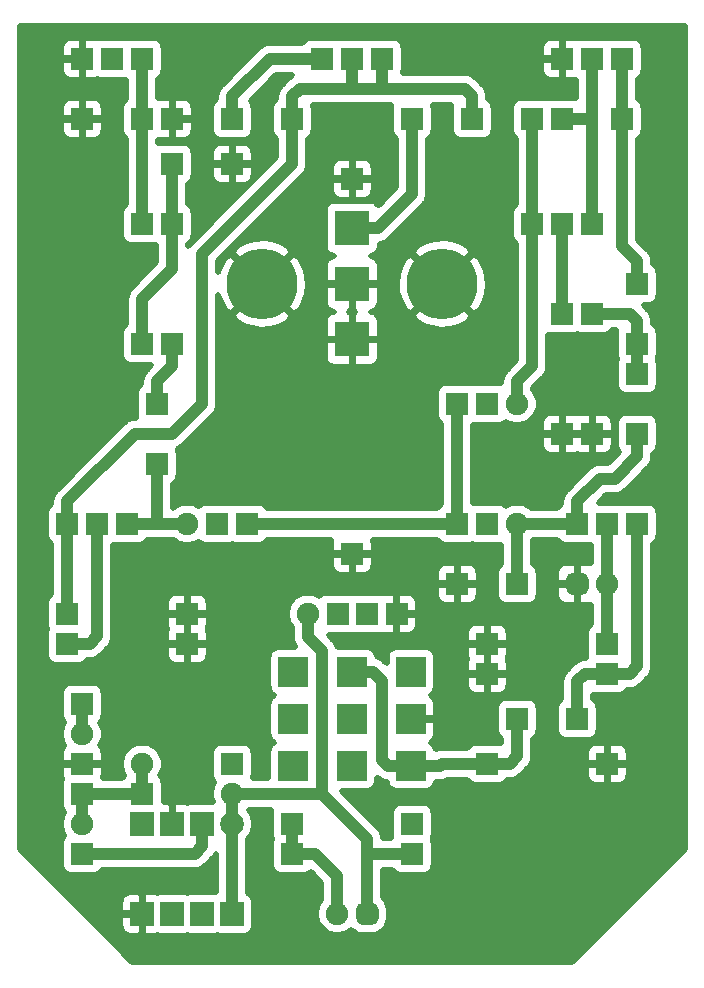
<source format=gbr>
G04 #@! TF.GenerationSoftware,KiCad,Pcbnew,5.1.6-c6e7f7d~87~ubuntu19.10.1*
G04 #@! TF.CreationDate,2022-01-09T06:01:27+06:00*
G04 #@! TF.ProjectId,edamamer_r1a,6564616d-616d-4657-925f-7231612e6b69,1A*
G04 #@! TF.SameCoordinates,Original*
G04 #@! TF.FileFunction,Copper,L2,Bot*
G04 #@! TF.FilePolarity,Positive*
%FSLAX46Y46*%
G04 Gerber Fmt 4.6, Leading zero omitted, Abs format (unit mm)*
G04 Created by KiCad (PCBNEW 5.1.6-c6e7f7d~87~ubuntu19.10.1) date 2022-01-09 06:01:27*
%MOMM*%
%LPD*%
G01*
G04 APERTURE LIST*
G04 #@! TA.AperFunction,ComponentPad*
%ADD10R,2.500000X2.500000*%
G04 #@! TD*
G04 #@! TA.AperFunction,ComponentPad*
%ADD11C,6.000000*%
G04 #@! TD*
G04 #@! TA.AperFunction,ComponentPad*
%ADD12R,1.900000X1.900000*%
G04 #@! TD*
G04 #@! TA.AperFunction,ComponentPad*
%ADD13C,1.900000*%
G04 #@! TD*
G04 #@! TA.AperFunction,ComponentPad*
%ADD14C,2.000000*%
G04 #@! TD*
G04 #@! TA.AperFunction,ComponentPad*
%ADD15R,2.000000X2.000000*%
G04 #@! TD*
G04 #@! TA.AperFunction,ComponentPad*
%ADD16R,3.000000X3.000000*%
G04 #@! TD*
G04 #@! TA.AperFunction,Conductor*
%ADD17C,1.000000*%
G04 #@! TD*
G04 #@! TA.AperFunction,Conductor*
%ADD18C,0.500000*%
G04 #@! TD*
G04 APERTURE END LIST*
D10*
X110410000Y-184150000D03*
X110410000Y-188150000D03*
X110410000Y-180150000D03*
X105410000Y-184150000D03*
X105410000Y-188150000D03*
X105410000Y-180150000D03*
X100410000Y-180150000D03*
X100410000Y-184150000D03*
X100410000Y-188150000D03*
D11*
X97790000Y-147320000D03*
X113030000Y-147320000D03*
D12*
X86360000Y-167640000D03*
X83820000Y-167640000D03*
X81280000Y-167640000D03*
X125730000Y-142240000D03*
X123190000Y-142240000D03*
X120650000Y-142240000D03*
X129540000Y-167640000D03*
X127000000Y-167640000D03*
X124460000Y-167640000D03*
X87630000Y-128270000D03*
X85090000Y-128270000D03*
X82550000Y-128270000D03*
X102870000Y-128270000D03*
X105410000Y-128270000D03*
X107950000Y-128270000D03*
X128270000Y-128270000D03*
X125730000Y-128270000D03*
X123190000Y-128270000D03*
D13*
X91440000Y-167640000D03*
D12*
X93980000Y-167640000D03*
X96520000Y-167640000D03*
D13*
X119380000Y-157480000D03*
D12*
X116840000Y-157480000D03*
X114300000Y-157480000D03*
D13*
X119380000Y-167640000D03*
D12*
X116840000Y-167640000D03*
X114300000Y-167640000D03*
X95250000Y-187960000D03*
D13*
X87630000Y-187960000D03*
D12*
X87630000Y-190500000D03*
D13*
X95250000Y-190500000D03*
D14*
X95250000Y-193040000D03*
D15*
X92710000Y-193040000D03*
X90170000Y-193040000D03*
X87630000Y-193040000D03*
X87630000Y-200660000D03*
X90170000Y-200660000D03*
X92710000Y-200660000D03*
X95250000Y-200660000D03*
D12*
X82550000Y-182880000D03*
D13*
X82550000Y-185420000D03*
D12*
X82550000Y-187960000D03*
X82550000Y-190500000D03*
D13*
X82550000Y-193040000D03*
D12*
X82550000Y-195580000D03*
X87630000Y-133350000D03*
X82550000Y-133350000D03*
X90170000Y-137160000D03*
X95250000Y-137160000D03*
X123190000Y-133350000D03*
X128270000Y-133350000D03*
X129540000Y-160020000D03*
X129540000Y-154940000D03*
X119380000Y-172720000D03*
X114300000Y-172720000D03*
G04 #@! TA.AperFunction,ComponentPad*
G36*
G01*
X125410000Y-172340000D02*
X125410000Y-173100000D01*
G75*
G02*
X124840000Y-173670000I-570000J0D01*
G01*
X124080000Y-173670000D01*
G75*
G02*
X123510000Y-173100000I0J570000D01*
G01*
X123510000Y-172340000D01*
G75*
G02*
X124080000Y-171770000I570000J0D01*
G01*
X124840000Y-171770000D01*
G75*
G02*
X125410000Y-172340000I0J-570000D01*
G01*
G37*
G04 #@! TD.AperFunction*
D13*
X127000000Y-172720000D03*
D12*
X116840000Y-187960000D03*
X127000000Y-187960000D03*
X109160000Y-175260000D03*
X106660000Y-175260000D03*
X104160000Y-175260000D03*
D13*
X101660000Y-175260000D03*
D12*
X105410000Y-138430000D03*
D16*
X105410000Y-142620000D03*
X105410000Y-147320000D03*
X105410000Y-152020000D03*
D12*
X81280000Y-175260000D03*
X91440000Y-175260000D03*
X123190000Y-149860000D03*
X123190000Y-160020000D03*
X125730000Y-149860000D03*
X125730000Y-160020000D03*
X90170000Y-152400000D03*
X90170000Y-142240000D03*
X81280000Y-177800000D03*
X91440000Y-177800000D03*
D13*
X104140000Y-200660000D03*
G04 #@! TA.AperFunction,ComponentPad*
G36*
G01*
X105730000Y-201040000D02*
X105730000Y-200280000D01*
G75*
G02*
X106300000Y-199710000I570000J0D01*
G01*
X107060000Y-199710000D01*
G75*
G02*
X107630000Y-200280000I0J-570000D01*
G01*
X107630000Y-201040000D01*
G75*
G02*
X107060000Y-201610000I-570000J0D01*
G01*
X106300000Y-201610000D01*
G75*
G02*
X105730000Y-201040000I0J570000D01*
G01*
G37*
G04 #@! TD.AperFunction*
D12*
X110490000Y-133350000D03*
X100330000Y-133350000D03*
X87630000Y-152400000D03*
X87630000Y-142240000D03*
X127000000Y-180340000D03*
X116840000Y-180340000D03*
X127000000Y-177800000D03*
X116840000Y-177800000D03*
X124460000Y-184150000D03*
X119380000Y-184150000D03*
X95250000Y-133350000D03*
X90170000Y-133350000D03*
X88900000Y-157480000D03*
X88900000Y-162560000D03*
X129540000Y-147320000D03*
X129540000Y-152400000D03*
X120650000Y-133350000D03*
X115570000Y-133350000D03*
X110490000Y-195580000D03*
X100330000Y-195580000D03*
X100330000Y-193040000D03*
X110490000Y-193040000D03*
X105410000Y-170180000D03*
D17*
X100330000Y-195580000D02*
X102235000Y-195580000D01*
X102235000Y-195580000D02*
X104140000Y-197485000D01*
X104140000Y-197485000D02*
X104140000Y-200660000D01*
X100330000Y-193040000D02*
X100330000Y-195580000D01*
X101660000Y-175260000D02*
X101660000Y-177225000D01*
X101660000Y-177225000D02*
X102870000Y-178435000D01*
X102870000Y-178435000D02*
X102870000Y-190500000D01*
X102870000Y-190500000D02*
X106680000Y-194310000D01*
X106680000Y-195580000D02*
X110490000Y-195580000D01*
X106680000Y-194310000D02*
X106680000Y-195580000D01*
X106680000Y-195580000D02*
X106680000Y-200660000D01*
X95250000Y-193040000D02*
X95250000Y-190500000D01*
X95250000Y-193040000D02*
X95250000Y-200660000D01*
X95250000Y-190500000D02*
X102870000Y-190500000D01*
X107125000Y-180150000D02*
X105410000Y-180150000D01*
X107950000Y-180975000D02*
X107125000Y-180150000D01*
X107950000Y-187642500D02*
X107950000Y-180975000D01*
X108457500Y-188150000D02*
X107950000Y-187642500D01*
X110410000Y-188150000D02*
X108457500Y-188150000D01*
X112840000Y-188150000D02*
X110410000Y-188150000D01*
X113030000Y-187960000D02*
X112840000Y-188150000D01*
X116840000Y-187960000D02*
X113030000Y-187960000D01*
X118745000Y-187960000D02*
X119380000Y-187325000D01*
X119380000Y-184150000D02*
X119380000Y-187325000D01*
X116840000Y-187960000D02*
X118745000Y-187960000D01*
X98425000Y-128270000D02*
X102870000Y-128270000D01*
X95250000Y-131445000D02*
X98425000Y-128270000D01*
X95250000Y-133350000D02*
X95250000Y-131445000D01*
X88900000Y-162560000D02*
X88900000Y-167640000D01*
X88900000Y-167640000D02*
X91440000Y-167640000D01*
X86360000Y-167640000D02*
X88900000Y-167640000D01*
X124460000Y-180975000D02*
X125095000Y-180340000D01*
X125095000Y-180340000D02*
X127000000Y-180340000D01*
X124460000Y-184150000D02*
X124460000Y-180975000D01*
X128905000Y-180340000D02*
X129540000Y-179705000D01*
X129540000Y-167640000D02*
X129540000Y-179705000D01*
X127000000Y-180340000D02*
X128905000Y-180340000D01*
X120650000Y-133350000D02*
X120650000Y-142240000D01*
X120650000Y-154305000D02*
X119380000Y-155575000D01*
X119380000Y-155575000D02*
X119380000Y-157480000D01*
X120650000Y-142240000D02*
X120650000Y-154305000D01*
X128270000Y-128270000D02*
X128270000Y-133350000D01*
X129540000Y-145415000D02*
X129540000Y-147320000D01*
X128270000Y-144145000D02*
X129540000Y-145415000D01*
X128270000Y-133350000D02*
X128270000Y-144145000D01*
X105410000Y-130810000D02*
X105410000Y-128270000D01*
X81280000Y-167640000D02*
X81280000Y-175260000D01*
X92710000Y-144780000D02*
X100330000Y-137160000D01*
X90170000Y-160020000D02*
X92710000Y-157480000D01*
X86995000Y-160020000D02*
X90170000Y-160020000D01*
X100330000Y-137160000D02*
X100330000Y-133350000D01*
X92710000Y-157480000D02*
X92710000Y-144780000D01*
X81280000Y-165735000D02*
X86995000Y-160020000D01*
X81280000Y-167640000D02*
X81280000Y-165735000D01*
X100330000Y-131445000D02*
X100965000Y-130810000D01*
X100965000Y-130810000D02*
X105410000Y-130810000D01*
X100330000Y-131445000D02*
X100330000Y-133350000D01*
X114935000Y-130810000D02*
X115570000Y-131445000D01*
X115570000Y-131445000D02*
X115570000Y-133350000D01*
X107950000Y-128270000D02*
X107950000Y-130810000D01*
X107950000Y-130810000D02*
X114935000Y-130810000D01*
X105410000Y-130810000D02*
X107950000Y-130810000D01*
X127000000Y-167640000D02*
X127000000Y-172720000D01*
X127000000Y-172720000D02*
X127000000Y-177800000D01*
X119380000Y-167640000D02*
X124460000Y-167640000D01*
X119380000Y-167640000D02*
X119380000Y-172720000D01*
X129540000Y-161925000D02*
X129540000Y-160020000D01*
X127635000Y-163830000D02*
X129540000Y-161925000D01*
X126365000Y-163830000D02*
X127635000Y-163830000D01*
X124460000Y-165735000D02*
X126365000Y-163830000D01*
X124460000Y-167640000D02*
X124460000Y-165735000D01*
X129540000Y-152400000D02*
X129540000Y-154940000D01*
X128905000Y-149860000D02*
X129540000Y-150495000D01*
X129540000Y-150495000D02*
X129540000Y-152400000D01*
X125730000Y-149860000D02*
X128905000Y-149860000D01*
X125730000Y-128270000D02*
X125730000Y-133350000D01*
X123190000Y-133350000D02*
X125730000Y-133350000D01*
X125730000Y-133350000D02*
X125730000Y-142240000D01*
X90170000Y-154305000D02*
X90170000Y-152400000D01*
X88900000Y-155575000D02*
X90170000Y-154305000D01*
X88900000Y-157480000D02*
X88900000Y-155575000D01*
X90170000Y-137160000D02*
X90170000Y-142240000D01*
X90170000Y-146050000D02*
X90170000Y-142240000D01*
X87630000Y-148590000D02*
X90170000Y-146050000D01*
X87630000Y-152400000D02*
X87630000Y-148590000D01*
X87630000Y-128270000D02*
X87630000Y-133350000D01*
X87630000Y-133350000D02*
X87630000Y-142240000D01*
X92075000Y-195580000D02*
X92710000Y-194945000D01*
X92710000Y-193040000D02*
X92710000Y-194945000D01*
X82550000Y-195580000D02*
X92075000Y-195580000D01*
X87630000Y-190500000D02*
X87630000Y-187960000D01*
X82550000Y-190500000D02*
X82550000Y-193040000D01*
X82550000Y-190500000D02*
X87630000Y-190500000D01*
X82550000Y-185420000D02*
X82550000Y-182880000D01*
X96520000Y-167640000D02*
X114300000Y-167640000D01*
X114300000Y-157480000D02*
X114300000Y-167640000D01*
X123190000Y-142240000D02*
X123190000Y-149860000D01*
X110490000Y-139700000D02*
X110490000Y-133350000D01*
X107570000Y-142620000D02*
X110490000Y-139700000D01*
X105410000Y-142620000D02*
X107570000Y-142620000D01*
X83185000Y-177800000D02*
X83820000Y-177165000D01*
X83820000Y-167640000D02*
X83820000Y-177165000D01*
X81280000Y-177800000D02*
X83185000Y-177800000D01*
D18*
G36*
X133570001Y-195145075D02*
G01*
X124025077Y-204690000D01*
X86794924Y-204690000D01*
X83764924Y-201660000D01*
X85775887Y-201660000D01*
X85792299Y-201826629D01*
X85840902Y-201986855D01*
X85919831Y-202134520D01*
X86026051Y-202263949D01*
X86155480Y-202370169D01*
X86303145Y-202449098D01*
X86463371Y-202497701D01*
X86630000Y-202514113D01*
X87367500Y-202510000D01*
X87580000Y-202297500D01*
X87580000Y-200710000D01*
X85992500Y-200710000D01*
X85780000Y-200922500D01*
X85775887Y-201660000D01*
X83764924Y-201660000D01*
X81764924Y-199660000D01*
X85775887Y-199660000D01*
X85780000Y-200397500D01*
X85992500Y-200610000D01*
X87580000Y-200610000D01*
X87580000Y-199022500D01*
X87367500Y-198810000D01*
X86630000Y-198805887D01*
X86463371Y-198822299D01*
X86303145Y-198870902D01*
X86155480Y-198949831D01*
X86026051Y-199056051D01*
X85919831Y-199185480D01*
X85840902Y-199333145D01*
X85792299Y-199493371D01*
X85775887Y-199660000D01*
X81764924Y-199660000D01*
X77250000Y-195145077D01*
X77250000Y-188910000D01*
X80745887Y-188910000D01*
X80762299Y-189076629D01*
X80808823Y-189230002D01*
X80762300Y-189383371D01*
X80745888Y-189550000D01*
X80745888Y-191450000D01*
X80762300Y-191616629D01*
X80810903Y-191776855D01*
X80889832Y-191924519D01*
X80996052Y-192053948D01*
X81027030Y-192079371D01*
X80954861Y-192187380D01*
X80819173Y-192514959D01*
X80750000Y-192862716D01*
X80750000Y-193217284D01*
X80819173Y-193565041D01*
X80954861Y-193892620D01*
X81027030Y-194000629D01*
X80996052Y-194026052D01*
X80889832Y-194155481D01*
X80810903Y-194303145D01*
X80762300Y-194463371D01*
X80745888Y-194630000D01*
X80745888Y-196530000D01*
X80762300Y-196696629D01*
X80810903Y-196856855D01*
X80889832Y-197004519D01*
X80996052Y-197133948D01*
X81125481Y-197240168D01*
X81273145Y-197319097D01*
X81433371Y-197367700D01*
X81600000Y-197384112D01*
X83500000Y-197384112D01*
X83666629Y-197367700D01*
X83826855Y-197319097D01*
X83974519Y-197240168D01*
X84103948Y-197133948D01*
X84210168Y-197004519D01*
X84250000Y-196930000D01*
X92008681Y-196930000D01*
X92075000Y-196936532D01*
X92141319Y-196930000D01*
X92141321Y-196930000D01*
X92339646Y-196910467D01*
X92594122Y-196833272D01*
X92828649Y-196707915D01*
X93034213Y-196539213D01*
X93076492Y-196487696D01*
X93617692Y-195946495D01*
X93669213Y-195904213D01*
X93837915Y-195698649D01*
X93900000Y-195582495D01*
X93900001Y-198829390D01*
X93876629Y-198822300D01*
X93710000Y-198805888D01*
X91710000Y-198805888D01*
X91543371Y-198822300D01*
X91440000Y-198853657D01*
X91336629Y-198822300D01*
X91170000Y-198805888D01*
X89170000Y-198805888D01*
X89003371Y-198822300D01*
X88900002Y-198853656D01*
X88796629Y-198822299D01*
X88630000Y-198805887D01*
X87892500Y-198810000D01*
X87680000Y-199022500D01*
X87680000Y-200610000D01*
X87700000Y-200610000D01*
X87700000Y-200710000D01*
X87680000Y-200710000D01*
X87680000Y-202297500D01*
X87892500Y-202510000D01*
X88630000Y-202514113D01*
X88796629Y-202497701D01*
X88900002Y-202466344D01*
X89003371Y-202497700D01*
X89170000Y-202514112D01*
X91170000Y-202514112D01*
X91336629Y-202497700D01*
X91440000Y-202466343D01*
X91543371Y-202497700D01*
X91710000Y-202514112D01*
X93710000Y-202514112D01*
X93876629Y-202497700D01*
X93980000Y-202466343D01*
X94083371Y-202497700D01*
X94250000Y-202514112D01*
X96250000Y-202514112D01*
X96416629Y-202497700D01*
X96576855Y-202449097D01*
X96724519Y-202370168D01*
X96853948Y-202263948D01*
X96960168Y-202134519D01*
X97039097Y-201986855D01*
X97087700Y-201826629D01*
X97104112Y-201660000D01*
X97104112Y-199660000D01*
X97087700Y-199493371D01*
X97039097Y-199333145D01*
X96960168Y-199185481D01*
X96853948Y-199056052D01*
X96724519Y-198949832D01*
X96600000Y-198883274D01*
X96600000Y-194306295D01*
X96686989Y-194219306D01*
X96889448Y-193916303D01*
X97028905Y-193579625D01*
X97100000Y-193222209D01*
X97100000Y-192857791D01*
X97028905Y-192500375D01*
X96889448Y-192163697D01*
X96686989Y-191860694D01*
X96676295Y-191850000D01*
X98564556Y-191850000D01*
X98542300Y-191923371D01*
X98525888Y-192090000D01*
X98525888Y-193990000D01*
X98542300Y-194156629D01*
X98588824Y-194310000D01*
X98542300Y-194463371D01*
X98525888Y-194630000D01*
X98525888Y-196530000D01*
X98542300Y-196696629D01*
X98590903Y-196856855D01*
X98669832Y-197004519D01*
X98776052Y-197133948D01*
X98905481Y-197240168D01*
X99053145Y-197319097D01*
X99213371Y-197367700D01*
X99380000Y-197384112D01*
X101280000Y-197384112D01*
X101446629Y-197367700D01*
X101606855Y-197319097D01*
X101754519Y-197240168D01*
X101881648Y-197135836D01*
X102790000Y-198044189D01*
X102790001Y-199464415D01*
X102741849Y-199512567D01*
X102544861Y-199807380D01*
X102409173Y-200134959D01*
X102340000Y-200482716D01*
X102340000Y-200837284D01*
X102409173Y-201185041D01*
X102544861Y-201512620D01*
X102741849Y-201807433D01*
X102992567Y-202058151D01*
X103287380Y-202255139D01*
X103614959Y-202390827D01*
X103962716Y-202460000D01*
X104317284Y-202460000D01*
X104665041Y-202390827D01*
X104992620Y-202255139D01*
X105287433Y-202058151D01*
X105296068Y-202049516D01*
X105508806Y-202224106D01*
X105755016Y-202355708D01*
X106022170Y-202436748D01*
X106300000Y-202464112D01*
X107060000Y-202464112D01*
X107337830Y-202436748D01*
X107604984Y-202355708D01*
X107851194Y-202224106D01*
X108066999Y-202046999D01*
X108244106Y-201831194D01*
X108375708Y-201584984D01*
X108456748Y-201317830D01*
X108484112Y-201040000D01*
X108484112Y-200280000D01*
X108456748Y-200002170D01*
X108375708Y-199735016D01*
X108244106Y-199488806D01*
X108066999Y-199273001D01*
X108030000Y-199242637D01*
X108030000Y-196930000D01*
X108790000Y-196930000D01*
X108829832Y-197004519D01*
X108936052Y-197133948D01*
X109065481Y-197240168D01*
X109213145Y-197319097D01*
X109373371Y-197367700D01*
X109540000Y-197384112D01*
X111440000Y-197384112D01*
X111606629Y-197367700D01*
X111766855Y-197319097D01*
X111914519Y-197240168D01*
X112043948Y-197133948D01*
X112150168Y-197004519D01*
X112229097Y-196856855D01*
X112277700Y-196696629D01*
X112294112Y-196530000D01*
X112294112Y-194630000D01*
X112277700Y-194463371D01*
X112231176Y-194310000D01*
X112277700Y-194156629D01*
X112294112Y-193990000D01*
X112294112Y-192090000D01*
X112277700Y-191923371D01*
X112229097Y-191763145D01*
X112150168Y-191615481D01*
X112043948Y-191486052D01*
X111914519Y-191379832D01*
X111766855Y-191300903D01*
X111606629Y-191252300D01*
X111440000Y-191235888D01*
X109540000Y-191235888D01*
X109373371Y-191252300D01*
X109213145Y-191300903D01*
X109065481Y-191379832D01*
X108936052Y-191486052D01*
X108829832Y-191615481D01*
X108750903Y-191763145D01*
X108702300Y-191923371D01*
X108685888Y-192090000D01*
X108685888Y-193990000D01*
X108702300Y-194156629D01*
X108724556Y-194230000D01*
X108028653Y-194230000D01*
X108010467Y-194045354D01*
X107934113Y-193793649D01*
X107933272Y-193790877D01*
X107807915Y-193556350D01*
X107681490Y-193402302D01*
X107681487Y-193402299D01*
X107639212Y-193350787D01*
X107587701Y-193308513D01*
X104533300Y-190254112D01*
X106660000Y-190254112D01*
X106826629Y-190237700D01*
X106986855Y-190189097D01*
X107134519Y-190110168D01*
X107263948Y-190003948D01*
X107370168Y-189874519D01*
X107449097Y-189726855D01*
X107497700Y-189566629D01*
X107514112Y-189400000D01*
X107514112Y-189122200D01*
X107703851Y-189277915D01*
X107938378Y-189403272D01*
X108192854Y-189480467D01*
X108314998Y-189492497D01*
X108322300Y-189566629D01*
X108370903Y-189726855D01*
X108449832Y-189874519D01*
X108556052Y-190003948D01*
X108685481Y-190110168D01*
X108833145Y-190189097D01*
X108993371Y-190237700D01*
X109160000Y-190254112D01*
X111660000Y-190254112D01*
X111826629Y-190237700D01*
X111986855Y-190189097D01*
X112134519Y-190110168D01*
X112263948Y-190003948D01*
X112370168Y-189874519D01*
X112449097Y-189726855D01*
X112497700Y-189566629D01*
X112504263Y-189500000D01*
X112773681Y-189500000D01*
X112840000Y-189506532D01*
X112906319Y-189500000D01*
X112906321Y-189500000D01*
X113104646Y-189480467D01*
X113359122Y-189403272D01*
X113533622Y-189310000D01*
X115140000Y-189310000D01*
X115179832Y-189384519D01*
X115286052Y-189513948D01*
X115415481Y-189620168D01*
X115563145Y-189699097D01*
X115723371Y-189747700D01*
X115890000Y-189764112D01*
X117790000Y-189764112D01*
X117956629Y-189747700D01*
X118116855Y-189699097D01*
X118264519Y-189620168D01*
X118393948Y-189513948D01*
X118500168Y-189384519D01*
X118540000Y-189310000D01*
X118678681Y-189310000D01*
X118745000Y-189316532D01*
X118811319Y-189310000D01*
X118811321Y-189310000D01*
X119009646Y-189290467D01*
X119264122Y-189213272D01*
X119498649Y-189087915D01*
X119704213Y-188919213D01*
X119711773Y-188910000D01*
X125195887Y-188910000D01*
X125212299Y-189076629D01*
X125260902Y-189236855D01*
X125339831Y-189384520D01*
X125446051Y-189513949D01*
X125575480Y-189620169D01*
X125723145Y-189699098D01*
X125883371Y-189747701D01*
X126050000Y-189764113D01*
X126737500Y-189760000D01*
X126950000Y-189547500D01*
X126950000Y-188010000D01*
X127050000Y-188010000D01*
X127050000Y-189547500D01*
X127262500Y-189760000D01*
X127950000Y-189764113D01*
X128116629Y-189747701D01*
X128276855Y-189699098D01*
X128424520Y-189620169D01*
X128553949Y-189513949D01*
X128660169Y-189384520D01*
X128739098Y-189236855D01*
X128787701Y-189076629D01*
X128804113Y-188910000D01*
X128800000Y-188222500D01*
X128587500Y-188010000D01*
X127050000Y-188010000D01*
X126950000Y-188010000D01*
X125412500Y-188010000D01*
X125200000Y-188222500D01*
X125195887Y-188910000D01*
X119711773Y-188910000D01*
X119746492Y-188867696D01*
X120287692Y-188326495D01*
X120339213Y-188284213D01*
X120507915Y-188078649D01*
X120599586Y-187907145D01*
X120633272Y-187844123D01*
X120674315Y-187708821D01*
X120710467Y-187589646D01*
X120730000Y-187391321D01*
X120730000Y-187391319D01*
X120736532Y-187325000D01*
X120730000Y-187258681D01*
X120730000Y-187010000D01*
X125195887Y-187010000D01*
X125200000Y-187697500D01*
X125412500Y-187910000D01*
X126950000Y-187910000D01*
X126950000Y-186372500D01*
X127050000Y-186372500D01*
X127050000Y-187910000D01*
X128587500Y-187910000D01*
X128800000Y-187697500D01*
X128804113Y-187010000D01*
X128787701Y-186843371D01*
X128739098Y-186683145D01*
X128660169Y-186535480D01*
X128553949Y-186406051D01*
X128424520Y-186299831D01*
X128276855Y-186220902D01*
X128116629Y-186172299D01*
X127950000Y-186155887D01*
X127262500Y-186160000D01*
X127050000Y-186372500D01*
X126950000Y-186372500D01*
X126737500Y-186160000D01*
X126050000Y-186155887D01*
X125883371Y-186172299D01*
X125723145Y-186220902D01*
X125575480Y-186299831D01*
X125446051Y-186406051D01*
X125339831Y-186535480D01*
X125260902Y-186683145D01*
X125212299Y-186843371D01*
X125195887Y-187010000D01*
X120730000Y-187010000D01*
X120730000Y-185850000D01*
X120804519Y-185810168D01*
X120933948Y-185703948D01*
X121040168Y-185574519D01*
X121119097Y-185426855D01*
X121167700Y-185266629D01*
X121184112Y-185100000D01*
X121184112Y-183200000D01*
X121167700Y-183033371D01*
X121119097Y-182873145D01*
X121040168Y-182725481D01*
X120933948Y-182596052D01*
X120804519Y-182489832D01*
X120656855Y-182410903D01*
X120496629Y-182362300D01*
X120330000Y-182345888D01*
X118430000Y-182345888D01*
X118263371Y-182362300D01*
X118103145Y-182410903D01*
X117955481Y-182489832D01*
X117826052Y-182596052D01*
X117719832Y-182725481D01*
X117640903Y-182873145D01*
X117592300Y-183033371D01*
X117575888Y-183200000D01*
X117575888Y-185100000D01*
X117592300Y-185266629D01*
X117640903Y-185426855D01*
X117719832Y-185574519D01*
X117826052Y-185703948D01*
X117955481Y-185810168D01*
X118030001Y-185850000D01*
X118030001Y-186194557D01*
X117956629Y-186172300D01*
X117790000Y-186155888D01*
X115890000Y-186155888D01*
X115723371Y-186172300D01*
X115563145Y-186220903D01*
X115415481Y-186299832D01*
X115286052Y-186406052D01*
X115179832Y-186535481D01*
X115140000Y-186610000D01*
X113096319Y-186610000D01*
X113030000Y-186603468D01*
X112963681Y-186610000D01*
X112963679Y-186610000D01*
X112765354Y-186629533D01*
X112510878Y-186706728D01*
X112492584Y-186716506D01*
X112449097Y-186573145D01*
X112370168Y-186425481D01*
X112263948Y-186296052D01*
X112134519Y-186189832D01*
X112060001Y-186150001D01*
X112134520Y-186110169D01*
X112263949Y-186003949D01*
X112370169Y-185874520D01*
X112449098Y-185726855D01*
X112497701Y-185566629D01*
X112514113Y-185400000D01*
X112510000Y-184412500D01*
X112297500Y-184200000D01*
X110460000Y-184200000D01*
X110460000Y-184220000D01*
X110360000Y-184220000D01*
X110360000Y-184200000D01*
X110340000Y-184200000D01*
X110340000Y-184100000D01*
X110360000Y-184100000D01*
X110360000Y-184080000D01*
X110460000Y-184080000D01*
X110460000Y-184100000D01*
X112297500Y-184100000D01*
X112510000Y-183887500D01*
X112514113Y-182900000D01*
X112497701Y-182733371D01*
X112449098Y-182573145D01*
X112370169Y-182425480D01*
X112263949Y-182296051D01*
X112134520Y-182189831D01*
X112060001Y-182149999D01*
X112134519Y-182110168D01*
X112263948Y-182003948D01*
X112370168Y-181874519D01*
X112449097Y-181726855D01*
X112497700Y-181566629D01*
X112514112Y-181400000D01*
X112514112Y-181290000D01*
X115035887Y-181290000D01*
X115052299Y-181456629D01*
X115100902Y-181616855D01*
X115179831Y-181764520D01*
X115286051Y-181893949D01*
X115415480Y-182000169D01*
X115563145Y-182079098D01*
X115723371Y-182127701D01*
X115890000Y-182144113D01*
X116577500Y-182140000D01*
X116790000Y-181927500D01*
X116790000Y-180390000D01*
X116890000Y-180390000D01*
X116890000Y-181927500D01*
X117102500Y-182140000D01*
X117790000Y-182144113D01*
X117956629Y-182127701D01*
X118116855Y-182079098D01*
X118264520Y-182000169D01*
X118393949Y-181893949D01*
X118500169Y-181764520D01*
X118579098Y-181616855D01*
X118627701Y-181456629D01*
X118644113Y-181290000D01*
X118640000Y-180602500D01*
X118427500Y-180390000D01*
X116890000Y-180390000D01*
X116790000Y-180390000D01*
X115252500Y-180390000D01*
X115040000Y-180602500D01*
X115035887Y-181290000D01*
X112514112Y-181290000D01*
X112514112Y-178900000D01*
X112499338Y-178750000D01*
X115035887Y-178750000D01*
X115052299Y-178916629D01*
X115098823Y-179070000D01*
X115052299Y-179223371D01*
X115035887Y-179390000D01*
X115040000Y-180077500D01*
X115252500Y-180290000D01*
X116790000Y-180290000D01*
X116790000Y-177850000D01*
X116890000Y-177850000D01*
X116890000Y-180290000D01*
X118427500Y-180290000D01*
X118640000Y-180077500D01*
X118644113Y-179390000D01*
X118627701Y-179223371D01*
X118581177Y-179070000D01*
X118627701Y-178916629D01*
X118644113Y-178750000D01*
X118640000Y-178062500D01*
X118427500Y-177850000D01*
X116890000Y-177850000D01*
X116790000Y-177850000D01*
X115252500Y-177850000D01*
X115040000Y-178062500D01*
X115035887Y-178750000D01*
X112499338Y-178750000D01*
X112497700Y-178733371D01*
X112449097Y-178573145D01*
X112370168Y-178425481D01*
X112263948Y-178296052D01*
X112134519Y-178189832D01*
X111986855Y-178110903D01*
X111826629Y-178062300D01*
X111660000Y-178045888D01*
X109160000Y-178045888D01*
X108993371Y-178062300D01*
X108833145Y-178110903D01*
X108685481Y-178189832D01*
X108556052Y-178296052D01*
X108449832Y-178425481D01*
X108370903Y-178573145D01*
X108322300Y-178733371D01*
X108305888Y-178900000D01*
X108305888Y-179421700D01*
X108126491Y-179242303D01*
X108084213Y-179190787D01*
X107878649Y-179022085D01*
X107644122Y-178896728D01*
X107509776Y-178855974D01*
X107497700Y-178733371D01*
X107449097Y-178573145D01*
X107370168Y-178425481D01*
X107263948Y-178296052D01*
X107134519Y-178189832D01*
X106986855Y-178110903D01*
X106826629Y-178062300D01*
X106660000Y-178045888D01*
X104162710Y-178045888D01*
X104123272Y-177915878D01*
X103997915Y-177681351D01*
X103829212Y-177475787D01*
X103777701Y-177433513D01*
X103408300Y-177064112D01*
X105110000Y-177064112D01*
X105276629Y-177047700D01*
X105410000Y-177007243D01*
X105543371Y-177047700D01*
X105710000Y-177064112D01*
X107610000Y-177064112D01*
X107776629Y-177047700D01*
X107909998Y-177007244D01*
X108043371Y-177047701D01*
X108210000Y-177064113D01*
X108897500Y-177060000D01*
X109110000Y-176847500D01*
X109110000Y-175310000D01*
X109210000Y-175310000D01*
X109210000Y-176847500D01*
X109422500Y-177060000D01*
X110110000Y-177064113D01*
X110276629Y-177047701D01*
X110436855Y-176999098D01*
X110584520Y-176920169D01*
X110670020Y-176850000D01*
X115035887Y-176850000D01*
X115040000Y-177537500D01*
X115252500Y-177750000D01*
X116790000Y-177750000D01*
X116790000Y-176212500D01*
X116890000Y-176212500D01*
X116890000Y-177750000D01*
X118427500Y-177750000D01*
X118640000Y-177537500D01*
X118644113Y-176850000D01*
X118627701Y-176683371D01*
X118579098Y-176523145D01*
X118500169Y-176375480D01*
X118393949Y-176246051D01*
X118264520Y-176139831D01*
X118116855Y-176060902D01*
X117956629Y-176012299D01*
X117790000Y-175995887D01*
X117102500Y-176000000D01*
X116890000Y-176212500D01*
X116790000Y-176212500D01*
X116577500Y-176000000D01*
X115890000Y-175995887D01*
X115723371Y-176012299D01*
X115563145Y-176060902D01*
X115415480Y-176139831D01*
X115286051Y-176246051D01*
X115179831Y-176375480D01*
X115100902Y-176523145D01*
X115052299Y-176683371D01*
X115035887Y-176850000D01*
X110670020Y-176850000D01*
X110713949Y-176813949D01*
X110820169Y-176684520D01*
X110899098Y-176536855D01*
X110947701Y-176376629D01*
X110964113Y-176210000D01*
X110960000Y-175522500D01*
X110747500Y-175310000D01*
X109210000Y-175310000D01*
X109110000Y-175310000D01*
X109090000Y-175310000D01*
X109090000Y-175210000D01*
X109110000Y-175210000D01*
X109110000Y-173672500D01*
X109210000Y-173672500D01*
X109210000Y-175210000D01*
X110747500Y-175210000D01*
X110960000Y-174997500D01*
X110964113Y-174310000D01*
X110947701Y-174143371D01*
X110899098Y-173983145D01*
X110820169Y-173835480D01*
X110713949Y-173706051D01*
X110670021Y-173670000D01*
X112495887Y-173670000D01*
X112512299Y-173836629D01*
X112560902Y-173996855D01*
X112639831Y-174144520D01*
X112746051Y-174273949D01*
X112875480Y-174380169D01*
X113023145Y-174459098D01*
X113183371Y-174507701D01*
X113350000Y-174524113D01*
X114037500Y-174520000D01*
X114250000Y-174307500D01*
X114250000Y-172770000D01*
X114350000Y-172770000D01*
X114350000Y-174307500D01*
X114562500Y-174520000D01*
X115250000Y-174524113D01*
X115416629Y-174507701D01*
X115576855Y-174459098D01*
X115724520Y-174380169D01*
X115853949Y-174273949D01*
X115960169Y-174144520D01*
X116039098Y-173996855D01*
X116087701Y-173836629D01*
X116104113Y-173670000D01*
X116100000Y-172982500D01*
X115887500Y-172770000D01*
X114350000Y-172770000D01*
X114250000Y-172770000D01*
X112712500Y-172770000D01*
X112500000Y-172982500D01*
X112495887Y-173670000D01*
X110670021Y-173670000D01*
X110584520Y-173599831D01*
X110436855Y-173520902D01*
X110276629Y-173472299D01*
X110110000Y-173455887D01*
X109422500Y-173460000D01*
X109210000Y-173672500D01*
X109110000Y-173672500D01*
X108897500Y-173460000D01*
X108210000Y-173455887D01*
X108043371Y-173472299D01*
X107909998Y-173512756D01*
X107776629Y-173472300D01*
X107610000Y-173455888D01*
X105710000Y-173455888D01*
X105543371Y-173472300D01*
X105410000Y-173512757D01*
X105276629Y-173472300D01*
X105110000Y-173455888D01*
X103210000Y-173455888D01*
X103043371Y-173472300D01*
X102883145Y-173520903D01*
X102735481Y-173599832D01*
X102606052Y-173706052D01*
X102594795Y-173719769D01*
X102512620Y-173664861D01*
X102185041Y-173529173D01*
X101837284Y-173460000D01*
X101482716Y-173460000D01*
X101134959Y-173529173D01*
X100807380Y-173664861D01*
X100512567Y-173861849D01*
X100261849Y-174112567D01*
X100064861Y-174407380D01*
X99929173Y-174734959D01*
X99860000Y-175082716D01*
X99860000Y-175437284D01*
X99929173Y-175785041D01*
X100064861Y-176112620D01*
X100261849Y-176407433D01*
X100310001Y-176455585D01*
X100310001Y-177158672D01*
X100303468Y-177225000D01*
X100329534Y-177489646D01*
X100406729Y-177744122D01*
X100532085Y-177978649D01*
X100587267Y-178045888D01*
X99160000Y-178045888D01*
X98993371Y-178062300D01*
X98833145Y-178110903D01*
X98685481Y-178189832D01*
X98556052Y-178296052D01*
X98449832Y-178425481D01*
X98370903Y-178573145D01*
X98322300Y-178733371D01*
X98305888Y-178900000D01*
X98305888Y-181400000D01*
X98322300Y-181566629D01*
X98370903Y-181726855D01*
X98449832Y-181874519D01*
X98556052Y-182003948D01*
X98685481Y-182110168D01*
X98760001Y-182150000D01*
X98685481Y-182189832D01*
X98556052Y-182296052D01*
X98449832Y-182425481D01*
X98370903Y-182573145D01*
X98322300Y-182733371D01*
X98305888Y-182900000D01*
X98305888Y-185400000D01*
X98322300Y-185566629D01*
X98370903Y-185726855D01*
X98449832Y-185874519D01*
X98556052Y-186003948D01*
X98685481Y-186110168D01*
X98760001Y-186150000D01*
X98685481Y-186189832D01*
X98556052Y-186296052D01*
X98449832Y-186425481D01*
X98370903Y-186573145D01*
X98322300Y-186733371D01*
X98305888Y-186900000D01*
X98305888Y-189150000D01*
X97015444Y-189150000D01*
X97037700Y-189076629D01*
X97054112Y-188910000D01*
X97054112Y-187010000D01*
X97037700Y-186843371D01*
X96989097Y-186683145D01*
X96910168Y-186535481D01*
X96803948Y-186406052D01*
X96674519Y-186299832D01*
X96526855Y-186220903D01*
X96366629Y-186172300D01*
X96200000Y-186155888D01*
X94300000Y-186155888D01*
X94133371Y-186172300D01*
X93973145Y-186220903D01*
X93825481Y-186299832D01*
X93696052Y-186406052D01*
X93589832Y-186535481D01*
X93510903Y-186683145D01*
X93462300Y-186843371D01*
X93445888Y-187010000D01*
X93445888Y-188910000D01*
X93462300Y-189076629D01*
X93510903Y-189236855D01*
X93589832Y-189384519D01*
X93696052Y-189513948D01*
X93727030Y-189539371D01*
X93654861Y-189647380D01*
X93519173Y-189974959D01*
X93450000Y-190322716D01*
X93450000Y-190677284D01*
X93519173Y-191025041D01*
X93585798Y-191185888D01*
X91710000Y-191185888D01*
X91543371Y-191202300D01*
X91440002Y-191233656D01*
X91336629Y-191202299D01*
X91170000Y-191185887D01*
X90432500Y-191190000D01*
X90220000Y-191402500D01*
X90220000Y-192990000D01*
X90240000Y-192990000D01*
X90240000Y-193090000D01*
X90220000Y-193090000D01*
X90220000Y-193110000D01*
X90120000Y-193110000D01*
X90120000Y-193090000D01*
X90100000Y-193090000D01*
X90100000Y-192990000D01*
X90120000Y-192990000D01*
X90120000Y-191402500D01*
X89907500Y-191190000D01*
X89434112Y-191187360D01*
X89434112Y-189550000D01*
X89417700Y-189383371D01*
X89369097Y-189223145D01*
X89290168Y-189075481D01*
X89183948Y-188946052D01*
X89152970Y-188920629D01*
X89225139Y-188812620D01*
X89360827Y-188485041D01*
X89430000Y-188137284D01*
X89430000Y-187782716D01*
X89360827Y-187434959D01*
X89225139Y-187107380D01*
X89028151Y-186812567D01*
X88777433Y-186561849D01*
X88482620Y-186364861D01*
X88155041Y-186229173D01*
X87807284Y-186160000D01*
X87452716Y-186160000D01*
X87104959Y-186229173D01*
X86777380Y-186364861D01*
X86482567Y-186561849D01*
X86231849Y-186812567D01*
X86034861Y-187107380D01*
X85899173Y-187434959D01*
X85830000Y-187782716D01*
X85830000Y-188137284D01*
X85899173Y-188485041D01*
X86034861Y-188812620D01*
X86107030Y-188920629D01*
X86076052Y-188946052D01*
X85969832Y-189075481D01*
X85930000Y-189150000D01*
X84315445Y-189150000D01*
X84337701Y-189076629D01*
X84354113Y-188910000D01*
X84350000Y-188222500D01*
X84137500Y-188010000D01*
X82600000Y-188010000D01*
X82600000Y-188030000D01*
X82500000Y-188030000D01*
X82500000Y-188010000D01*
X80962500Y-188010000D01*
X80750000Y-188222500D01*
X80745887Y-188910000D01*
X77250000Y-188910000D01*
X77250000Y-187010000D01*
X80745887Y-187010000D01*
X80750000Y-187697500D01*
X80962500Y-187910000D01*
X82500000Y-187910000D01*
X82500000Y-187890000D01*
X82600000Y-187890000D01*
X82600000Y-187910000D01*
X84137500Y-187910000D01*
X84350000Y-187697500D01*
X84354113Y-187010000D01*
X84337701Y-186843371D01*
X84289098Y-186683145D01*
X84210169Y-186535480D01*
X84103949Y-186406051D01*
X84072971Y-186380628D01*
X84145139Y-186272620D01*
X84280827Y-185945041D01*
X84350000Y-185597284D01*
X84350000Y-185242716D01*
X84280827Y-184894959D01*
X84145139Y-184567380D01*
X84072970Y-184459371D01*
X84103948Y-184433948D01*
X84210168Y-184304519D01*
X84289097Y-184156855D01*
X84337700Y-183996629D01*
X84354112Y-183830000D01*
X84354112Y-181930000D01*
X84337700Y-181763371D01*
X84289097Y-181603145D01*
X84210168Y-181455481D01*
X84103948Y-181326052D01*
X83974519Y-181219832D01*
X83826855Y-181140903D01*
X83666629Y-181092300D01*
X83500000Y-181075888D01*
X81600000Y-181075888D01*
X81433371Y-181092300D01*
X81273145Y-181140903D01*
X81125481Y-181219832D01*
X80996052Y-181326052D01*
X80889832Y-181455481D01*
X80810903Y-181603145D01*
X80762300Y-181763371D01*
X80745888Y-181930000D01*
X80745888Y-183830000D01*
X80762300Y-183996629D01*
X80810903Y-184156855D01*
X80889832Y-184304519D01*
X80996052Y-184433948D01*
X81027030Y-184459371D01*
X80954861Y-184567380D01*
X80819173Y-184894959D01*
X80750000Y-185242716D01*
X80750000Y-185597284D01*
X80819173Y-185945041D01*
X80954861Y-186272620D01*
X81027029Y-186380628D01*
X80996051Y-186406051D01*
X80889831Y-186535480D01*
X80810902Y-186683145D01*
X80762299Y-186843371D01*
X80745887Y-187010000D01*
X77250000Y-187010000D01*
X77250000Y-166690000D01*
X79475888Y-166690000D01*
X79475888Y-168590000D01*
X79492300Y-168756629D01*
X79540903Y-168916855D01*
X79619832Y-169064519D01*
X79726052Y-169193948D01*
X79855481Y-169300168D01*
X79930000Y-169340000D01*
X79930001Y-173560000D01*
X79855481Y-173599832D01*
X79726052Y-173706052D01*
X79619832Y-173835481D01*
X79540903Y-173983145D01*
X79492300Y-174143371D01*
X79475888Y-174310000D01*
X79475888Y-176210000D01*
X79492300Y-176376629D01*
X79538824Y-176530000D01*
X79492300Y-176683371D01*
X79475888Y-176850000D01*
X79475888Y-178750000D01*
X79492300Y-178916629D01*
X79540903Y-179076855D01*
X79619832Y-179224519D01*
X79726052Y-179353948D01*
X79855481Y-179460168D01*
X80003145Y-179539097D01*
X80163371Y-179587700D01*
X80330000Y-179604112D01*
X82230000Y-179604112D01*
X82396629Y-179587700D01*
X82556855Y-179539097D01*
X82704519Y-179460168D01*
X82833948Y-179353948D01*
X82940168Y-179224519D01*
X82980000Y-179150000D01*
X83118681Y-179150000D01*
X83185000Y-179156532D01*
X83251319Y-179150000D01*
X83251321Y-179150000D01*
X83449646Y-179130467D01*
X83704122Y-179053272D01*
X83938649Y-178927915D01*
X84144213Y-178759213D01*
X84151773Y-178750000D01*
X89635887Y-178750000D01*
X89652299Y-178916629D01*
X89700902Y-179076855D01*
X89779831Y-179224520D01*
X89886051Y-179353949D01*
X90015480Y-179460169D01*
X90163145Y-179539098D01*
X90323371Y-179587701D01*
X90490000Y-179604113D01*
X91177500Y-179600000D01*
X91390000Y-179387500D01*
X91390000Y-177850000D01*
X91490000Y-177850000D01*
X91490000Y-179387500D01*
X91702500Y-179600000D01*
X92390000Y-179604113D01*
X92556629Y-179587701D01*
X92716855Y-179539098D01*
X92864520Y-179460169D01*
X92993949Y-179353949D01*
X93100169Y-179224520D01*
X93179098Y-179076855D01*
X93227701Y-178916629D01*
X93244113Y-178750000D01*
X93240000Y-178062500D01*
X93027500Y-177850000D01*
X91490000Y-177850000D01*
X91390000Y-177850000D01*
X89852500Y-177850000D01*
X89640000Y-178062500D01*
X89635887Y-178750000D01*
X84151773Y-178750000D01*
X84186492Y-178707696D01*
X84727692Y-178166495D01*
X84779213Y-178124213D01*
X84947915Y-177918649D01*
X85038060Y-177750000D01*
X85073272Y-177684123D01*
X85091239Y-177624895D01*
X85150467Y-177429646D01*
X85170000Y-177231321D01*
X85170000Y-177231319D01*
X85176532Y-177165000D01*
X85170000Y-177098681D01*
X85170000Y-176210000D01*
X89635887Y-176210000D01*
X89652299Y-176376629D01*
X89698823Y-176530000D01*
X89652299Y-176683371D01*
X89635887Y-176850000D01*
X89640000Y-177537500D01*
X89852500Y-177750000D01*
X91390000Y-177750000D01*
X91390000Y-175310000D01*
X91490000Y-175310000D01*
X91490000Y-177750000D01*
X93027500Y-177750000D01*
X93240000Y-177537500D01*
X93244113Y-176850000D01*
X93227701Y-176683371D01*
X93181177Y-176530000D01*
X93227701Y-176376629D01*
X93244113Y-176210000D01*
X93240000Y-175522500D01*
X93027500Y-175310000D01*
X91490000Y-175310000D01*
X91390000Y-175310000D01*
X89852500Y-175310000D01*
X89640000Y-175522500D01*
X89635887Y-176210000D01*
X85170000Y-176210000D01*
X85170000Y-174310000D01*
X89635887Y-174310000D01*
X89640000Y-174997500D01*
X89852500Y-175210000D01*
X91390000Y-175210000D01*
X91390000Y-173672500D01*
X91490000Y-173672500D01*
X91490000Y-175210000D01*
X93027500Y-175210000D01*
X93240000Y-174997500D01*
X93244113Y-174310000D01*
X93227701Y-174143371D01*
X93179098Y-173983145D01*
X93100169Y-173835480D01*
X92993949Y-173706051D01*
X92864520Y-173599831D01*
X92716855Y-173520902D01*
X92556629Y-173472299D01*
X92390000Y-173455887D01*
X91702500Y-173460000D01*
X91490000Y-173672500D01*
X91390000Y-173672500D01*
X91177500Y-173460000D01*
X90490000Y-173455887D01*
X90323371Y-173472299D01*
X90163145Y-173520902D01*
X90015480Y-173599831D01*
X89886051Y-173706051D01*
X89779831Y-173835480D01*
X89700902Y-173983145D01*
X89652299Y-174143371D01*
X89635887Y-174310000D01*
X85170000Y-174310000D01*
X85170000Y-171130000D01*
X103605887Y-171130000D01*
X103622299Y-171296629D01*
X103670902Y-171456855D01*
X103749831Y-171604520D01*
X103856051Y-171733949D01*
X103985480Y-171840169D01*
X104133145Y-171919098D01*
X104293371Y-171967701D01*
X104460000Y-171984113D01*
X105147500Y-171980000D01*
X105360000Y-171767500D01*
X105360000Y-170230000D01*
X105460000Y-170230000D01*
X105460000Y-171767500D01*
X105672500Y-171980000D01*
X106360000Y-171984113D01*
X106526629Y-171967701D01*
X106686855Y-171919098D01*
X106834520Y-171840169D01*
X106920020Y-171770000D01*
X112495887Y-171770000D01*
X112500000Y-172457500D01*
X112712500Y-172670000D01*
X114250000Y-172670000D01*
X114250000Y-171132500D01*
X114350000Y-171132500D01*
X114350000Y-172670000D01*
X115887500Y-172670000D01*
X116100000Y-172457500D01*
X116104113Y-171770000D01*
X116087701Y-171603371D01*
X116039098Y-171443145D01*
X115960169Y-171295480D01*
X115853949Y-171166051D01*
X115724520Y-171059831D01*
X115576855Y-170980902D01*
X115416629Y-170932299D01*
X115250000Y-170915887D01*
X114562500Y-170920000D01*
X114350000Y-171132500D01*
X114250000Y-171132500D01*
X114037500Y-170920000D01*
X113350000Y-170915887D01*
X113183371Y-170932299D01*
X113023145Y-170980902D01*
X112875480Y-171059831D01*
X112746051Y-171166051D01*
X112639831Y-171295480D01*
X112560902Y-171443145D01*
X112512299Y-171603371D01*
X112495887Y-171770000D01*
X106920020Y-171770000D01*
X106963949Y-171733949D01*
X107070169Y-171604520D01*
X107149098Y-171456855D01*
X107197701Y-171296629D01*
X107214113Y-171130000D01*
X107210000Y-170442500D01*
X106997500Y-170230000D01*
X105460000Y-170230000D01*
X105360000Y-170230000D01*
X103822500Y-170230000D01*
X103610000Y-170442500D01*
X103605887Y-171130000D01*
X85170000Y-171130000D01*
X85170000Y-169405444D01*
X85243371Y-169427700D01*
X85410000Y-169444112D01*
X87310000Y-169444112D01*
X87476629Y-169427700D01*
X87636855Y-169379097D01*
X87784519Y-169300168D01*
X87913948Y-169193948D01*
X88020168Y-169064519D01*
X88060000Y-168990000D01*
X88833679Y-168990000D01*
X88900000Y-168996532D01*
X88966321Y-168990000D01*
X90244416Y-168990000D01*
X90292567Y-169038151D01*
X90587380Y-169235139D01*
X90914959Y-169370827D01*
X91262716Y-169440000D01*
X91617284Y-169440000D01*
X91965041Y-169370827D01*
X92292620Y-169235139D01*
X92400629Y-169162970D01*
X92426052Y-169193948D01*
X92555481Y-169300168D01*
X92703145Y-169379097D01*
X92863371Y-169427700D01*
X93030000Y-169444112D01*
X94930000Y-169444112D01*
X95096629Y-169427700D01*
X95250000Y-169381176D01*
X95403371Y-169427700D01*
X95570000Y-169444112D01*
X97470000Y-169444112D01*
X97636629Y-169427700D01*
X97796855Y-169379097D01*
X97944519Y-169300168D01*
X98073948Y-169193948D01*
X98180168Y-169064519D01*
X98220000Y-168990000D01*
X103644555Y-168990000D01*
X103622299Y-169063371D01*
X103605887Y-169230000D01*
X103610000Y-169917500D01*
X103822500Y-170130000D01*
X105360000Y-170130000D01*
X105360000Y-170110000D01*
X105460000Y-170110000D01*
X105460000Y-170130000D01*
X106997500Y-170130000D01*
X107210000Y-169917500D01*
X107214113Y-169230000D01*
X107197701Y-169063371D01*
X107175445Y-168990000D01*
X112600000Y-168990000D01*
X112639832Y-169064519D01*
X112746052Y-169193948D01*
X112875481Y-169300168D01*
X113023145Y-169379097D01*
X113183371Y-169427700D01*
X113350000Y-169444112D01*
X115250000Y-169444112D01*
X115416629Y-169427700D01*
X115570000Y-169381176D01*
X115723371Y-169427700D01*
X115890000Y-169444112D01*
X117790000Y-169444112D01*
X117956629Y-169427700D01*
X118030000Y-169405444D01*
X118030001Y-171020000D01*
X117955481Y-171059832D01*
X117826052Y-171166052D01*
X117719832Y-171295481D01*
X117640903Y-171443145D01*
X117592300Y-171603371D01*
X117575888Y-171770000D01*
X117575888Y-173670000D01*
X117592300Y-173836629D01*
X117640903Y-173996855D01*
X117719832Y-174144519D01*
X117826052Y-174273948D01*
X117955481Y-174380168D01*
X118103145Y-174459097D01*
X118263371Y-174507700D01*
X118430000Y-174524112D01*
X120330000Y-174524112D01*
X120496629Y-174507700D01*
X120656855Y-174459097D01*
X120804519Y-174380168D01*
X120933948Y-174273948D01*
X121040168Y-174144519D01*
X121119097Y-173996855D01*
X121167700Y-173836629D01*
X121184112Y-173670000D01*
X122655887Y-173670000D01*
X122672299Y-173836629D01*
X122720902Y-173996855D01*
X122799831Y-174144520D01*
X122906051Y-174273949D01*
X123035480Y-174380169D01*
X123183145Y-174459098D01*
X123343371Y-174507701D01*
X123510000Y-174524113D01*
X124197500Y-174520000D01*
X124410000Y-174307500D01*
X124410000Y-172770000D01*
X122872500Y-172770000D01*
X122660000Y-172982500D01*
X122655887Y-173670000D01*
X121184112Y-173670000D01*
X121184112Y-171770000D01*
X122655887Y-171770000D01*
X122660000Y-172457500D01*
X122872500Y-172670000D01*
X124410000Y-172670000D01*
X124410000Y-171132500D01*
X124197500Y-170920000D01*
X123510000Y-170915887D01*
X123343371Y-170932299D01*
X123183145Y-170980902D01*
X123035480Y-171059831D01*
X122906051Y-171166051D01*
X122799831Y-171295480D01*
X122720902Y-171443145D01*
X122672299Y-171603371D01*
X122655887Y-171770000D01*
X121184112Y-171770000D01*
X121167700Y-171603371D01*
X121119097Y-171443145D01*
X121040168Y-171295481D01*
X120933948Y-171166052D01*
X120804519Y-171059832D01*
X120730000Y-171020000D01*
X120730000Y-168990000D01*
X122760000Y-168990000D01*
X122799832Y-169064519D01*
X122906052Y-169193948D01*
X123035481Y-169300168D01*
X123183145Y-169379097D01*
X123343371Y-169427700D01*
X123510000Y-169444112D01*
X125410000Y-169444112D01*
X125576629Y-169427700D01*
X125650000Y-169405444D01*
X125650001Y-170954556D01*
X125576629Y-170932299D01*
X125410000Y-170915887D01*
X124722500Y-170920000D01*
X124510000Y-171132500D01*
X124510000Y-172670000D01*
X124530000Y-172670000D01*
X124530000Y-172770000D01*
X124510000Y-172770000D01*
X124510000Y-174307500D01*
X124722500Y-174520000D01*
X125410000Y-174524113D01*
X125576629Y-174507701D01*
X125650000Y-174485445D01*
X125650001Y-176100000D01*
X125575481Y-176139832D01*
X125446052Y-176246052D01*
X125339832Y-176375481D01*
X125260903Y-176523145D01*
X125212300Y-176683371D01*
X125195888Y-176850000D01*
X125195888Y-178750000D01*
X125212300Y-178916629D01*
X125234556Y-178990000D01*
X125161319Y-178990000D01*
X125095000Y-178983468D01*
X125028681Y-178990000D01*
X125028679Y-178990000D01*
X124830354Y-179009533D01*
X124653620Y-179063145D01*
X124575877Y-179086728D01*
X124494048Y-179130467D01*
X124341351Y-179212085D01*
X124135787Y-179380787D01*
X124093505Y-179432308D01*
X123552300Y-179973513D01*
X123500788Y-180015787D01*
X123458514Y-180067298D01*
X123458510Y-180067302D01*
X123332085Y-180221351D01*
X123206729Y-180455878D01*
X123129534Y-180710354D01*
X123103468Y-180975000D01*
X123110001Y-181041329D01*
X123110001Y-182450000D01*
X123035481Y-182489832D01*
X122906052Y-182596052D01*
X122799832Y-182725481D01*
X122720903Y-182873145D01*
X122672300Y-183033371D01*
X122655888Y-183200000D01*
X122655888Y-185100000D01*
X122672300Y-185266629D01*
X122720903Y-185426855D01*
X122799832Y-185574519D01*
X122906052Y-185703948D01*
X123035481Y-185810168D01*
X123183145Y-185889097D01*
X123343371Y-185937700D01*
X123510000Y-185954112D01*
X125410000Y-185954112D01*
X125576629Y-185937700D01*
X125736855Y-185889097D01*
X125884519Y-185810168D01*
X126013948Y-185703948D01*
X126120168Y-185574519D01*
X126199097Y-185426855D01*
X126247700Y-185266629D01*
X126264112Y-185100000D01*
X126264112Y-183200000D01*
X126247700Y-183033371D01*
X126199097Y-182873145D01*
X126120168Y-182725481D01*
X126013948Y-182596052D01*
X125884519Y-182489832D01*
X125810000Y-182450000D01*
X125810000Y-182105444D01*
X125883371Y-182127700D01*
X126050000Y-182144112D01*
X127950000Y-182144112D01*
X128116629Y-182127700D01*
X128276855Y-182079097D01*
X128424519Y-182000168D01*
X128553948Y-181893948D01*
X128660168Y-181764519D01*
X128700000Y-181690000D01*
X128838681Y-181690000D01*
X128905000Y-181696532D01*
X128971319Y-181690000D01*
X128971321Y-181690000D01*
X129169646Y-181670467D01*
X129424122Y-181593272D01*
X129658649Y-181467915D01*
X129864213Y-181299213D01*
X129906492Y-181247696D01*
X130447692Y-180706495D01*
X130499213Y-180664213D01*
X130667915Y-180458649D01*
X130758060Y-180290000D01*
X130793272Y-180224123D01*
X130815757Y-180150000D01*
X130870467Y-179969646D01*
X130890000Y-179771321D01*
X130890000Y-179771319D01*
X130896532Y-179705000D01*
X130890000Y-179638681D01*
X130890000Y-169340000D01*
X130964519Y-169300168D01*
X131093948Y-169193948D01*
X131200168Y-169064519D01*
X131279097Y-168916855D01*
X131327700Y-168756629D01*
X131344112Y-168590000D01*
X131344112Y-166690000D01*
X131327700Y-166523371D01*
X131279097Y-166363145D01*
X131200168Y-166215481D01*
X131093948Y-166086052D01*
X130964519Y-165979832D01*
X130816855Y-165900903D01*
X130656629Y-165852300D01*
X130490000Y-165835888D01*
X128590000Y-165835888D01*
X128423371Y-165852300D01*
X128270000Y-165898824D01*
X128116629Y-165852300D01*
X127950000Y-165835888D01*
X126268300Y-165835888D01*
X126924189Y-165180000D01*
X127568681Y-165180000D01*
X127635000Y-165186532D01*
X127701319Y-165180000D01*
X127701321Y-165180000D01*
X127899646Y-165160467D01*
X128154122Y-165083272D01*
X128388649Y-164957915D01*
X128594213Y-164789213D01*
X128636491Y-164737697D01*
X130447706Y-162926483D01*
X130499212Y-162884213D01*
X130541483Y-162832706D01*
X130541490Y-162832699D01*
X130667915Y-162678650D01*
X130793271Y-162444123D01*
X130793272Y-162444122D01*
X130870467Y-162189646D01*
X130890000Y-161991321D01*
X130890000Y-161991319D01*
X130896532Y-161925000D01*
X130890000Y-161858681D01*
X130890000Y-161720000D01*
X130964519Y-161680168D01*
X131093948Y-161573948D01*
X131200168Y-161444519D01*
X131279097Y-161296855D01*
X131327700Y-161136629D01*
X131344112Y-160970000D01*
X131344112Y-159070000D01*
X131327700Y-158903371D01*
X131279097Y-158743145D01*
X131200168Y-158595481D01*
X131093948Y-158466052D01*
X130964519Y-158359832D01*
X130816855Y-158280903D01*
X130656629Y-158232300D01*
X130490000Y-158215888D01*
X128590000Y-158215888D01*
X128423371Y-158232300D01*
X128263145Y-158280903D01*
X128115481Y-158359832D01*
X127986052Y-158466052D01*
X127879832Y-158595481D01*
X127800903Y-158743145D01*
X127752300Y-158903371D01*
X127735888Y-159070000D01*
X127735888Y-160970000D01*
X127752300Y-161136629D01*
X127800903Y-161296855D01*
X127879832Y-161444519D01*
X127984164Y-161571647D01*
X127075812Y-162480000D01*
X126431319Y-162480000D01*
X126365000Y-162473468D01*
X126298681Y-162480000D01*
X126298679Y-162480000D01*
X126100354Y-162499533D01*
X125845878Y-162576728D01*
X125736707Y-162635081D01*
X125611350Y-162702085D01*
X125457301Y-162828510D01*
X125457298Y-162828513D01*
X125405787Y-162870787D01*
X125363513Y-162922298D01*
X123552299Y-164733513D01*
X123500788Y-164775787D01*
X123458514Y-164827298D01*
X123458510Y-164827302D01*
X123332085Y-164981351D01*
X123206729Y-165215878D01*
X123129534Y-165470354D01*
X123103468Y-165735000D01*
X123110001Y-165801328D01*
X123110001Y-165940000D01*
X123035481Y-165979832D01*
X122906052Y-166086052D01*
X122799832Y-166215481D01*
X122760000Y-166290000D01*
X120575584Y-166290000D01*
X120527433Y-166241849D01*
X120232620Y-166044861D01*
X119905041Y-165909173D01*
X119557284Y-165840000D01*
X119202716Y-165840000D01*
X118854959Y-165909173D01*
X118527380Y-166044861D01*
X118419371Y-166117030D01*
X118393948Y-166086052D01*
X118264519Y-165979832D01*
X118116855Y-165900903D01*
X117956629Y-165852300D01*
X117790000Y-165835888D01*
X115890000Y-165835888D01*
X115723371Y-165852300D01*
X115650000Y-165874556D01*
X115650000Y-160970000D01*
X121385887Y-160970000D01*
X121402299Y-161136629D01*
X121450902Y-161296855D01*
X121529831Y-161444520D01*
X121636051Y-161573949D01*
X121765480Y-161680169D01*
X121913145Y-161759098D01*
X122073371Y-161807701D01*
X122240000Y-161824113D01*
X122927500Y-161820000D01*
X123140000Y-161607500D01*
X123140000Y-160070000D01*
X123240000Y-160070000D01*
X123240000Y-161607500D01*
X123452500Y-161820000D01*
X124140000Y-161824113D01*
X124306629Y-161807701D01*
X124460000Y-161761177D01*
X124613371Y-161807701D01*
X124780000Y-161824113D01*
X125467500Y-161820000D01*
X125680000Y-161607500D01*
X125680000Y-160070000D01*
X125780000Y-160070000D01*
X125780000Y-161607500D01*
X125992500Y-161820000D01*
X126680000Y-161824113D01*
X126846629Y-161807701D01*
X127006855Y-161759098D01*
X127154520Y-161680169D01*
X127283949Y-161573949D01*
X127390169Y-161444520D01*
X127469098Y-161296855D01*
X127517701Y-161136629D01*
X127534113Y-160970000D01*
X127530000Y-160282500D01*
X127317500Y-160070000D01*
X125780000Y-160070000D01*
X125680000Y-160070000D01*
X123240000Y-160070000D01*
X123140000Y-160070000D01*
X121602500Y-160070000D01*
X121390000Y-160282500D01*
X121385887Y-160970000D01*
X115650000Y-160970000D01*
X115650000Y-159245444D01*
X115723371Y-159267700D01*
X115890000Y-159284112D01*
X117790000Y-159284112D01*
X117956629Y-159267700D01*
X118116855Y-159219097D01*
X118264519Y-159140168D01*
X118393948Y-159033948D01*
X118419371Y-159002970D01*
X118527380Y-159075139D01*
X118854959Y-159210827D01*
X119202716Y-159280000D01*
X119557284Y-159280000D01*
X119905041Y-159210827D01*
X120232620Y-159075139D01*
X120240311Y-159070000D01*
X121385887Y-159070000D01*
X121390000Y-159757500D01*
X121602500Y-159970000D01*
X123140000Y-159970000D01*
X123140000Y-158432500D01*
X123240000Y-158432500D01*
X123240000Y-159970000D01*
X125680000Y-159970000D01*
X125680000Y-158432500D01*
X125780000Y-158432500D01*
X125780000Y-159970000D01*
X127317500Y-159970000D01*
X127530000Y-159757500D01*
X127534113Y-159070000D01*
X127517701Y-158903371D01*
X127469098Y-158743145D01*
X127390169Y-158595480D01*
X127283949Y-158466051D01*
X127154520Y-158359831D01*
X127006855Y-158280902D01*
X126846629Y-158232299D01*
X126680000Y-158215887D01*
X125992500Y-158220000D01*
X125780000Y-158432500D01*
X125680000Y-158432500D01*
X125467500Y-158220000D01*
X124780000Y-158215887D01*
X124613371Y-158232299D01*
X124460000Y-158278823D01*
X124306629Y-158232299D01*
X124140000Y-158215887D01*
X123452500Y-158220000D01*
X123240000Y-158432500D01*
X123140000Y-158432500D01*
X122927500Y-158220000D01*
X122240000Y-158215887D01*
X122073371Y-158232299D01*
X121913145Y-158280902D01*
X121765480Y-158359831D01*
X121636051Y-158466051D01*
X121529831Y-158595480D01*
X121450902Y-158743145D01*
X121402299Y-158903371D01*
X121385887Y-159070000D01*
X120240311Y-159070000D01*
X120527433Y-158878151D01*
X120778151Y-158627433D01*
X120975139Y-158332620D01*
X121110827Y-158005041D01*
X121180000Y-157657284D01*
X121180000Y-157302716D01*
X121110827Y-156954959D01*
X120975139Y-156627380D01*
X120778151Y-156332567D01*
X120730000Y-156284416D01*
X120730000Y-156134188D01*
X121557702Y-155306487D01*
X121609213Y-155264213D01*
X121651487Y-155212702D01*
X121651490Y-155212699D01*
X121777915Y-155058650D01*
X121903271Y-154824123D01*
X121903272Y-154824122D01*
X121980467Y-154569646D01*
X122000000Y-154371321D01*
X122000000Y-154371312D01*
X122006531Y-154305001D01*
X122000000Y-154238690D01*
X122000000Y-151625444D01*
X122073371Y-151647700D01*
X122240000Y-151664112D01*
X124140000Y-151664112D01*
X124306629Y-151647700D01*
X124460000Y-151601176D01*
X124613371Y-151647700D01*
X124780000Y-151664112D01*
X126680000Y-151664112D01*
X126846629Y-151647700D01*
X127006855Y-151599097D01*
X127154519Y-151520168D01*
X127283948Y-151413948D01*
X127390168Y-151284519D01*
X127430000Y-151210000D01*
X127774556Y-151210000D01*
X127752300Y-151283371D01*
X127735888Y-151450000D01*
X127735888Y-153350000D01*
X127752300Y-153516629D01*
X127798824Y-153670000D01*
X127752300Y-153823371D01*
X127735888Y-153990000D01*
X127735888Y-155890000D01*
X127752300Y-156056629D01*
X127800903Y-156216855D01*
X127879832Y-156364519D01*
X127986052Y-156493948D01*
X128115481Y-156600168D01*
X128263145Y-156679097D01*
X128423371Y-156727700D01*
X128590000Y-156744112D01*
X130490000Y-156744112D01*
X130656629Y-156727700D01*
X130816855Y-156679097D01*
X130964519Y-156600168D01*
X131093948Y-156493948D01*
X131200168Y-156364519D01*
X131279097Y-156216855D01*
X131327700Y-156056629D01*
X131344112Y-155890000D01*
X131344112Y-153990000D01*
X131327700Y-153823371D01*
X131281176Y-153670000D01*
X131327700Y-153516629D01*
X131344112Y-153350000D01*
X131344112Y-151450000D01*
X131327700Y-151283371D01*
X131279097Y-151123145D01*
X131200168Y-150975481D01*
X131093948Y-150846052D01*
X130964519Y-150739832D01*
X130890000Y-150700000D01*
X130890000Y-150561319D01*
X130896532Y-150495000D01*
X130885119Y-150379122D01*
X130870467Y-150230354D01*
X130811239Y-150035105D01*
X130793272Y-149975877D01*
X130704518Y-149809831D01*
X130667915Y-149741351D01*
X130499212Y-149535787D01*
X130447696Y-149493509D01*
X130078300Y-149124112D01*
X130490000Y-149124112D01*
X130656629Y-149107700D01*
X130816855Y-149059097D01*
X130964519Y-148980168D01*
X131093948Y-148873948D01*
X131200168Y-148744519D01*
X131279097Y-148596855D01*
X131327700Y-148436629D01*
X131344112Y-148270000D01*
X131344112Y-146370000D01*
X131327700Y-146203371D01*
X131279097Y-146043145D01*
X131200168Y-145895481D01*
X131093948Y-145766052D01*
X130964519Y-145659832D01*
X130890000Y-145620000D01*
X130890000Y-145481310D01*
X130896531Y-145414999D01*
X130890000Y-145348688D01*
X130890000Y-145348679D01*
X130870467Y-145150354D01*
X130793272Y-144895878D01*
X130701374Y-144723948D01*
X130667915Y-144661350D01*
X130541490Y-144507301D01*
X130541483Y-144507294D01*
X130499212Y-144455787D01*
X130447706Y-144413517D01*
X129620000Y-143585812D01*
X129620000Y-135050000D01*
X129694519Y-135010168D01*
X129823948Y-134903948D01*
X129930168Y-134774519D01*
X130009097Y-134626855D01*
X130057700Y-134466629D01*
X130074112Y-134300000D01*
X130074112Y-132400000D01*
X130057700Y-132233371D01*
X130009097Y-132073145D01*
X129930168Y-131925481D01*
X129823948Y-131796052D01*
X129694519Y-131689832D01*
X129620000Y-131650000D01*
X129620000Y-129970000D01*
X129694519Y-129930168D01*
X129823948Y-129823948D01*
X129930168Y-129694519D01*
X130009097Y-129546855D01*
X130057700Y-129386629D01*
X130074112Y-129220000D01*
X130074112Y-127320000D01*
X130057700Y-127153371D01*
X130009097Y-126993145D01*
X129930168Y-126845481D01*
X129823948Y-126716052D01*
X129694519Y-126609832D01*
X129546855Y-126530903D01*
X129386629Y-126482300D01*
X129220000Y-126465888D01*
X127320000Y-126465888D01*
X127153371Y-126482300D01*
X127000000Y-126528824D01*
X126846629Y-126482300D01*
X126680000Y-126465888D01*
X124780000Y-126465888D01*
X124613371Y-126482300D01*
X124460002Y-126528823D01*
X124306629Y-126482299D01*
X124140000Y-126465887D01*
X123452500Y-126470000D01*
X123240000Y-126682500D01*
X123240000Y-128220000D01*
X123260000Y-128220000D01*
X123260000Y-128320000D01*
X123240000Y-128320000D01*
X123240000Y-129857500D01*
X123452500Y-130070000D01*
X124140000Y-130074113D01*
X124306629Y-130057701D01*
X124380000Y-130035445D01*
X124380001Y-131584557D01*
X124306629Y-131562300D01*
X124140000Y-131545888D01*
X122240000Y-131545888D01*
X122073371Y-131562300D01*
X121920000Y-131608824D01*
X121766629Y-131562300D01*
X121600000Y-131545888D01*
X119700000Y-131545888D01*
X119533371Y-131562300D01*
X119373145Y-131610903D01*
X119225481Y-131689832D01*
X119096052Y-131796052D01*
X118989832Y-131925481D01*
X118910903Y-132073145D01*
X118862300Y-132233371D01*
X118845888Y-132400000D01*
X118845888Y-134300000D01*
X118862300Y-134466629D01*
X118910903Y-134626855D01*
X118989832Y-134774519D01*
X119096052Y-134903948D01*
X119225481Y-135010168D01*
X119300000Y-135050000D01*
X119300001Y-140540000D01*
X119225481Y-140579832D01*
X119096052Y-140686052D01*
X118989832Y-140815481D01*
X118910903Y-140963145D01*
X118862300Y-141123371D01*
X118845888Y-141290000D01*
X118845888Y-143190000D01*
X118862300Y-143356629D01*
X118910903Y-143516855D01*
X118989832Y-143664519D01*
X119096052Y-143793948D01*
X119225481Y-143900168D01*
X119300000Y-143940000D01*
X119300001Y-153745810D01*
X118472299Y-154573513D01*
X118420787Y-154615788D01*
X118378513Y-154667299D01*
X118378510Y-154667302D01*
X118252085Y-154821351D01*
X118185081Y-154946708D01*
X118126728Y-155055879D01*
X118049533Y-155310355D01*
X118037462Y-155432915D01*
X118023468Y-155575000D01*
X118030000Y-155641320D01*
X118030000Y-155714556D01*
X117956629Y-155692300D01*
X117790000Y-155675888D01*
X115890000Y-155675888D01*
X115723371Y-155692300D01*
X115570000Y-155738824D01*
X115416629Y-155692300D01*
X115250000Y-155675888D01*
X113350000Y-155675888D01*
X113183371Y-155692300D01*
X113023145Y-155740903D01*
X112875481Y-155819832D01*
X112746052Y-155926052D01*
X112639832Y-156055481D01*
X112560903Y-156203145D01*
X112512300Y-156363371D01*
X112495888Y-156530000D01*
X112495888Y-158430000D01*
X112512300Y-158596629D01*
X112560903Y-158756855D01*
X112639832Y-158904519D01*
X112746052Y-159033948D01*
X112875481Y-159140168D01*
X112950000Y-159180000D01*
X112950001Y-165940000D01*
X112875481Y-165979832D01*
X112746052Y-166086052D01*
X112639832Y-166215481D01*
X112600000Y-166290000D01*
X98220000Y-166290000D01*
X98180168Y-166215481D01*
X98073948Y-166086052D01*
X97944519Y-165979832D01*
X97796855Y-165900903D01*
X97636629Y-165852300D01*
X97470000Y-165835888D01*
X95570000Y-165835888D01*
X95403371Y-165852300D01*
X95250000Y-165898824D01*
X95096629Y-165852300D01*
X94930000Y-165835888D01*
X93030000Y-165835888D01*
X92863371Y-165852300D01*
X92703145Y-165900903D01*
X92555481Y-165979832D01*
X92426052Y-166086052D01*
X92400629Y-166117030D01*
X92292620Y-166044861D01*
X91965041Y-165909173D01*
X91617284Y-165840000D01*
X91262716Y-165840000D01*
X90914959Y-165909173D01*
X90587380Y-166044861D01*
X90292567Y-166241849D01*
X90250000Y-166284416D01*
X90250000Y-164260000D01*
X90324519Y-164220168D01*
X90453948Y-164113948D01*
X90560168Y-163984519D01*
X90639097Y-163836855D01*
X90687700Y-163676629D01*
X90704112Y-163510000D01*
X90704112Y-161610000D01*
X90687700Y-161443371D01*
X90640570Y-161288000D01*
X90689122Y-161273272D01*
X90923649Y-161147915D01*
X91129213Y-160979213D01*
X91171491Y-160927697D01*
X93617701Y-158481487D01*
X93669212Y-158439213D01*
X93837915Y-158233649D01*
X93963272Y-157999122D01*
X94040467Y-157744646D01*
X94060000Y-157546321D01*
X94060000Y-157546312D01*
X94066531Y-157480001D01*
X94060000Y-157413690D01*
X94060000Y-153520000D01*
X103055887Y-153520000D01*
X103072299Y-153686629D01*
X103120902Y-153846855D01*
X103199831Y-153994520D01*
X103306051Y-154123949D01*
X103435480Y-154230169D01*
X103583145Y-154309098D01*
X103743371Y-154357701D01*
X103910000Y-154374113D01*
X105147500Y-154370000D01*
X105360000Y-154157500D01*
X105360000Y-152070000D01*
X105460000Y-152070000D01*
X105460000Y-154157500D01*
X105672500Y-154370000D01*
X106910000Y-154374113D01*
X107076629Y-154357701D01*
X107236855Y-154309098D01*
X107384520Y-154230169D01*
X107513949Y-154123949D01*
X107620169Y-153994520D01*
X107699098Y-153846855D01*
X107747701Y-153686629D01*
X107764113Y-153520000D01*
X107760000Y-152282500D01*
X107547500Y-152070000D01*
X105460000Y-152070000D01*
X105360000Y-152070000D01*
X103272500Y-152070000D01*
X103060000Y-152282500D01*
X103055887Y-153520000D01*
X94060000Y-153520000D01*
X94060000Y-149940387D01*
X95240324Y-149940387D01*
X95556718Y-150478915D01*
X96215903Y-150853908D01*
X96935580Y-151093096D01*
X97688092Y-151187286D01*
X98444521Y-151132858D01*
X99175796Y-150931905D01*
X99853816Y-150592148D01*
X100023282Y-150478915D01*
X100339676Y-149940387D01*
X97790000Y-147390711D01*
X95240324Y-149940387D01*
X94060000Y-149940387D01*
X94060000Y-148276044D01*
X94178095Y-148705796D01*
X94517852Y-149383816D01*
X94631085Y-149553282D01*
X95169613Y-149869676D01*
X97719289Y-147320000D01*
X97860711Y-147320000D01*
X100410387Y-149869676D01*
X100948915Y-149553282D01*
X101323908Y-148894097D01*
X101348534Y-148820000D01*
X103055887Y-148820000D01*
X103072299Y-148986629D01*
X103120902Y-149146855D01*
X103199831Y-149294520D01*
X103306051Y-149423949D01*
X103435480Y-149530169D01*
X103583145Y-149609098D01*
X103743371Y-149657701D01*
X103868241Y-149670000D01*
X103743371Y-149682299D01*
X103583145Y-149730902D01*
X103435480Y-149809831D01*
X103306051Y-149916051D01*
X103199831Y-150045480D01*
X103120902Y-150193145D01*
X103072299Y-150353371D01*
X103055887Y-150520000D01*
X103060000Y-151757500D01*
X103272500Y-151970000D01*
X105360000Y-151970000D01*
X105360000Y-149882500D01*
X105147500Y-149670000D01*
X105360000Y-149457500D01*
X105360000Y-147370000D01*
X105460000Y-147370000D01*
X105460000Y-149457500D01*
X105672500Y-149670000D01*
X105460000Y-149882500D01*
X105460000Y-151970000D01*
X107547500Y-151970000D01*
X107760000Y-151757500D01*
X107764113Y-150520000D01*
X107747701Y-150353371D01*
X107699098Y-150193145D01*
X107620169Y-150045480D01*
X107533922Y-149940387D01*
X110480324Y-149940387D01*
X110796718Y-150478915D01*
X111455903Y-150853908D01*
X112175580Y-151093096D01*
X112928092Y-151187286D01*
X113684521Y-151132858D01*
X114415796Y-150931905D01*
X115093816Y-150592148D01*
X115263282Y-150478915D01*
X115579676Y-149940387D01*
X113030000Y-147390711D01*
X110480324Y-149940387D01*
X107533922Y-149940387D01*
X107513949Y-149916051D01*
X107384520Y-149809831D01*
X107236855Y-149730902D01*
X107076629Y-149682299D01*
X106951759Y-149670000D01*
X107076629Y-149657701D01*
X107236855Y-149609098D01*
X107384520Y-149530169D01*
X107513949Y-149423949D01*
X107620169Y-149294520D01*
X107699098Y-149146855D01*
X107747701Y-148986629D01*
X107764113Y-148820000D01*
X107760000Y-147582500D01*
X107547500Y-147370000D01*
X105460000Y-147370000D01*
X105360000Y-147370000D01*
X103272500Y-147370000D01*
X103060000Y-147582500D01*
X103055887Y-148820000D01*
X101348534Y-148820000D01*
X101563096Y-148174420D01*
X101657286Y-147421908D01*
X101602858Y-146665479D01*
X101401905Y-145934204D01*
X101062148Y-145256184D01*
X100948915Y-145086718D01*
X100410387Y-144770324D01*
X97860711Y-147320000D01*
X97719289Y-147320000D01*
X95169613Y-144770324D01*
X94631085Y-145086718D01*
X94256092Y-145745903D01*
X94060000Y-146335911D01*
X94060000Y-145339188D01*
X94699575Y-144699613D01*
X95240324Y-144699613D01*
X97790000Y-147249289D01*
X100339676Y-144699613D01*
X100023282Y-144161085D01*
X99364097Y-143786092D01*
X98644420Y-143546904D01*
X97891908Y-143452714D01*
X97135479Y-143507142D01*
X96404204Y-143708095D01*
X95726184Y-144047852D01*
X95556718Y-144161085D01*
X95240324Y-144699613D01*
X94699575Y-144699613D01*
X100019188Y-139380000D01*
X103605887Y-139380000D01*
X103622299Y-139546629D01*
X103670902Y-139706855D01*
X103749831Y-139854520D01*
X103856051Y-139983949D01*
X103985480Y-140090169D01*
X104133145Y-140169098D01*
X104293371Y-140217701D01*
X104460000Y-140234113D01*
X105147500Y-140230000D01*
X105360000Y-140017500D01*
X105360000Y-138480000D01*
X105460000Y-138480000D01*
X105460000Y-140017500D01*
X105672500Y-140230000D01*
X106360000Y-140234113D01*
X106526629Y-140217701D01*
X106686855Y-140169098D01*
X106834520Y-140090169D01*
X106963949Y-139983949D01*
X107070169Y-139854520D01*
X107149098Y-139706855D01*
X107197701Y-139546629D01*
X107214113Y-139380000D01*
X107210000Y-138692500D01*
X106997500Y-138480000D01*
X105460000Y-138480000D01*
X105360000Y-138480000D01*
X103822500Y-138480000D01*
X103610000Y-138692500D01*
X103605887Y-139380000D01*
X100019188Y-139380000D01*
X101237701Y-138161487D01*
X101289212Y-138119213D01*
X101457915Y-137913649D01*
X101583272Y-137679122D01*
X101643675Y-137480000D01*
X103605887Y-137480000D01*
X103610000Y-138167500D01*
X103822500Y-138380000D01*
X105360000Y-138380000D01*
X105360000Y-136842500D01*
X105460000Y-136842500D01*
X105460000Y-138380000D01*
X106997500Y-138380000D01*
X107210000Y-138167500D01*
X107214113Y-137480000D01*
X107197701Y-137313371D01*
X107149098Y-137153145D01*
X107070169Y-137005480D01*
X106963949Y-136876051D01*
X106834520Y-136769831D01*
X106686855Y-136690902D01*
X106526629Y-136642299D01*
X106360000Y-136625887D01*
X105672500Y-136630000D01*
X105460000Y-136842500D01*
X105360000Y-136842500D01*
X105147500Y-136630000D01*
X104460000Y-136625887D01*
X104293371Y-136642299D01*
X104133145Y-136690902D01*
X103985480Y-136769831D01*
X103856051Y-136876051D01*
X103749831Y-137005480D01*
X103670902Y-137153145D01*
X103622299Y-137313371D01*
X103605887Y-137480000D01*
X101643675Y-137480000D01*
X101660467Y-137424646D01*
X101680000Y-137226321D01*
X101680000Y-137226312D01*
X101686531Y-137160001D01*
X101680000Y-137093690D01*
X101680000Y-135050000D01*
X101754519Y-135010168D01*
X101883948Y-134903948D01*
X101990168Y-134774519D01*
X102069097Y-134626855D01*
X102117700Y-134466629D01*
X102134112Y-134300000D01*
X102134112Y-132400000D01*
X102117700Y-132233371D01*
X102095444Y-132160000D01*
X105343679Y-132160000D01*
X105410000Y-132166532D01*
X105476321Y-132160000D01*
X107883679Y-132160000D01*
X107950000Y-132166532D01*
X108016321Y-132160000D01*
X108724556Y-132160000D01*
X108702300Y-132233371D01*
X108685888Y-132400000D01*
X108685888Y-134300000D01*
X108702300Y-134466629D01*
X108750903Y-134626855D01*
X108829832Y-134774519D01*
X108936052Y-134903948D01*
X109065481Y-135010168D01*
X109140001Y-135050000D01*
X109140000Y-139140812D01*
X107625450Y-140655362D01*
X107620168Y-140645481D01*
X107513948Y-140516052D01*
X107384519Y-140409832D01*
X107236855Y-140330903D01*
X107076629Y-140282300D01*
X106910000Y-140265888D01*
X103910000Y-140265888D01*
X103743371Y-140282300D01*
X103583145Y-140330903D01*
X103435481Y-140409832D01*
X103306052Y-140516052D01*
X103199832Y-140645481D01*
X103120903Y-140793145D01*
X103072300Y-140953371D01*
X103055888Y-141120000D01*
X103055888Y-144120000D01*
X103072300Y-144286629D01*
X103120903Y-144446855D01*
X103199832Y-144594519D01*
X103306052Y-144723948D01*
X103435481Y-144830168D01*
X103583145Y-144909097D01*
X103743371Y-144957700D01*
X103868246Y-144970000D01*
X103743371Y-144982299D01*
X103583145Y-145030902D01*
X103435480Y-145109831D01*
X103306051Y-145216051D01*
X103199831Y-145345480D01*
X103120902Y-145493145D01*
X103072299Y-145653371D01*
X103055887Y-145820000D01*
X103060000Y-147057500D01*
X103272500Y-147270000D01*
X105360000Y-147270000D01*
X105360000Y-147250000D01*
X105460000Y-147250000D01*
X105460000Y-147270000D01*
X107547500Y-147270000D01*
X107599408Y-147218092D01*
X109162714Y-147218092D01*
X109217142Y-147974521D01*
X109418095Y-148705796D01*
X109757852Y-149383816D01*
X109871085Y-149553282D01*
X110409613Y-149869676D01*
X112959289Y-147320000D01*
X113100711Y-147320000D01*
X115650387Y-149869676D01*
X116188915Y-149553282D01*
X116563908Y-148894097D01*
X116803096Y-148174420D01*
X116897286Y-147421908D01*
X116842858Y-146665479D01*
X116641905Y-145934204D01*
X116302148Y-145256184D01*
X116188915Y-145086718D01*
X115650387Y-144770324D01*
X113100711Y-147320000D01*
X112959289Y-147320000D01*
X110409613Y-144770324D01*
X109871085Y-145086718D01*
X109496092Y-145745903D01*
X109256904Y-146465580D01*
X109162714Y-147218092D01*
X107599408Y-147218092D01*
X107760000Y-147057500D01*
X107764113Y-145820000D01*
X107747701Y-145653371D01*
X107699098Y-145493145D01*
X107620169Y-145345480D01*
X107513949Y-145216051D01*
X107384520Y-145109831D01*
X107236855Y-145030902D01*
X107076629Y-144982299D01*
X106951754Y-144970000D01*
X107076629Y-144957700D01*
X107236855Y-144909097D01*
X107384519Y-144830168D01*
X107513948Y-144723948D01*
X107533919Y-144699613D01*
X110480324Y-144699613D01*
X113030000Y-147249289D01*
X115579676Y-144699613D01*
X115263282Y-144161085D01*
X114604097Y-143786092D01*
X113884420Y-143546904D01*
X113131908Y-143452714D01*
X112375479Y-143507142D01*
X111644204Y-143708095D01*
X110966184Y-144047852D01*
X110796718Y-144161085D01*
X110480324Y-144699613D01*
X107533919Y-144699613D01*
X107620168Y-144594519D01*
X107699097Y-144446855D01*
X107747700Y-144286629D01*
X107764112Y-144120000D01*
X107764112Y-143957414D01*
X107834646Y-143950467D01*
X108089122Y-143873272D01*
X108323649Y-143747915D01*
X108529213Y-143579213D01*
X108571491Y-143527697D01*
X111397701Y-140701487D01*
X111449212Y-140659213D01*
X111579135Y-140500903D01*
X111617915Y-140453649D01*
X111743272Y-140219123D01*
X111761239Y-140159895D01*
X111820467Y-139964646D01*
X111840000Y-139766321D01*
X111840000Y-139766319D01*
X111846532Y-139700000D01*
X111840000Y-139633681D01*
X111840000Y-135050000D01*
X111914519Y-135010168D01*
X112043948Y-134903948D01*
X112150168Y-134774519D01*
X112229097Y-134626855D01*
X112277700Y-134466629D01*
X112294112Y-134300000D01*
X112294112Y-132400000D01*
X112277700Y-132233371D01*
X112255444Y-132160000D01*
X113804556Y-132160000D01*
X113782300Y-132233371D01*
X113765888Y-132400000D01*
X113765888Y-134300000D01*
X113782300Y-134466629D01*
X113830903Y-134626855D01*
X113909832Y-134774519D01*
X114016052Y-134903948D01*
X114145481Y-135010168D01*
X114293145Y-135089097D01*
X114453371Y-135137700D01*
X114620000Y-135154112D01*
X116520000Y-135154112D01*
X116686629Y-135137700D01*
X116846855Y-135089097D01*
X116994519Y-135010168D01*
X117123948Y-134903948D01*
X117230168Y-134774519D01*
X117309097Y-134626855D01*
X117357700Y-134466629D01*
X117374112Y-134300000D01*
X117374112Y-132400000D01*
X117357700Y-132233371D01*
X117309097Y-132073145D01*
X117230168Y-131925481D01*
X117123948Y-131796052D01*
X116994519Y-131689832D01*
X116920000Y-131650000D01*
X116920000Y-131511319D01*
X116926532Y-131445000D01*
X116915119Y-131329121D01*
X116900467Y-131180354D01*
X116841239Y-130985105D01*
X116823272Y-130925877D01*
X116760593Y-130808614D01*
X116697915Y-130691351D01*
X116529212Y-130485787D01*
X116477696Y-130443509D01*
X115936492Y-129902304D01*
X115894213Y-129850787D01*
X115688649Y-129682085D01*
X115454122Y-129556728D01*
X115199646Y-129479533D01*
X115001321Y-129460000D01*
X115001319Y-129460000D01*
X114935000Y-129453468D01*
X114868681Y-129460000D01*
X109715444Y-129460000D01*
X109737700Y-129386629D01*
X109754112Y-129220000D01*
X121385887Y-129220000D01*
X121402299Y-129386629D01*
X121450902Y-129546855D01*
X121529831Y-129694520D01*
X121636051Y-129823949D01*
X121765480Y-129930169D01*
X121913145Y-130009098D01*
X122073371Y-130057701D01*
X122240000Y-130074113D01*
X122927500Y-130070000D01*
X123140000Y-129857500D01*
X123140000Y-128320000D01*
X121602500Y-128320000D01*
X121390000Y-128532500D01*
X121385887Y-129220000D01*
X109754112Y-129220000D01*
X109754112Y-127320000D01*
X121385887Y-127320000D01*
X121390000Y-128007500D01*
X121602500Y-128220000D01*
X123140000Y-128220000D01*
X123140000Y-126682500D01*
X122927500Y-126470000D01*
X122240000Y-126465887D01*
X122073371Y-126482299D01*
X121913145Y-126530902D01*
X121765480Y-126609831D01*
X121636051Y-126716051D01*
X121529831Y-126845480D01*
X121450902Y-126993145D01*
X121402299Y-127153371D01*
X121385887Y-127320000D01*
X109754112Y-127320000D01*
X109737700Y-127153371D01*
X109689097Y-126993145D01*
X109610168Y-126845481D01*
X109503948Y-126716052D01*
X109374519Y-126609832D01*
X109226855Y-126530903D01*
X109066629Y-126482300D01*
X108900000Y-126465888D01*
X107000000Y-126465888D01*
X106833371Y-126482300D01*
X106680000Y-126528824D01*
X106526629Y-126482300D01*
X106360000Y-126465888D01*
X104460000Y-126465888D01*
X104293371Y-126482300D01*
X104140000Y-126528824D01*
X103986629Y-126482300D01*
X103820000Y-126465888D01*
X101920000Y-126465888D01*
X101753371Y-126482300D01*
X101593145Y-126530903D01*
X101445481Y-126609832D01*
X101316052Y-126716052D01*
X101209832Y-126845481D01*
X101170000Y-126920000D01*
X98491310Y-126920000D01*
X98424999Y-126913469D01*
X98358688Y-126920000D01*
X98358679Y-126920000D01*
X98160354Y-126939533D01*
X97905878Y-127016728D01*
X97796707Y-127075081D01*
X97671350Y-127142085D01*
X97517301Y-127268510D01*
X97517298Y-127268513D01*
X97465787Y-127310787D01*
X97423513Y-127362298D01*
X94342299Y-130443513D01*
X94290788Y-130485787D01*
X94248514Y-130537298D01*
X94248510Y-130537302D01*
X94122085Y-130691351D01*
X93996729Y-130925878D01*
X93919534Y-131180354D01*
X93893468Y-131445000D01*
X93900001Y-131511328D01*
X93900001Y-131650000D01*
X93825481Y-131689832D01*
X93696052Y-131796052D01*
X93589832Y-131925481D01*
X93510903Y-132073145D01*
X93462300Y-132233371D01*
X93445888Y-132400000D01*
X93445888Y-134300000D01*
X93462300Y-134466629D01*
X93510903Y-134626855D01*
X93589832Y-134774519D01*
X93696052Y-134903948D01*
X93825481Y-135010168D01*
X93973145Y-135089097D01*
X94133371Y-135137700D01*
X94300000Y-135154112D01*
X96200000Y-135154112D01*
X96366629Y-135137700D01*
X96526855Y-135089097D01*
X96674519Y-135010168D01*
X96803948Y-134903948D01*
X96910168Y-134774519D01*
X96989097Y-134626855D01*
X97037700Y-134466629D01*
X97054112Y-134300000D01*
X97054112Y-132400000D01*
X97037700Y-132233371D01*
X96989097Y-132073145D01*
X96910168Y-131925481D01*
X96805836Y-131798352D01*
X98984189Y-129620000D01*
X100327504Y-129620000D01*
X100211351Y-129682085D01*
X100005787Y-129850787D01*
X99963505Y-129902308D01*
X99422300Y-130443512D01*
X99370787Y-130485788D01*
X99328513Y-130537299D01*
X99328510Y-130537302D01*
X99202085Y-130691351D01*
X99138666Y-130810000D01*
X99076728Y-130925879D01*
X98999533Y-131180355D01*
X98984881Y-131329121D01*
X98973468Y-131445000D01*
X98980000Y-131511320D01*
X98980000Y-131650000D01*
X98905481Y-131689832D01*
X98776052Y-131796052D01*
X98669832Y-131925481D01*
X98590903Y-132073145D01*
X98542300Y-132233371D01*
X98525888Y-132400000D01*
X98525888Y-134300000D01*
X98542300Y-134466629D01*
X98590903Y-134626855D01*
X98669832Y-134774519D01*
X98776052Y-134903948D01*
X98905481Y-135010168D01*
X98980001Y-135050000D01*
X98980000Y-136600812D01*
X91802299Y-143778513D01*
X91750788Y-143820787D01*
X91708514Y-143872298D01*
X91708510Y-143872302D01*
X91582085Y-144026351D01*
X91520000Y-144142505D01*
X91520000Y-143940000D01*
X91594519Y-143900168D01*
X91723948Y-143793948D01*
X91830168Y-143664519D01*
X91909097Y-143516855D01*
X91957700Y-143356629D01*
X91974112Y-143190000D01*
X91974112Y-141290000D01*
X91957700Y-141123371D01*
X91909097Y-140963145D01*
X91830168Y-140815481D01*
X91723948Y-140686052D01*
X91594519Y-140579832D01*
X91520000Y-140540000D01*
X91520000Y-138860000D01*
X91594519Y-138820168D01*
X91723948Y-138713948D01*
X91830168Y-138584519D01*
X91909097Y-138436855D01*
X91957700Y-138276629D01*
X91974112Y-138110000D01*
X93445887Y-138110000D01*
X93462299Y-138276629D01*
X93510902Y-138436855D01*
X93589831Y-138584520D01*
X93696051Y-138713949D01*
X93825480Y-138820169D01*
X93973145Y-138899098D01*
X94133371Y-138947701D01*
X94300000Y-138964113D01*
X94987500Y-138960000D01*
X95200000Y-138747500D01*
X95200000Y-137210000D01*
X95300000Y-137210000D01*
X95300000Y-138747500D01*
X95512500Y-138960000D01*
X96200000Y-138964113D01*
X96366629Y-138947701D01*
X96526855Y-138899098D01*
X96674520Y-138820169D01*
X96803949Y-138713949D01*
X96910169Y-138584520D01*
X96989098Y-138436855D01*
X97037701Y-138276629D01*
X97054113Y-138110000D01*
X97050000Y-137422500D01*
X96837500Y-137210000D01*
X95300000Y-137210000D01*
X95200000Y-137210000D01*
X93662500Y-137210000D01*
X93450000Y-137422500D01*
X93445887Y-138110000D01*
X91974112Y-138110000D01*
X91974112Y-136210000D01*
X93445887Y-136210000D01*
X93450000Y-136897500D01*
X93662500Y-137110000D01*
X95200000Y-137110000D01*
X95200000Y-135572500D01*
X95300000Y-135572500D01*
X95300000Y-137110000D01*
X96837500Y-137110000D01*
X97050000Y-136897500D01*
X97054113Y-136210000D01*
X97037701Y-136043371D01*
X96989098Y-135883145D01*
X96910169Y-135735480D01*
X96803949Y-135606051D01*
X96674520Y-135499831D01*
X96526855Y-135420902D01*
X96366629Y-135372299D01*
X96200000Y-135355887D01*
X95512500Y-135360000D01*
X95300000Y-135572500D01*
X95200000Y-135572500D01*
X94987500Y-135360000D01*
X94300000Y-135355887D01*
X94133371Y-135372299D01*
X93973145Y-135420902D01*
X93825480Y-135499831D01*
X93696051Y-135606051D01*
X93589831Y-135735480D01*
X93510902Y-135883145D01*
X93462299Y-136043371D01*
X93445887Y-136210000D01*
X91974112Y-136210000D01*
X91957700Y-136043371D01*
X91909097Y-135883145D01*
X91830168Y-135735481D01*
X91723948Y-135606052D01*
X91594519Y-135499832D01*
X91446855Y-135420903D01*
X91286629Y-135372300D01*
X91120000Y-135355888D01*
X89220000Y-135355888D01*
X89053371Y-135372300D01*
X88980000Y-135394556D01*
X88980000Y-135115445D01*
X89053371Y-135137701D01*
X89220000Y-135154113D01*
X89907500Y-135150000D01*
X90120000Y-134937500D01*
X90120000Y-133400000D01*
X90220000Y-133400000D01*
X90220000Y-134937500D01*
X90432500Y-135150000D01*
X91120000Y-135154113D01*
X91286629Y-135137701D01*
X91446855Y-135089098D01*
X91594520Y-135010169D01*
X91723949Y-134903949D01*
X91830169Y-134774520D01*
X91909098Y-134626855D01*
X91957701Y-134466629D01*
X91974113Y-134300000D01*
X91970000Y-133612500D01*
X91757500Y-133400000D01*
X90220000Y-133400000D01*
X90120000Y-133400000D01*
X90100000Y-133400000D01*
X90100000Y-133300000D01*
X90120000Y-133300000D01*
X90120000Y-131762500D01*
X90220000Y-131762500D01*
X90220000Y-133300000D01*
X91757500Y-133300000D01*
X91970000Y-133087500D01*
X91974113Y-132400000D01*
X91957701Y-132233371D01*
X91909098Y-132073145D01*
X91830169Y-131925480D01*
X91723949Y-131796051D01*
X91594520Y-131689831D01*
X91446855Y-131610902D01*
X91286629Y-131562299D01*
X91120000Y-131545887D01*
X90432500Y-131550000D01*
X90220000Y-131762500D01*
X90120000Y-131762500D01*
X89907500Y-131550000D01*
X89220000Y-131545887D01*
X89053371Y-131562299D01*
X88980000Y-131584555D01*
X88980000Y-129970000D01*
X89054519Y-129930168D01*
X89183948Y-129823948D01*
X89290168Y-129694519D01*
X89369097Y-129546855D01*
X89417700Y-129386629D01*
X89434112Y-129220000D01*
X89434112Y-127320000D01*
X89417700Y-127153371D01*
X89369097Y-126993145D01*
X89290168Y-126845481D01*
X89183948Y-126716052D01*
X89054519Y-126609832D01*
X88906855Y-126530903D01*
X88746629Y-126482300D01*
X88580000Y-126465888D01*
X86680000Y-126465888D01*
X86513371Y-126482300D01*
X86360000Y-126528824D01*
X86206629Y-126482300D01*
X86040000Y-126465888D01*
X84140000Y-126465888D01*
X83973371Y-126482300D01*
X83820002Y-126528823D01*
X83666629Y-126482299D01*
X83500000Y-126465887D01*
X82812500Y-126470000D01*
X82600000Y-126682500D01*
X82600000Y-128220000D01*
X82620000Y-128220000D01*
X82620000Y-128320000D01*
X82600000Y-128320000D01*
X82600000Y-129857500D01*
X82812500Y-130070000D01*
X83500000Y-130074113D01*
X83666629Y-130057701D01*
X83820002Y-130011177D01*
X83973371Y-130057700D01*
X84140000Y-130074112D01*
X86040000Y-130074112D01*
X86206629Y-130057700D01*
X86280000Y-130035444D01*
X86280001Y-131650000D01*
X86205481Y-131689832D01*
X86076052Y-131796052D01*
X85969832Y-131925481D01*
X85890903Y-132073145D01*
X85842300Y-132233371D01*
X85825888Y-132400000D01*
X85825888Y-134300000D01*
X85842300Y-134466629D01*
X85890903Y-134626855D01*
X85969832Y-134774519D01*
X86076052Y-134903948D01*
X86205481Y-135010168D01*
X86280000Y-135050000D01*
X86280001Y-140540000D01*
X86205481Y-140579832D01*
X86076052Y-140686052D01*
X85969832Y-140815481D01*
X85890903Y-140963145D01*
X85842300Y-141123371D01*
X85825888Y-141290000D01*
X85825888Y-143190000D01*
X85842300Y-143356629D01*
X85890903Y-143516855D01*
X85969832Y-143664519D01*
X86076052Y-143793948D01*
X86205481Y-143900168D01*
X86353145Y-143979097D01*
X86513371Y-144027700D01*
X86680000Y-144044112D01*
X88580000Y-144044112D01*
X88746629Y-144027700D01*
X88820001Y-144005443D01*
X88820000Y-145490812D01*
X86722299Y-147588513D01*
X86670788Y-147630787D01*
X86628514Y-147682298D01*
X86628510Y-147682302D01*
X86502085Y-147836351D01*
X86376729Y-148070878D01*
X86299534Y-148325354D01*
X86273468Y-148590000D01*
X86280001Y-148656329D01*
X86280000Y-150700000D01*
X86205481Y-150739832D01*
X86076052Y-150846052D01*
X85969832Y-150975481D01*
X85890903Y-151123145D01*
X85842300Y-151283371D01*
X85825888Y-151450000D01*
X85825888Y-153350000D01*
X85842300Y-153516629D01*
X85890903Y-153676855D01*
X85969832Y-153824519D01*
X86076052Y-153953948D01*
X86205481Y-154060168D01*
X86353145Y-154139097D01*
X86513371Y-154187700D01*
X86680000Y-154204112D01*
X88361700Y-154204112D01*
X87992299Y-154573513D01*
X87940788Y-154615787D01*
X87898514Y-154667298D01*
X87898510Y-154667302D01*
X87772085Y-154821351D01*
X87646729Y-155055878D01*
X87569534Y-155310354D01*
X87543468Y-155575000D01*
X87550001Y-155641328D01*
X87550001Y-155780000D01*
X87475481Y-155819832D01*
X87346052Y-155926052D01*
X87239832Y-156055481D01*
X87160903Y-156203145D01*
X87112300Y-156363371D01*
X87095888Y-156530000D01*
X87095888Y-158430000D01*
X87112300Y-158596629D01*
X87134556Y-158670000D01*
X87061321Y-158670000D01*
X86995000Y-158663468D01*
X86730354Y-158689533D01*
X86475877Y-158766728D01*
X86267420Y-158878151D01*
X86241351Y-158892085D01*
X86035787Y-159060787D01*
X85993510Y-159112302D01*
X80372299Y-164733513D01*
X80320788Y-164775787D01*
X80278514Y-164827298D01*
X80278510Y-164827302D01*
X80152085Y-164981351D01*
X80026729Y-165215878D01*
X79949534Y-165470354D01*
X79923468Y-165735000D01*
X79930001Y-165801328D01*
X79930001Y-165940000D01*
X79855481Y-165979832D01*
X79726052Y-166086052D01*
X79619832Y-166215481D01*
X79540903Y-166363145D01*
X79492300Y-166523371D01*
X79475888Y-166690000D01*
X77250000Y-166690000D01*
X77250000Y-134300000D01*
X80745887Y-134300000D01*
X80762299Y-134466629D01*
X80810902Y-134626855D01*
X80889831Y-134774520D01*
X80996051Y-134903949D01*
X81125480Y-135010169D01*
X81273145Y-135089098D01*
X81433371Y-135137701D01*
X81600000Y-135154113D01*
X82287500Y-135150000D01*
X82500000Y-134937500D01*
X82500000Y-133400000D01*
X82600000Y-133400000D01*
X82600000Y-134937500D01*
X82812500Y-135150000D01*
X83500000Y-135154113D01*
X83666629Y-135137701D01*
X83826855Y-135089098D01*
X83974520Y-135010169D01*
X84103949Y-134903949D01*
X84210169Y-134774520D01*
X84289098Y-134626855D01*
X84337701Y-134466629D01*
X84354113Y-134300000D01*
X84350000Y-133612500D01*
X84137500Y-133400000D01*
X82600000Y-133400000D01*
X82500000Y-133400000D01*
X80962500Y-133400000D01*
X80750000Y-133612500D01*
X80745887Y-134300000D01*
X77250000Y-134300000D01*
X77250000Y-132400000D01*
X80745887Y-132400000D01*
X80750000Y-133087500D01*
X80962500Y-133300000D01*
X82500000Y-133300000D01*
X82500000Y-131762500D01*
X82600000Y-131762500D01*
X82600000Y-133300000D01*
X84137500Y-133300000D01*
X84350000Y-133087500D01*
X84354113Y-132400000D01*
X84337701Y-132233371D01*
X84289098Y-132073145D01*
X84210169Y-131925480D01*
X84103949Y-131796051D01*
X83974520Y-131689831D01*
X83826855Y-131610902D01*
X83666629Y-131562299D01*
X83500000Y-131545887D01*
X82812500Y-131550000D01*
X82600000Y-131762500D01*
X82500000Y-131762500D01*
X82287500Y-131550000D01*
X81600000Y-131545887D01*
X81433371Y-131562299D01*
X81273145Y-131610902D01*
X81125480Y-131689831D01*
X80996051Y-131796051D01*
X80889831Y-131925480D01*
X80810902Y-132073145D01*
X80762299Y-132233371D01*
X80745887Y-132400000D01*
X77250000Y-132400000D01*
X77250000Y-129220000D01*
X80745887Y-129220000D01*
X80762299Y-129386629D01*
X80810902Y-129546855D01*
X80889831Y-129694520D01*
X80996051Y-129823949D01*
X81125480Y-129930169D01*
X81273145Y-130009098D01*
X81433371Y-130057701D01*
X81600000Y-130074113D01*
X82287500Y-130070000D01*
X82500000Y-129857500D01*
X82500000Y-128320000D01*
X80962500Y-128320000D01*
X80750000Y-128532500D01*
X80745887Y-129220000D01*
X77250000Y-129220000D01*
X77250000Y-127320000D01*
X80745887Y-127320000D01*
X80750000Y-128007500D01*
X80962500Y-128220000D01*
X82500000Y-128220000D01*
X82500000Y-126682500D01*
X82287500Y-126470000D01*
X81600000Y-126465887D01*
X81433371Y-126482299D01*
X81273145Y-126530902D01*
X81125480Y-126609831D01*
X80996051Y-126716051D01*
X80889831Y-126845480D01*
X80810902Y-126993145D01*
X80762299Y-127153371D01*
X80745887Y-127320000D01*
X77250000Y-127320000D01*
X77250000Y-125510000D01*
X133570000Y-125510000D01*
X133570001Y-195145075D01*
G37*
X133570001Y-195145075D02*
X124025077Y-204690000D01*
X86794924Y-204690000D01*
X83764924Y-201660000D01*
X85775887Y-201660000D01*
X85792299Y-201826629D01*
X85840902Y-201986855D01*
X85919831Y-202134520D01*
X86026051Y-202263949D01*
X86155480Y-202370169D01*
X86303145Y-202449098D01*
X86463371Y-202497701D01*
X86630000Y-202514113D01*
X87367500Y-202510000D01*
X87580000Y-202297500D01*
X87580000Y-200710000D01*
X85992500Y-200710000D01*
X85780000Y-200922500D01*
X85775887Y-201660000D01*
X83764924Y-201660000D01*
X81764924Y-199660000D01*
X85775887Y-199660000D01*
X85780000Y-200397500D01*
X85992500Y-200610000D01*
X87580000Y-200610000D01*
X87580000Y-199022500D01*
X87367500Y-198810000D01*
X86630000Y-198805887D01*
X86463371Y-198822299D01*
X86303145Y-198870902D01*
X86155480Y-198949831D01*
X86026051Y-199056051D01*
X85919831Y-199185480D01*
X85840902Y-199333145D01*
X85792299Y-199493371D01*
X85775887Y-199660000D01*
X81764924Y-199660000D01*
X77250000Y-195145077D01*
X77250000Y-188910000D01*
X80745887Y-188910000D01*
X80762299Y-189076629D01*
X80808823Y-189230002D01*
X80762300Y-189383371D01*
X80745888Y-189550000D01*
X80745888Y-191450000D01*
X80762300Y-191616629D01*
X80810903Y-191776855D01*
X80889832Y-191924519D01*
X80996052Y-192053948D01*
X81027030Y-192079371D01*
X80954861Y-192187380D01*
X80819173Y-192514959D01*
X80750000Y-192862716D01*
X80750000Y-193217284D01*
X80819173Y-193565041D01*
X80954861Y-193892620D01*
X81027030Y-194000629D01*
X80996052Y-194026052D01*
X80889832Y-194155481D01*
X80810903Y-194303145D01*
X80762300Y-194463371D01*
X80745888Y-194630000D01*
X80745888Y-196530000D01*
X80762300Y-196696629D01*
X80810903Y-196856855D01*
X80889832Y-197004519D01*
X80996052Y-197133948D01*
X81125481Y-197240168D01*
X81273145Y-197319097D01*
X81433371Y-197367700D01*
X81600000Y-197384112D01*
X83500000Y-197384112D01*
X83666629Y-197367700D01*
X83826855Y-197319097D01*
X83974519Y-197240168D01*
X84103948Y-197133948D01*
X84210168Y-197004519D01*
X84250000Y-196930000D01*
X92008681Y-196930000D01*
X92075000Y-196936532D01*
X92141319Y-196930000D01*
X92141321Y-196930000D01*
X92339646Y-196910467D01*
X92594122Y-196833272D01*
X92828649Y-196707915D01*
X93034213Y-196539213D01*
X93076492Y-196487696D01*
X93617692Y-195946495D01*
X93669213Y-195904213D01*
X93837915Y-195698649D01*
X93900000Y-195582495D01*
X93900001Y-198829390D01*
X93876629Y-198822300D01*
X93710000Y-198805888D01*
X91710000Y-198805888D01*
X91543371Y-198822300D01*
X91440000Y-198853657D01*
X91336629Y-198822300D01*
X91170000Y-198805888D01*
X89170000Y-198805888D01*
X89003371Y-198822300D01*
X88900002Y-198853656D01*
X88796629Y-198822299D01*
X88630000Y-198805887D01*
X87892500Y-198810000D01*
X87680000Y-199022500D01*
X87680000Y-200610000D01*
X87700000Y-200610000D01*
X87700000Y-200710000D01*
X87680000Y-200710000D01*
X87680000Y-202297500D01*
X87892500Y-202510000D01*
X88630000Y-202514113D01*
X88796629Y-202497701D01*
X88900002Y-202466344D01*
X89003371Y-202497700D01*
X89170000Y-202514112D01*
X91170000Y-202514112D01*
X91336629Y-202497700D01*
X91440000Y-202466343D01*
X91543371Y-202497700D01*
X91710000Y-202514112D01*
X93710000Y-202514112D01*
X93876629Y-202497700D01*
X93980000Y-202466343D01*
X94083371Y-202497700D01*
X94250000Y-202514112D01*
X96250000Y-202514112D01*
X96416629Y-202497700D01*
X96576855Y-202449097D01*
X96724519Y-202370168D01*
X96853948Y-202263948D01*
X96960168Y-202134519D01*
X97039097Y-201986855D01*
X97087700Y-201826629D01*
X97104112Y-201660000D01*
X97104112Y-199660000D01*
X97087700Y-199493371D01*
X97039097Y-199333145D01*
X96960168Y-199185481D01*
X96853948Y-199056052D01*
X96724519Y-198949832D01*
X96600000Y-198883274D01*
X96600000Y-194306295D01*
X96686989Y-194219306D01*
X96889448Y-193916303D01*
X97028905Y-193579625D01*
X97100000Y-193222209D01*
X97100000Y-192857791D01*
X97028905Y-192500375D01*
X96889448Y-192163697D01*
X96686989Y-191860694D01*
X96676295Y-191850000D01*
X98564556Y-191850000D01*
X98542300Y-191923371D01*
X98525888Y-192090000D01*
X98525888Y-193990000D01*
X98542300Y-194156629D01*
X98588824Y-194310000D01*
X98542300Y-194463371D01*
X98525888Y-194630000D01*
X98525888Y-196530000D01*
X98542300Y-196696629D01*
X98590903Y-196856855D01*
X98669832Y-197004519D01*
X98776052Y-197133948D01*
X98905481Y-197240168D01*
X99053145Y-197319097D01*
X99213371Y-197367700D01*
X99380000Y-197384112D01*
X101280000Y-197384112D01*
X101446629Y-197367700D01*
X101606855Y-197319097D01*
X101754519Y-197240168D01*
X101881648Y-197135836D01*
X102790000Y-198044189D01*
X102790001Y-199464415D01*
X102741849Y-199512567D01*
X102544861Y-199807380D01*
X102409173Y-200134959D01*
X102340000Y-200482716D01*
X102340000Y-200837284D01*
X102409173Y-201185041D01*
X102544861Y-201512620D01*
X102741849Y-201807433D01*
X102992567Y-202058151D01*
X103287380Y-202255139D01*
X103614959Y-202390827D01*
X103962716Y-202460000D01*
X104317284Y-202460000D01*
X104665041Y-202390827D01*
X104992620Y-202255139D01*
X105287433Y-202058151D01*
X105296068Y-202049516D01*
X105508806Y-202224106D01*
X105755016Y-202355708D01*
X106022170Y-202436748D01*
X106300000Y-202464112D01*
X107060000Y-202464112D01*
X107337830Y-202436748D01*
X107604984Y-202355708D01*
X107851194Y-202224106D01*
X108066999Y-202046999D01*
X108244106Y-201831194D01*
X108375708Y-201584984D01*
X108456748Y-201317830D01*
X108484112Y-201040000D01*
X108484112Y-200280000D01*
X108456748Y-200002170D01*
X108375708Y-199735016D01*
X108244106Y-199488806D01*
X108066999Y-199273001D01*
X108030000Y-199242637D01*
X108030000Y-196930000D01*
X108790000Y-196930000D01*
X108829832Y-197004519D01*
X108936052Y-197133948D01*
X109065481Y-197240168D01*
X109213145Y-197319097D01*
X109373371Y-197367700D01*
X109540000Y-197384112D01*
X111440000Y-197384112D01*
X111606629Y-197367700D01*
X111766855Y-197319097D01*
X111914519Y-197240168D01*
X112043948Y-197133948D01*
X112150168Y-197004519D01*
X112229097Y-196856855D01*
X112277700Y-196696629D01*
X112294112Y-196530000D01*
X112294112Y-194630000D01*
X112277700Y-194463371D01*
X112231176Y-194310000D01*
X112277700Y-194156629D01*
X112294112Y-193990000D01*
X112294112Y-192090000D01*
X112277700Y-191923371D01*
X112229097Y-191763145D01*
X112150168Y-191615481D01*
X112043948Y-191486052D01*
X111914519Y-191379832D01*
X111766855Y-191300903D01*
X111606629Y-191252300D01*
X111440000Y-191235888D01*
X109540000Y-191235888D01*
X109373371Y-191252300D01*
X109213145Y-191300903D01*
X109065481Y-191379832D01*
X108936052Y-191486052D01*
X108829832Y-191615481D01*
X108750903Y-191763145D01*
X108702300Y-191923371D01*
X108685888Y-192090000D01*
X108685888Y-193990000D01*
X108702300Y-194156629D01*
X108724556Y-194230000D01*
X108028653Y-194230000D01*
X108010467Y-194045354D01*
X107934113Y-193793649D01*
X107933272Y-193790877D01*
X107807915Y-193556350D01*
X107681490Y-193402302D01*
X107681487Y-193402299D01*
X107639212Y-193350787D01*
X107587701Y-193308513D01*
X104533300Y-190254112D01*
X106660000Y-190254112D01*
X106826629Y-190237700D01*
X106986855Y-190189097D01*
X107134519Y-190110168D01*
X107263948Y-190003948D01*
X107370168Y-189874519D01*
X107449097Y-189726855D01*
X107497700Y-189566629D01*
X107514112Y-189400000D01*
X107514112Y-189122200D01*
X107703851Y-189277915D01*
X107938378Y-189403272D01*
X108192854Y-189480467D01*
X108314998Y-189492497D01*
X108322300Y-189566629D01*
X108370903Y-189726855D01*
X108449832Y-189874519D01*
X108556052Y-190003948D01*
X108685481Y-190110168D01*
X108833145Y-190189097D01*
X108993371Y-190237700D01*
X109160000Y-190254112D01*
X111660000Y-190254112D01*
X111826629Y-190237700D01*
X111986855Y-190189097D01*
X112134519Y-190110168D01*
X112263948Y-190003948D01*
X112370168Y-189874519D01*
X112449097Y-189726855D01*
X112497700Y-189566629D01*
X112504263Y-189500000D01*
X112773681Y-189500000D01*
X112840000Y-189506532D01*
X112906319Y-189500000D01*
X112906321Y-189500000D01*
X113104646Y-189480467D01*
X113359122Y-189403272D01*
X113533622Y-189310000D01*
X115140000Y-189310000D01*
X115179832Y-189384519D01*
X115286052Y-189513948D01*
X115415481Y-189620168D01*
X115563145Y-189699097D01*
X115723371Y-189747700D01*
X115890000Y-189764112D01*
X117790000Y-189764112D01*
X117956629Y-189747700D01*
X118116855Y-189699097D01*
X118264519Y-189620168D01*
X118393948Y-189513948D01*
X118500168Y-189384519D01*
X118540000Y-189310000D01*
X118678681Y-189310000D01*
X118745000Y-189316532D01*
X118811319Y-189310000D01*
X118811321Y-189310000D01*
X119009646Y-189290467D01*
X119264122Y-189213272D01*
X119498649Y-189087915D01*
X119704213Y-188919213D01*
X119711773Y-188910000D01*
X125195887Y-188910000D01*
X125212299Y-189076629D01*
X125260902Y-189236855D01*
X125339831Y-189384520D01*
X125446051Y-189513949D01*
X125575480Y-189620169D01*
X125723145Y-189699098D01*
X125883371Y-189747701D01*
X126050000Y-189764113D01*
X126737500Y-189760000D01*
X126950000Y-189547500D01*
X126950000Y-188010000D01*
X127050000Y-188010000D01*
X127050000Y-189547500D01*
X127262500Y-189760000D01*
X127950000Y-189764113D01*
X128116629Y-189747701D01*
X128276855Y-189699098D01*
X128424520Y-189620169D01*
X128553949Y-189513949D01*
X128660169Y-189384520D01*
X128739098Y-189236855D01*
X128787701Y-189076629D01*
X128804113Y-188910000D01*
X128800000Y-188222500D01*
X128587500Y-188010000D01*
X127050000Y-188010000D01*
X126950000Y-188010000D01*
X125412500Y-188010000D01*
X125200000Y-188222500D01*
X125195887Y-188910000D01*
X119711773Y-188910000D01*
X119746492Y-188867696D01*
X120287692Y-188326495D01*
X120339213Y-188284213D01*
X120507915Y-188078649D01*
X120599586Y-187907145D01*
X120633272Y-187844123D01*
X120674315Y-187708821D01*
X120710467Y-187589646D01*
X120730000Y-187391321D01*
X120730000Y-187391319D01*
X120736532Y-187325000D01*
X120730000Y-187258681D01*
X120730000Y-187010000D01*
X125195887Y-187010000D01*
X125200000Y-187697500D01*
X125412500Y-187910000D01*
X126950000Y-187910000D01*
X126950000Y-186372500D01*
X127050000Y-186372500D01*
X127050000Y-187910000D01*
X128587500Y-187910000D01*
X128800000Y-187697500D01*
X128804113Y-187010000D01*
X128787701Y-186843371D01*
X128739098Y-186683145D01*
X128660169Y-186535480D01*
X128553949Y-186406051D01*
X128424520Y-186299831D01*
X128276855Y-186220902D01*
X128116629Y-186172299D01*
X127950000Y-186155887D01*
X127262500Y-186160000D01*
X127050000Y-186372500D01*
X126950000Y-186372500D01*
X126737500Y-186160000D01*
X126050000Y-186155887D01*
X125883371Y-186172299D01*
X125723145Y-186220902D01*
X125575480Y-186299831D01*
X125446051Y-186406051D01*
X125339831Y-186535480D01*
X125260902Y-186683145D01*
X125212299Y-186843371D01*
X125195887Y-187010000D01*
X120730000Y-187010000D01*
X120730000Y-185850000D01*
X120804519Y-185810168D01*
X120933948Y-185703948D01*
X121040168Y-185574519D01*
X121119097Y-185426855D01*
X121167700Y-185266629D01*
X121184112Y-185100000D01*
X121184112Y-183200000D01*
X121167700Y-183033371D01*
X121119097Y-182873145D01*
X121040168Y-182725481D01*
X120933948Y-182596052D01*
X120804519Y-182489832D01*
X120656855Y-182410903D01*
X120496629Y-182362300D01*
X120330000Y-182345888D01*
X118430000Y-182345888D01*
X118263371Y-182362300D01*
X118103145Y-182410903D01*
X117955481Y-182489832D01*
X117826052Y-182596052D01*
X117719832Y-182725481D01*
X117640903Y-182873145D01*
X117592300Y-183033371D01*
X117575888Y-183200000D01*
X117575888Y-185100000D01*
X117592300Y-185266629D01*
X117640903Y-185426855D01*
X117719832Y-185574519D01*
X117826052Y-185703948D01*
X117955481Y-185810168D01*
X118030001Y-185850000D01*
X118030001Y-186194557D01*
X117956629Y-186172300D01*
X117790000Y-186155888D01*
X115890000Y-186155888D01*
X115723371Y-186172300D01*
X115563145Y-186220903D01*
X115415481Y-186299832D01*
X115286052Y-186406052D01*
X115179832Y-186535481D01*
X115140000Y-186610000D01*
X113096319Y-186610000D01*
X113030000Y-186603468D01*
X112963681Y-186610000D01*
X112963679Y-186610000D01*
X112765354Y-186629533D01*
X112510878Y-186706728D01*
X112492584Y-186716506D01*
X112449097Y-186573145D01*
X112370168Y-186425481D01*
X112263948Y-186296052D01*
X112134519Y-186189832D01*
X112060001Y-186150001D01*
X112134520Y-186110169D01*
X112263949Y-186003949D01*
X112370169Y-185874520D01*
X112449098Y-185726855D01*
X112497701Y-185566629D01*
X112514113Y-185400000D01*
X112510000Y-184412500D01*
X112297500Y-184200000D01*
X110460000Y-184200000D01*
X110460000Y-184220000D01*
X110360000Y-184220000D01*
X110360000Y-184200000D01*
X110340000Y-184200000D01*
X110340000Y-184100000D01*
X110360000Y-184100000D01*
X110360000Y-184080000D01*
X110460000Y-184080000D01*
X110460000Y-184100000D01*
X112297500Y-184100000D01*
X112510000Y-183887500D01*
X112514113Y-182900000D01*
X112497701Y-182733371D01*
X112449098Y-182573145D01*
X112370169Y-182425480D01*
X112263949Y-182296051D01*
X112134520Y-182189831D01*
X112060001Y-182149999D01*
X112134519Y-182110168D01*
X112263948Y-182003948D01*
X112370168Y-181874519D01*
X112449097Y-181726855D01*
X112497700Y-181566629D01*
X112514112Y-181400000D01*
X112514112Y-181290000D01*
X115035887Y-181290000D01*
X115052299Y-181456629D01*
X115100902Y-181616855D01*
X115179831Y-181764520D01*
X115286051Y-181893949D01*
X115415480Y-182000169D01*
X115563145Y-182079098D01*
X115723371Y-182127701D01*
X115890000Y-182144113D01*
X116577500Y-182140000D01*
X116790000Y-181927500D01*
X116790000Y-180390000D01*
X116890000Y-180390000D01*
X116890000Y-181927500D01*
X117102500Y-182140000D01*
X117790000Y-182144113D01*
X117956629Y-182127701D01*
X118116855Y-182079098D01*
X118264520Y-182000169D01*
X118393949Y-181893949D01*
X118500169Y-181764520D01*
X118579098Y-181616855D01*
X118627701Y-181456629D01*
X118644113Y-181290000D01*
X118640000Y-180602500D01*
X118427500Y-180390000D01*
X116890000Y-180390000D01*
X116790000Y-180390000D01*
X115252500Y-180390000D01*
X115040000Y-180602500D01*
X115035887Y-181290000D01*
X112514112Y-181290000D01*
X112514112Y-178900000D01*
X112499338Y-178750000D01*
X115035887Y-178750000D01*
X115052299Y-178916629D01*
X115098823Y-179070000D01*
X115052299Y-179223371D01*
X115035887Y-179390000D01*
X115040000Y-180077500D01*
X115252500Y-180290000D01*
X116790000Y-180290000D01*
X116790000Y-177850000D01*
X116890000Y-177850000D01*
X116890000Y-180290000D01*
X118427500Y-180290000D01*
X118640000Y-180077500D01*
X118644113Y-179390000D01*
X118627701Y-179223371D01*
X118581177Y-179070000D01*
X118627701Y-178916629D01*
X118644113Y-178750000D01*
X118640000Y-178062500D01*
X118427500Y-177850000D01*
X116890000Y-177850000D01*
X116790000Y-177850000D01*
X115252500Y-177850000D01*
X115040000Y-178062500D01*
X115035887Y-178750000D01*
X112499338Y-178750000D01*
X112497700Y-178733371D01*
X112449097Y-178573145D01*
X112370168Y-178425481D01*
X112263948Y-178296052D01*
X112134519Y-178189832D01*
X111986855Y-178110903D01*
X111826629Y-178062300D01*
X111660000Y-178045888D01*
X109160000Y-178045888D01*
X108993371Y-178062300D01*
X108833145Y-178110903D01*
X108685481Y-178189832D01*
X108556052Y-178296052D01*
X108449832Y-178425481D01*
X108370903Y-178573145D01*
X108322300Y-178733371D01*
X108305888Y-178900000D01*
X108305888Y-179421700D01*
X108126491Y-179242303D01*
X108084213Y-179190787D01*
X107878649Y-179022085D01*
X107644122Y-178896728D01*
X107509776Y-178855974D01*
X107497700Y-178733371D01*
X107449097Y-178573145D01*
X107370168Y-178425481D01*
X107263948Y-178296052D01*
X107134519Y-178189832D01*
X106986855Y-178110903D01*
X106826629Y-178062300D01*
X106660000Y-178045888D01*
X104162710Y-178045888D01*
X104123272Y-177915878D01*
X103997915Y-177681351D01*
X103829212Y-177475787D01*
X103777701Y-177433513D01*
X103408300Y-177064112D01*
X105110000Y-177064112D01*
X105276629Y-177047700D01*
X105410000Y-177007243D01*
X105543371Y-177047700D01*
X105710000Y-177064112D01*
X107610000Y-177064112D01*
X107776629Y-177047700D01*
X107909998Y-177007244D01*
X108043371Y-177047701D01*
X108210000Y-177064113D01*
X108897500Y-177060000D01*
X109110000Y-176847500D01*
X109110000Y-175310000D01*
X109210000Y-175310000D01*
X109210000Y-176847500D01*
X109422500Y-177060000D01*
X110110000Y-177064113D01*
X110276629Y-177047701D01*
X110436855Y-176999098D01*
X110584520Y-176920169D01*
X110670020Y-176850000D01*
X115035887Y-176850000D01*
X115040000Y-177537500D01*
X115252500Y-177750000D01*
X116790000Y-177750000D01*
X116790000Y-176212500D01*
X116890000Y-176212500D01*
X116890000Y-177750000D01*
X118427500Y-177750000D01*
X118640000Y-177537500D01*
X118644113Y-176850000D01*
X118627701Y-176683371D01*
X118579098Y-176523145D01*
X118500169Y-176375480D01*
X118393949Y-176246051D01*
X118264520Y-176139831D01*
X118116855Y-176060902D01*
X117956629Y-176012299D01*
X117790000Y-175995887D01*
X117102500Y-176000000D01*
X116890000Y-176212500D01*
X116790000Y-176212500D01*
X116577500Y-176000000D01*
X115890000Y-175995887D01*
X115723371Y-176012299D01*
X115563145Y-176060902D01*
X115415480Y-176139831D01*
X115286051Y-176246051D01*
X115179831Y-176375480D01*
X115100902Y-176523145D01*
X115052299Y-176683371D01*
X115035887Y-176850000D01*
X110670020Y-176850000D01*
X110713949Y-176813949D01*
X110820169Y-176684520D01*
X110899098Y-176536855D01*
X110947701Y-176376629D01*
X110964113Y-176210000D01*
X110960000Y-175522500D01*
X110747500Y-175310000D01*
X109210000Y-175310000D01*
X109110000Y-175310000D01*
X109090000Y-175310000D01*
X109090000Y-175210000D01*
X109110000Y-175210000D01*
X109110000Y-173672500D01*
X109210000Y-173672500D01*
X109210000Y-175210000D01*
X110747500Y-175210000D01*
X110960000Y-174997500D01*
X110964113Y-174310000D01*
X110947701Y-174143371D01*
X110899098Y-173983145D01*
X110820169Y-173835480D01*
X110713949Y-173706051D01*
X110670021Y-173670000D01*
X112495887Y-173670000D01*
X112512299Y-173836629D01*
X112560902Y-173996855D01*
X112639831Y-174144520D01*
X112746051Y-174273949D01*
X112875480Y-174380169D01*
X113023145Y-174459098D01*
X113183371Y-174507701D01*
X113350000Y-174524113D01*
X114037500Y-174520000D01*
X114250000Y-174307500D01*
X114250000Y-172770000D01*
X114350000Y-172770000D01*
X114350000Y-174307500D01*
X114562500Y-174520000D01*
X115250000Y-174524113D01*
X115416629Y-174507701D01*
X115576855Y-174459098D01*
X115724520Y-174380169D01*
X115853949Y-174273949D01*
X115960169Y-174144520D01*
X116039098Y-173996855D01*
X116087701Y-173836629D01*
X116104113Y-173670000D01*
X116100000Y-172982500D01*
X115887500Y-172770000D01*
X114350000Y-172770000D01*
X114250000Y-172770000D01*
X112712500Y-172770000D01*
X112500000Y-172982500D01*
X112495887Y-173670000D01*
X110670021Y-173670000D01*
X110584520Y-173599831D01*
X110436855Y-173520902D01*
X110276629Y-173472299D01*
X110110000Y-173455887D01*
X109422500Y-173460000D01*
X109210000Y-173672500D01*
X109110000Y-173672500D01*
X108897500Y-173460000D01*
X108210000Y-173455887D01*
X108043371Y-173472299D01*
X107909998Y-173512756D01*
X107776629Y-173472300D01*
X107610000Y-173455888D01*
X105710000Y-173455888D01*
X105543371Y-173472300D01*
X105410000Y-173512757D01*
X105276629Y-173472300D01*
X105110000Y-173455888D01*
X103210000Y-173455888D01*
X103043371Y-173472300D01*
X102883145Y-173520903D01*
X102735481Y-173599832D01*
X102606052Y-173706052D01*
X102594795Y-173719769D01*
X102512620Y-173664861D01*
X102185041Y-173529173D01*
X101837284Y-173460000D01*
X101482716Y-173460000D01*
X101134959Y-173529173D01*
X100807380Y-173664861D01*
X100512567Y-173861849D01*
X100261849Y-174112567D01*
X100064861Y-174407380D01*
X99929173Y-174734959D01*
X99860000Y-175082716D01*
X99860000Y-175437284D01*
X99929173Y-175785041D01*
X100064861Y-176112620D01*
X100261849Y-176407433D01*
X100310001Y-176455585D01*
X100310001Y-177158672D01*
X100303468Y-177225000D01*
X100329534Y-177489646D01*
X100406729Y-177744122D01*
X100532085Y-177978649D01*
X100587267Y-178045888D01*
X99160000Y-178045888D01*
X98993371Y-178062300D01*
X98833145Y-178110903D01*
X98685481Y-178189832D01*
X98556052Y-178296052D01*
X98449832Y-178425481D01*
X98370903Y-178573145D01*
X98322300Y-178733371D01*
X98305888Y-178900000D01*
X98305888Y-181400000D01*
X98322300Y-181566629D01*
X98370903Y-181726855D01*
X98449832Y-181874519D01*
X98556052Y-182003948D01*
X98685481Y-182110168D01*
X98760001Y-182150000D01*
X98685481Y-182189832D01*
X98556052Y-182296052D01*
X98449832Y-182425481D01*
X98370903Y-182573145D01*
X98322300Y-182733371D01*
X98305888Y-182900000D01*
X98305888Y-185400000D01*
X98322300Y-185566629D01*
X98370903Y-185726855D01*
X98449832Y-185874519D01*
X98556052Y-186003948D01*
X98685481Y-186110168D01*
X98760001Y-186150000D01*
X98685481Y-186189832D01*
X98556052Y-186296052D01*
X98449832Y-186425481D01*
X98370903Y-186573145D01*
X98322300Y-186733371D01*
X98305888Y-186900000D01*
X98305888Y-189150000D01*
X97015444Y-189150000D01*
X97037700Y-189076629D01*
X97054112Y-188910000D01*
X97054112Y-187010000D01*
X97037700Y-186843371D01*
X96989097Y-186683145D01*
X96910168Y-186535481D01*
X96803948Y-186406052D01*
X96674519Y-186299832D01*
X96526855Y-186220903D01*
X96366629Y-186172300D01*
X96200000Y-186155888D01*
X94300000Y-186155888D01*
X94133371Y-186172300D01*
X93973145Y-186220903D01*
X93825481Y-186299832D01*
X93696052Y-186406052D01*
X93589832Y-186535481D01*
X93510903Y-186683145D01*
X93462300Y-186843371D01*
X93445888Y-187010000D01*
X93445888Y-188910000D01*
X93462300Y-189076629D01*
X93510903Y-189236855D01*
X93589832Y-189384519D01*
X93696052Y-189513948D01*
X93727030Y-189539371D01*
X93654861Y-189647380D01*
X93519173Y-189974959D01*
X93450000Y-190322716D01*
X93450000Y-190677284D01*
X93519173Y-191025041D01*
X93585798Y-191185888D01*
X91710000Y-191185888D01*
X91543371Y-191202300D01*
X91440002Y-191233656D01*
X91336629Y-191202299D01*
X91170000Y-191185887D01*
X90432500Y-191190000D01*
X90220000Y-191402500D01*
X90220000Y-192990000D01*
X90240000Y-192990000D01*
X90240000Y-193090000D01*
X90220000Y-193090000D01*
X90220000Y-193110000D01*
X90120000Y-193110000D01*
X90120000Y-193090000D01*
X90100000Y-193090000D01*
X90100000Y-192990000D01*
X90120000Y-192990000D01*
X90120000Y-191402500D01*
X89907500Y-191190000D01*
X89434112Y-191187360D01*
X89434112Y-189550000D01*
X89417700Y-189383371D01*
X89369097Y-189223145D01*
X89290168Y-189075481D01*
X89183948Y-188946052D01*
X89152970Y-188920629D01*
X89225139Y-188812620D01*
X89360827Y-188485041D01*
X89430000Y-188137284D01*
X89430000Y-187782716D01*
X89360827Y-187434959D01*
X89225139Y-187107380D01*
X89028151Y-186812567D01*
X88777433Y-186561849D01*
X88482620Y-186364861D01*
X88155041Y-186229173D01*
X87807284Y-186160000D01*
X87452716Y-186160000D01*
X87104959Y-186229173D01*
X86777380Y-186364861D01*
X86482567Y-186561849D01*
X86231849Y-186812567D01*
X86034861Y-187107380D01*
X85899173Y-187434959D01*
X85830000Y-187782716D01*
X85830000Y-188137284D01*
X85899173Y-188485041D01*
X86034861Y-188812620D01*
X86107030Y-188920629D01*
X86076052Y-188946052D01*
X85969832Y-189075481D01*
X85930000Y-189150000D01*
X84315445Y-189150000D01*
X84337701Y-189076629D01*
X84354113Y-188910000D01*
X84350000Y-188222500D01*
X84137500Y-188010000D01*
X82600000Y-188010000D01*
X82600000Y-188030000D01*
X82500000Y-188030000D01*
X82500000Y-188010000D01*
X80962500Y-188010000D01*
X80750000Y-188222500D01*
X80745887Y-188910000D01*
X77250000Y-188910000D01*
X77250000Y-187010000D01*
X80745887Y-187010000D01*
X80750000Y-187697500D01*
X80962500Y-187910000D01*
X82500000Y-187910000D01*
X82500000Y-187890000D01*
X82600000Y-187890000D01*
X82600000Y-187910000D01*
X84137500Y-187910000D01*
X84350000Y-187697500D01*
X84354113Y-187010000D01*
X84337701Y-186843371D01*
X84289098Y-186683145D01*
X84210169Y-186535480D01*
X84103949Y-186406051D01*
X84072971Y-186380628D01*
X84145139Y-186272620D01*
X84280827Y-185945041D01*
X84350000Y-185597284D01*
X84350000Y-185242716D01*
X84280827Y-184894959D01*
X84145139Y-184567380D01*
X84072970Y-184459371D01*
X84103948Y-184433948D01*
X84210168Y-184304519D01*
X84289097Y-184156855D01*
X84337700Y-183996629D01*
X84354112Y-183830000D01*
X84354112Y-181930000D01*
X84337700Y-181763371D01*
X84289097Y-181603145D01*
X84210168Y-181455481D01*
X84103948Y-181326052D01*
X83974519Y-181219832D01*
X83826855Y-181140903D01*
X83666629Y-181092300D01*
X83500000Y-181075888D01*
X81600000Y-181075888D01*
X81433371Y-181092300D01*
X81273145Y-181140903D01*
X81125481Y-181219832D01*
X80996052Y-181326052D01*
X80889832Y-181455481D01*
X80810903Y-181603145D01*
X80762300Y-181763371D01*
X80745888Y-181930000D01*
X80745888Y-183830000D01*
X80762300Y-183996629D01*
X80810903Y-184156855D01*
X80889832Y-184304519D01*
X80996052Y-184433948D01*
X81027030Y-184459371D01*
X80954861Y-184567380D01*
X80819173Y-184894959D01*
X80750000Y-185242716D01*
X80750000Y-185597284D01*
X80819173Y-185945041D01*
X80954861Y-186272620D01*
X81027029Y-186380628D01*
X80996051Y-186406051D01*
X80889831Y-186535480D01*
X80810902Y-186683145D01*
X80762299Y-186843371D01*
X80745887Y-187010000D01*
X77250000Y-187010000D01*
X77250000Y-166690000D01*
X79475888Y-166690000D01*
X79475888Y-168590000D01*
X79492300Y-168756629D01*
X79540903Y-168916855D01*
X79619832Y-169064519D01*
X79726052Y-169193948D01*
X79855481Y-169300168D01*
X79930000Y-169340000D01*
X79930001Y-173560000D01*
X79855481Y-173599832D01*
X79726052Y-173706052D01*
X79619832Y-173835481D01*
X79540903Y-173983145D01*
X79492300Y-174143371D01*
X79475888Y-174310000D01*
X79475888Y-176210000D01*
X79492300Y-176376629D01*
X79538824Y-176530000D01*
X79492300Y-176683371D01*
X79475888Y-176850000D01*
X79475888Y-178750000D01*
X79492300Y-178916629D01*
X79540903Y-179076855D01*
X79619832Y-179224519D01*
X79726052Y-179353948D01*
X79855481Y-179460168D01*
X80003145Y-179539097D01*
X80163371Y-179587700D01*
X80330000Y-179604112D01*
X82230000Y-179604112D01*
X82396629Y-179587700D01*
X82556855Y-179539097D01*
X82704519Y-179460168D01*
X82833948Y-179353948D01*
X82940168Y-179224519D01*
X82980000Y-179150000D01*
X83118681Y-179150000D01*
X83185000Y-179156532D01*
X83251319Y-179150000D01*
X83251321Y-179150000D01*
X83449646Y-179130467D01*
X83704122Y-179053272D01*
X83938649Y-178927915D01*
X84144213Y-178759213D01*
X84151773Y-178750000D01*
X89635887Y-178750000D01*
X89652299Y-178916629D01*
X89700902Y-179076855D01*
X89779831Y-179224520D01*
X89886051Y-179353949D01*
X90015480Y-179460169D01*
X90163145Y-179539098D01*
X90323371Y-179587701D01*
X90490000Y-179604113D01*
X91177500Y-179600000D01*
X91390000Y-179387500D01*
X91390000Y-177850000D01*
X91490000Y-177850000D01*
X91490000Y-179387500D01*
X91702500Y-179600000D01*
X92390000Y-179604113D01*
X92556629Y-179587701D01*
X92716855Y-179539098D01*
X92864520Y-179460169D01*
X92993949Y-179353949D01*
X93100169Y-179224520D01*
X93179098Y-179076855D01*
X93227701Y-178916629D01*
X93244113Y-178750000D01*
X93240000Y-178062500D01*
X93027500Y-177850000D01*
X91490000Y-177850000D01*
X91390000Y-177850000D01*
X89852500Y-177850000D01*
X89640000Y-178062500D01*
X89635887Y-178750000D01*
X84151773Y-178750000D01*
X84186492Y-178707696D01*
X84727692Y-178166495D01*
X84779213Y-178124213D01*
X84947915Y-177918649D01*
X85038060Y-177750000D01*
X85073272Y-177684123D01*
X85091239Y-177624895D01*
X85150467Y-177429646D01*
X85170000Y-177231321D01*
X85170000Y-177231319D01*
X85176532Y-177165000D01*
X85170000Y-177098681D01*
X85170000Y-176210000D01*
X89635887Y-176210000D01*
X89652299Y-176376629D01*
X89698823Y-176530000D01*
X89652299Y-176683371D01*
X89635887Y-176850000D01*
X89640000Y-177537500D01*
X89852500Y-177750000D01*
X91390000Y-177750000D01*
X91390000Y-175310000D01*
X91490000Y-175310000D01*
X91490000Y-177750000D01*
X93027500Y-177750000D01*
X93240000Y-177537500D01*
X93244113Y-176850000D01*
X93227701Y-176683371D01*
X93181177Y-176530000D01*
X93227701Y-176376629D01*
X93244113Y-176210000D01*
X93240000Y-175522500D01*
X93027500Y-175310000D01*
X91490000Y-175310000D01*
X91390000Y-175310000D01*
X89852500Y-175310000D01*
X89640000Y-175522500D01*
X89635887Y-176210000D01*
X85170000Y-176210000D01*
X85170000Y-174310000D01*
X89635887Y-174310000D01*
X89640000Y-174997500D01*
X89852500Y-175210000D01*
X91390000Y-175210000D01*
X91390000Y-173672500D01*
X91490000Y-173672500D01*
X91490000Y-175210000D01*
X93027500Y-175210000D01*
X93240000Y-174997500D01*
X93244113Y-174310000D01*
X93227701Y-174143371D01*
X93179098Y-173983145D01*
X93100169Y-173835480D01*
X92993949Y-173706051D01*
X92864520Y-173599831D01*
X92716855Y-173520902D01*
X92556629Y-173472299D01*
X92390000Y-173455887D01*
X91702500Y-173460000D01*
X91490000Y-173672500D01*
X91390000Y-173672500D01*
X91177500Y-173460000D01*
X90490000Y-173455887D01*
X90323371Y-173472299D01*
X90163145Y-173520902D01*
X90015480Y-173599831D01*
X89886051Y-173706051D01*
X89779831Y-173835480D01*
X89700902Y-173983145D01*
X89652299Y-174143371D01*
X89635887Y-174310000D01*
X85170000Y-174310000D01*
X85170000Y-171130000D01*
X103605887Y-171130000D01*
X103622299Y-171296629D01*
X103670902Y-171456855D01*
X103749831Y-171604520D01*
X103856051Y-171733949D01*
X103985480Y-171840169D01*
X104133145Y-171919098D01*
X104293371Y-171967701D01*
X104460000Y-171984113D01*
X105147500Y-171980000D01*
X105360000Y-171767500D01*
X105360000Y-170230000D01*
X105460000Y-170230000D01*
X105460000Y-171767500D01*
X105672500Y-171980000D01*
X106360000Y-171984113D01*
X106526629Y-171967701D01*
X106686855Y-171919098D01*
X106834520Y-171840169D01*
X106920020Y-171770000D01*
X112495887Y-171770000D01*
X112500000Y-172457500D01*
X112712500Y-172670000D01*
X114250000Y-172670000D01*
X114250000Y-171132500D01*
X114350000Y-171132500D01*
X114350000Y-172670000D01*
X115887500Y-172670000D01*
X116100000Y-172457500D01*
X116104113Y-171770000D01*
X116087701Y-171603371D01*
X116039098Y-171443145D01*
X115960169Y-171295480D01*
X115853949Y-171166051D01*
X115724520Y-171059831D01*
X115576855Y-170980902D01*
X115416629Y-170932299D01*
X115250000Y-170915887D01*
X114562500Y-170920000D01*
X114350000Y-171132500D01*
X114250000Y-171132500D01*
X114037500Y-170920000D01*
X113350000Y-170915887D01*
X113183371Y-170932299D01*
X113023145Y-170980902D01*
X112875480Y-171059831D01*
X112746051Y-171166051D01*
X112639831Y-171295480D01*
X112560902Y-171443145D01*
X112512299Y-171603371D01*
X112495887Y-171770000D01*
X106920020Y-171770000D01*
X106963949Y-171733949D01*
X107070169Y-171604520D01*
X107149098Y-171456855D01*
X107197701Y-171296629D01*
X107214113Y-171130000D01*
X107210000Y-170442500D01*
X106997500Y-170230000D01*
X105460000Y-170230000D01*
X105360000Y-170230000D01*
X103822500Y-170230000D01*
X103610000Y-170442500D01*
X103605887Y-171130000D01*
X85170000Y-171130000D01*
X85170000Y-169405444D01*
X85243371Y-169427700D01*
X85410000Y-169444112D01*
X87310000Y-169444112D01*
X87476629Y-169427700D01*
X87636855Y-169379097D01*
X87784519Y-169300168D01*
X87913948Y-169193948D01*
X88020168Y-169064519D01*
X88060000Y-168990000D01*
X88833679Y-168990000D01*
X88900000Y-168996532D01*
X88966321Y-168990000D01*
X90244416Y-168990000D01*
X90292567Y-169038151D01*
X90587380Y-169235139D01*
X90914959Y-169370827D01*
X91262716Y-169440000D01*
X91617284Y-169440000D01*
X91965041Y-169370827D01*
X92292620Y-169235139D01*
X92400629Y-169162970D01*
X92426052Y-169193948D01*
X92555481Y-169300168D01*
X92703145Y-169379097D01*
X92863371Y-169427700D01*
X93030000Y-169444112D01*
X94930000Y-169444112D01*
X95096629Y-169427700D01*
X95250000Y-169381176D01*
X95403371Y-169427700D01*
X95570000Y-169444112D01*
X97470000Y-169444112D01*
X97636629Y-169427700D01*
X97796855Y-169379097D01*
X97944519Y-169300168D01*
X98073948Y-169193948D01*
X98180168Y-169064519D01*
X98220000Y-168990000D01*
X103644555Y-168990000D01*
X103622299Y-169063371D01*
X103605887Y-169230000D01*
X103610000Y-169917500D01*
X103822500Y-170130000D01*
X105360000Y-170130000D01*
X105360000Y-170110000D01*
X105460000Y-170110000D01*
X105460000Y-170130000D01*
X106997500Y-170130000D01*
X107210000Y-169917500D01*
X107214113Y-169230000D01*
X107197701Y-169063371D01*
X107175445Y-168990000D01*
X112600000Y-168990000D01*
X112639832Y-169064519D01*
X112746052Y-169193948D01*
X112875481Y-169300168D01*
X113023145Y-169379097D01*
X113183371Y-169427700D01*
X113350000Y-169444112D01*
X115250000Y-169444112D01*
X115416629Y-169427700D01*
X115570000Y-169381176D01*
X115723371Y-169427700D01*
X115890000Y-169444112D01*
X117790000Y-169444112D01*
X117956629Y-169427700D01*
X118030000Y-169405444D01*
X118030001Y-171020000D01*
X117955481Y-171059832D01*
X117826052Y-171166052D01*
X117719832Y-171295481D01*
X117640903Y-171443145D01*
X117592300Y-171603371D01*
X117575888Y-171770000D01*
X117575888Y-173670000D01*
X117592300Y-173836629D01*
X117640903Y-173996855D01*
X117719832Y-174144519D01*
X117826052Y-174273948D01*
X117955481Y-174380168D01*
X118103145Y-174459097D01*
X118263371Y-174507700D01*
X118430000Y-174524112D01*
X120330000Y-174524112D01*
X120496629Y-174507700D01*
X120656855Y-174459097D01*
X120804519Y-174380168D01*
X120933948Y-174273948D01*
X121040168Y-174144519D01*
X121119097Y-173996855D01*
X121167700Y-173836629D01*
X121184112Y-173670000D01*
X122655887Y-173670000D01*
X122672299Y-173836629D01*
X122720902Y-173996855D01*
X122799831Y-174144520D01*
X122906051Y-174273949D01*
X123035480Y-174380169D01*
X123183145Y-174459098D01*
X123343371Y-174507701D01*
X123510000Y-174524113D01*
X124197500Y-174520000D01*
X124410000Y-174307500D01*
X124410000Y-172770000D01*
X122872500Y-172770000D01*
X122660000Y-172982500D01*
X122655887Y-173670000D01*
X121184112Y-173670000D01*
X121184112Y-171770000D01*
X122655887Y-171770000D01*
X122660000Y-172457500D01*
X122872500Y-172670000D01*
X124410000Y-172670000D01*
X124410000Y-171132500D01*
X124197500Y-170920000D01*
X123510000Y-170915887D01*
X123343371Y-170932299D01*
X123183145Y-170980902D01*
X123035480Y-171059831D01*
X122906051Y-171166051D01*
X122799831Y-171295480D01*
X122720902Y-171443145D01*
X122672299Y-171603371D01*
X122655887Y-171770000D01*
X121184112Y-171770000D01*
X121167700Y-171603371D01*
X121119097Y-171443145D01*
X121040168Y-171295481D01*
X120933948Y-171166052D01*
X120804519Y-171059832D01*
X120730000Y-171020000D01*
X120730000Y-168990000D01*
X122760000Y-168990000D01*
X122799832Y-169064519D01*
X122906052Y-169193948D01*
X123035481Y-169300168D01*
X123183145Y-169379097D01*
X123343371Y-169427700D01*
X123510000Y-169444112D01*
X125410000Y-169444112D01*
X125576629Y-169427700D01*
X125650000Y-169405444D01*
X125650001Y-170954556D01*
X125576629Y-170932299D01*
X125410000Y-170915887D01*
X124722500Y-170920000D01*
X124510000Y-171132500D01*
X124510000Y-172670000D01*
X124530000Y-172670000D01*
X124530000Y-172770000D01*
X124510000Y-172770000D01*
X124510000Y-174307500D01*
X124722500Y-174520000D01*
X125410000Y-174524113D01*
X125576629Y-174507701D01*
X125650000Y-174485445D01*
X125650001Y-176100000D01*
X125575481Y-176139832D01*
X125446052Y-176246052D01*
X125339832Y-176375481D01*
X125260903Y-176523145D01*
X125212300Y-176683371D01*
X125195888Y-176850000D01*
X125195888Y-178750000D01*
X125212300Y-178916629D01*
X125234556Y-178990000D01*
X125161319Y-178990000D01*
X125095000Y-178983468D01*
X125028681Y-178990000D01*
X125028679Y-178990000D01*
X124830354Y-179009533D01*
X124653620Y-179063145D01*
X124575877Y-179086728D01*
X124494048Y-179130467D01*
X124341351Y-179212085D01*
X124135787Y-179380787D01*
X124093505Y-179432308D01*
X123552300Y-179973513D01*
X123500788Y-180015787D01*
X123458514Y-180067298D01*
X123458510Y-180067302D01*
X123332085Y-180221351D01*
X123206729Y-180455878D01*
X123129534Y-180710354D01*
X123103468Y-180975000D01*
X123110001Y-181041329D01*
X123110001Y-182450000D01*
X123035481Y-182489832D01*
X122906052Y-182596052D01*
X122799832Y-182725481D01*
X122720903Y-182873145D01*
X122672300Y-183033371D01*
X122655888Y-183200000D01*
X122655888Y-185100000D01*
X122672300Y-185266629D01*
X122720903Y-185426855D01*
X122799832Y-185574519D01*
X122906052Y-185703948D01*
X123035481Y-185810168D01*
X123183145Y-185889097D01*
X123343371Y-185937700D01*
X123510000Y-185954112D01*
X125410000Y-185954112D01*
X125576629Y-185937700D01*
X125736855Y-185889097D01*
X125884519Y-185810168D01*
X126013948Y-185703948D01*
X126120168Y-185574519D01*
X126199097Y-185426855D01*
X126247700Y-185266629D01*
X126264112Y-185100000D01*
X126264112Y-183200000D01*
X126247700Y-183033371D01*
X126199097Y-182873145D01*
X126120168Y-182725481D01*
X126013948Y-182596052D01*
X125884519Y-182489832D01*
X125810000Y-182450000D01*
X125810000Y-182105444D01*
X125883371Y-182127700D01*
X126050000Y-182144112D01*
X127950000Y-182144112D01*
X128116629Y-182127700D01*
X128276855Y-182079097D01*
X128424519Y-182000168D01*
X128553948Y-181893948D01*
X128660168Y-181764519D01*
X128700000Y-181690000D01*
X128838681Y-181690000D01*
X128905000Y-181696532D01*
X128971319Y-181690000D01*
X128971321Y-181690000D01*
X129169646Y-181670467D01*
X129424122Y-181593272D01*
X129658649Y-181467915D01*
X129864213Y-181299213D01*
X129906492Y-181247696D01*
X130447692Y-180706495D01*
X130499213Y-180664213D01*
X130667915Y-180458649D01*
X130758060Y-180290000D01*
X130793272Y-180224123D01*
X130815757Y-180150000D01*
X130870467Y-179969646D01*
X130890000Y-179771321D01*
X130890000Y-179771319D01*
X130896532Y-179705000D01*
X130890000Y-179638681D01*
X130890000Y-169340000D01*
X130964519Y-169300168D01*
X131093948Y-169193948D01*
X131200168Y-169064519D01*
X131279097Y-168916855D01*
X131327700Y-168756629D01*
X131344112Y-168590000D01*
X131344112Y-166690000D01*
X131327700Y-166523371D01*
X131279097Y-166363145D01*
X131200168Y-166215481D01*
X131093948Y-166086052D01*
X130964519Y-165979832D01*
X130816855Y-165900903D01*
X130656629Y-165852300D01*
X130490000Y-165835888D01*
X128590000Y-165835888D01*
X128423371Y-165852300D01*
X128270000Y-165898824D01*
X128116629Y-165852300D01*
X127950000Y-165835888D01*
X126268300Y-165835888D01*
X126924189Y-165180000D01*
X127568681Y-165180000D01*
X127635000Y-165186532D01*
X127701319Y-165180000D01*
X127701321Y-165180000D01*
X127899646Y-165160467D01*
X128154122Y-165083272D01*
X128388649Y-164957915D01*
X128594213Y-164789213D01*
X128636491Y-164737697D01*
X130447706Y-162926483D01*
X130499212Y-162884213D01*
X130541483Y-162832706D01*
X130541490Y-162832699D01*
X130667915Y-162678650D01*
X130793271Y-162444123D01*
X130793272Y-162444122D01*
X130870467Y-162189646D01*
X130890000Y-161991321D01*
X130890000Y-161991319D01*
X130896532Y-161925000D01*
X130890000Y-161858681D01*
X130890000Y-161720000D01*
X130964519Y-161680168D01*
X131093948Y-161573948D01*
X131200168Y-161444519D01*
X131279097Y-161296855D01*
X131327700Y-161136629D01*
X131344112Y-160970000D01*
X131344112Y-159070000D01*
X131327700Y-158903371D01*
X131279097Y-158743145D01*
X131200168Y-158595481D01*
X131093948Y-158466052D01*
X130964519Y-158359832D01*
X130816855Y-158280903D01*
X130656629Y-158232300D01*
X130490000Y-158215888D01*
X128590000Y-158215888D01*
X128423371Y-158232300D01*
X128263145Y-158280903D01*
X128115481Y-158359832D01*
X127986052Y-158466052D01*
X127879832Y-158595481D01*
X127800903Y-158743145D01*
X127752300Y-158903371D01*
X127735888Y-159070000D01*
X127735888Y-160970000D01*
X127752300Y-161136629D01*
X127800903Y-161296855D01*
X127879832Y-161444519D01*
X127984164Y-161571647D01*
X127075812Y-162480000D01*
X126431319Y-162480000D01*
X126365000Y-162473468D01*
X126298681Y-162480000D01*
X126298679Y-162480000D01*
X126100354Y-162499533D01*
X125845878Y-162576728D01*
X125736707Y-162635081D01*
X125611350Y-162702085D01*
X125457301Y-162828510D01*
X125457298Y-162828513D01*
X125405787Y-162870787D01*
X125363513Y-162922298D01*
X123552299Y-164733513D01*
X123500788Y-164775787D01*
X123458514Y-164827298D01*
X123458510Y-164827302D01*
X123332085Y-164981351D01*
X123206729Y-165215878D01*
X123129534Y-165470354D01*
X123103468Y-165735000D01*
X123110001Y-165801328D01*
X123110001Y-165940000D01*
X123035481Y-165979832D01*
X122906052Y-166086052D01*
X122799832Y-166215481D01*
X122760000Y-166290000D01*
X120575584Y-166290000D01*
X120527433Y-166241849D01*
X120232620Y-166044861D01*
X119905041Y-165909173D01*
X119557284Y-165840000D01*
X119202716Y-165840000D01*
X118854959Y-165909173D01*
X118527380Y-166044861D01*
X118419371Y-166117030D01*
X118393948Y-166086052D01*
X118264519Y-165979832D01*
X118116855Y-165900903D01*
X117956629Y-165852300D01*
X117790000Y-165835888D01*
X115890000Y-165835888D01*
X115723371Y-165852300D01*
X115650000Y-165874556D01*
X115650000Y-160970000D01*
X121385887Y-160970000D01*
X121402299Y-161136629D01*
X121450902Y-161296855D01*
X121529831Y-161444520D01*
X121636051Y-161573949D01*
X121765480Y-161680169D01*
X121913145Y-161759098D01*
X122073371Y-161807701D01*
X122240000Y-161824113D01*
X122927500Y-161820000D01*
X123140000Y-161607500D01*
X123140000Y-160070000D01*
X123240000Y-160070000D01*
X123240000Y-161607500D01*
X123452500Y-161820000D01*
X124140000Y-161824113D01*
X124306629Y-161807701D01*
X124460000Y-161761177D01*
X124613371Y-161807701D01*
X124780000Y-161824113D01*
X125467500Y-161820000D01*
X125680000Y-161607500D01*
X125680000Y-160070000D01*
X125780000Y-160070000D01*
X125780000Y-161607500D01*
X125992500Y-161820000D01*
X126680000Y-161824113D01*
X126846629Y-161807701D01*
X127006855Y-161759098D01*
X127154520Y-161680169D01*
X127283949Y-161573949D01*
X127390169Y-161444520D01*
X127469098Y-161296855D01*
X127517701Y-161136629D01*
X127534113Y-160970000D01*
X127530000Y-160282500D01*
X127317500Y-160070000D01*
X125780000Y-160070000D01*
X125680000Y-160070000D01*
X123240000Y-160070000D01*
X123140000Y-160070000D01*
X121602500Y-160070000D01*
X121390000Y-160282500D01*
X121385887Y-160970000D01*
X115650000Y-160970000D01*
X115650000Y-159245444D01*
X115723371Y-159267700D01*
X115890000Y-159284112D01*
X117790000Y-159284112D01*
X117956629Y-159267700D01*
X118116855Y-159219097D01*
X118264519Y-159140168D01*
X118393948Y-159033948D01*
X118419371Y-159002970D01*
X118527380Y-159075139D01*
X118854959Y-159210827D01*
X119202716Y-159280000D01*
X119557284Y-159280000D01*
X119905041Y-159210827D01*
X120232620Y-159075139D01*
X120240311Y-159070000D01*
X121385887Y-159070000D01*
X121390000Y-159757500D01*
X121602500Y-159970000D01*
X123140000Y-159970000D01*
X123140000Y-158432500D01*
X123240000Y-158432500D01*
X123240000Y-159970000D01*
X125680000Y-159970000D01*
X125680000Y-158432500D01*
X125780000Y-158432500D01*
X125780000Y-159970000D01*
X127317500Y-159970000D01*
X127530000Y-159757500D01*
X127534113Y-159070000D01*
X127517701Y-158903371D01*
X127469098Y-158743145D01*
X127390169Y-158595480D01*
X127283949Y-158466051D01*
X127154520Y-158359831D01*
X127006855Y-158280902D01*
X126846629Y-158232299D01*
X126680000Y-158215887D01*
X125992500Y-158220000D01*
X125780000Y-158432500D01*
X125680000Y-158432500D01*
X125467500Y-158220000D01*
X124780000Y-158215887D01*
X124613371Y-158232299D01*
X124460000Y-158278823D01*
X124306629Y-158232299D01*
X124140000Y-158215887D01*
X123452500Y-158220000D01*
X123240000Y-158432500D01*
X123140000Y-158432500D01*
X122927500Y-158220000D01*
X122240000Y-158215887D01*
X122073371Y-158232299D01*
X121913145Y-158280902D01*
X121765480Y-158359831D01*
X121636051Y-158466051D01*
X121529831Y-158595480D01*
X121450902Y-158743145D01*
X121402299Y-158903371D01*
X121385887Y-159070000D01*
X120240311Y-159070000D01*
X120527433Y-158878151D01*
X120778151Y-158627433D01*
X120975139Y-158332620D01*
X121110827Y-158005041D01*
X121180000Y-157657284D01*
X121180000Y-157302716D01*
X121110827Y-156954959D01*
X120975139Y-156627380D01*
X120778151Y-156332567D01*
X120730000Y-156284416D01*
X120730000Y-156134188D01*
X121557702Y-155306487D01*
X121609213Y-155264213D01*
X121651487Y-155212702D01*
X121651490Y-155212699D01*
X121777915Y-155058650D01*
X121903271Y-154824123D01*
X121903272Y-154824122D01*
X121980467Y-154569646D01*
X122000000Y-154371321D01*
X122000000Y-154371312D01*
X122006531Y-154305001D01*
X122000000Y-154238690D01*
X122000000Y-151625444D01*
X122073371Y-151647700D01*
X122240000Y-151664112D01*
X124140000Y-151664112D01*
X124306629Y-151647700D01*
X124460000Y-151601176D01*
X124613371Y-151647700D01*
X124780000Y-151664112D01*
X126680000Y-151664112D01*
X126846629Y-151647700D01*
X127006855Y-151599097D01*
X127154519Y-151520168D01*
X127283948Y-151413948D01*
X127390168Y-151284519D01*
X127430000Y-151210000D01*
X127774556Y-151210000D01*
X127752300Y-151283371D01*
X127735888Y-151450000D01*
X127735888Y-153350000D01*
X127752300Y-153516629D01*
X127798824Y-153670000D01*
X127752300Y-153823371D01*
X127735888Y-153990000D01*
X127735888Y-155890000D01*
X127752300Y-156056629D01*
X127800903Y-156216855D01*
X127879832Y-156364519D01*
X127986052Y-156493948D01*
X128115481Y-156600168D01*
X128263145Y-156679097D01*
X128423371Y-156727700D01*
X128590000Y-156744112D01*
X130490000Y-156744112D01*
X130656629Y-156727700D01*
X130816855Y-156679097D01*
X130964519Y-156600168D01*
X131093948Y-156493948D01*
X131200168Y-156364519D01*
X131279097Y-156216855D01*
X131327700Y-156056629D01*
X131344112Y-155890000D01*
X131344112Y-153990000D01*
X131327700Y-153823371D01*
X131281176Y-153670000D01*
X131327700Y-153516629D01*
X131344112Y-153350000D01*
X131344112Y-151450000D01*
X131327700Y-151283371D01*
X131279097Y-151123145D01*
X131200168Y-150975481D01*
X131093948Y-150846052D01*
X130964519Y-150739832D01*
X130890000Y-150700000D01*
X130890000Y-150561319D01*
X130896532Y-150495000D01*
X130885119Y-150379122D01*
X130870467Y-150230354D01*
X130811239Y-150035105D01*
X130793272Y-149975877D01*
X130704518Y-149809831D01*
X130667915Y-149741351D01*
X130499212Y-149535787D01*
X130447696Y-149493509D01*
X130078300Y-149124112D01*
X130490000Y-149124112D01*
X130656629Y-149107700D01*
X130816855Y-149059097D01*
X130964519Y-148980168D01*
X131093948Y-148873948D01*
X131200168Y-148744519D01*
X131279097Y-148596855D01*
X131327700Y-148436629D01*
X131344112Y-148270000D01*
X131344112Y-146370000D01*
X131327700Y-146203371D01*
X131279097Y-146043145D01*
X131200168Y-145895481D01*
X131093948Y-145766052D01*
X130964519Y-145659832D01*
X130890000Y-145620000D01*
X130890000Y-145481310D01*
X130896531Y-145414999D01*
X130890000Y-145348688D01*
X130890000Y-145348679D01*
X130870467Y-145150354D01*
X130793272Y-144895878D01*
X130701374Y-144723948D01*
X130667915Y-144661350D01*
X130541490Y-144507301D01*
X130541483Y-144507294D01*
X130499212Y-144455787D01*
X130447706Y-144413517D01*
X129620000Y-143585812D01*
X129620000Y-135050000D01*
X129694519Y-135010168D01*
X129823948Y-134903948D01*
X129930168Y-134774519D01*
X130009097Y-134626855D01*
X130057700Y-134466629D01*
X130074112Y-134300000D01*
X130074112Y-132400000D01*
X130057700Y-132233371D01*
X130009097Y-132073145D01*
X129930168Y-131925481D01*
X129823948Y-131796052D01*
X129694519Y-131689832D01*
X129620000Y-131650000D01*
X129620000Y-129970000D01*
X129694519Y-129930168D01*
X129823948Y-129823948D01*
X129930168Y-129694519D01*
X130009097Y-129546855D01*
X130057700Y-129386629D01*
X130074112Y-129220000D01*
X130074112Y-127320000D01*
X130057700Y-127153371D01*
X130009097Y-126993145D01*
X129930168Y-126845481D01*
X129823948Y-126716052D01*
X129694519Y-126609832D01*
X129546855Y-126530903D01*
X129386629Y-126482300D01*
X129220000Y-126465888D01*
X127320000Y-126465888D01*
X127153371Y-126482300D01*
X127000000Y-126528824D01*
X126846629Y-126482300D01*
X126680000Y-126465888D01*
X124780000Y-126465888D01*
X124613371Y-126482300D01*
X124460002Y-126528823D01*
X124306629Y-126482299D01*
X124140000Y-126465887D01*
X123452500Y-126470000D01*
X123240000Y-126682500D01*
X123240000Y-128220000D01*
X123260000Y-128220000D01*
X123260000Y-128320000D01*
X123240000Y-128320000D01*
X123240000Y-129857500D01*
X123452500Y-130070000D01*
X124140000Y-130074113D01*
X124306629Y-130057701D01*
X124380000Y-130035445D01*
X124380001Y-131584557D01*
X124306629Y-131562300D01*
X124140000Y-131545888D01*
X122240000Y-131545888D01*
X122073371Y-131562300D01*
X121920000Y-131608824D01*
X121766629Y-131562300D01*
X121600000Y-131545888D01*
X119700000Y-131545888D01*
X119533371Y-131562300D01*
X119373145Y-131610903D01*
X119225481Y-131689832D01*
X119096052Y-131796052D01*
X118989832Y-131925481D01*
X118910903Y-132073145D01*
X118862300Y-132233371D01*
X118845888Y-132400000D01*
X118845888Y-134300000D01*
X118862300Y-134466629D01*
X118910903Y-134626855D01*
X118989832Y-134774519D01*
X119096052Y-134903948D01*
X119225481Y-135010168D01*
X119300000Y-135050000D01*
X119300001Y-140540000D01*
X119225481Y-140579832D01*
X119096052Y-140686052D01*
X118989832Y-140815481D01*
X118910903Y-140963145D01*
X118862300Y-141123371D01*
X118845888Y-141290000D01*
X118845888Y-143190000D01*
X118862300Y-143356629D01*
X118910903Y-143516855D01*
X118989832Y-143664519D01*
X119096052Y-143793948D01*
X119225481Y-143900168D01*
X119300000Y-143940000D01*
X119300001Y-153745810D01*
X118472299Y-154573513D01*
X118420787Y-154615788D01*
X118378513Y-154667299D01*
X118378510Y-154667302D01*
X118252085Y-154821351D01*
X118185081Y-154946708D01*
X118126728Y-155055879D01*
X118049533Y-155310355D01*
X118037462Y-155432915D01*
X118023468Y-155575000D01*
X118030000Y-155641320D01*
X118030000Y-155714556D01*
X117956629Y-155692300D01*
X117790000Y-155675888D01*
X115890000Y-155675888D01*
X115723371Y-155692300D01*
X115570000Y-155738824D01*
X115416629Y-155692300D01*
X115250000Y-155675888D01*
X113350000Y-155675888D01*
X113183371Y-155692300D01*
X113023145Y-155740903D01*
X112875481Y-155819832D01*
X112746052Y-155926052D01*
X112639832Y-156055481D01*
X112560903Y-156203145D01*
X112512300Y-156363371D01*
X112495888Y-156530000D01*
X112495888Y-158430000D01*
X112512300Y-158596629D01*
X112560903Y-158756855D01*
X112639832Y-158904519D01*
X112746052Y-159033948D01*
X112875481Y-159140168D01*
X112950000Y-159180000D01*
X112950001Y-165940000D01*
X112875481Y-165979832D01*
X112746052Y-166086052D01*
X112639832Y-166215481D01*
X112600000Y-166290000D01*
X98220000Y-166290000D01*
X98180168Y-166215481D01*
X98073948Y-166086052D01*
X97944519Y-165979832D01*
X97796855Y-165900903D01*
X97636629Y-165852300D01*
X97470000Y-165835888D01*
X95570000Y-165835888D01*
X95403371Y-165852300D01*
X95250000Y-165898824D01*
X95096629Y-165852300D01*
X94930000Y-165835888D01*
X93030000Y-165835888D01*
X92863371Y-165852300D01*
X92703145Y-165900903D01*
X92555481Y-165979832D01*
X92426052Y-166086052D01*
X92400629Y-166117030D01*
X92292620Y-166044861D01*
X91965041Y-165909173D01*
X91617284Y-165840000D01*
X91262716Y-165840000D01*
X90914959Y-165909173D01*
X90587380Y-166044861D01*
X90292567Y-166241849D01*
X90250000Y-166284416D01*
X90250000Y-164260000D01*
X90324519Y-164220168D01*
X90453948Y-164113948D01*
X90560168Y-163984519D01*
X90639097Y-163836855D01*
X90687700Y-163676629D01*
X90704112Y-163510000D01*
X90704112Y-161610000D01*
X90687700Y-161443371D01*
X90640570Y-161288000D01*
X90689122Y-161273272D01*
X90923649Y-161147915D01*
X91129213Y-160979213D01*
X91171491Y-160927697D01*
X93617701Y-158481487D01*
X93669212Y-158439213D01*
X93837915Y-158233649D01*
X93963272Y-157999122D01*
X94040467Y-157744646D01*
X94060000Y-157546321D01*
X94060000Y-157546312D01*
X94066531Y-157480001D01*
X94060000Y-157413690D01*
X94060000Y-153520000D01*
X103055887Y-153520000D01*
X103072299Y-153686629D01*
X103120902Y-153846855D01*
X103199831Y-153994520D01*
X103306051Y-154123949D01*
X103435480Y-154230169D01*
X103583145Y-154309098D01*
X103743371Y-154357701D01*
X103910000Y-154374113D01*
X105147500Y-154370000D01*
X105360000Y-154157500D01*
X105360000Y-152070000D01*
X105460000Y-152070000D01*
X105460000Y-154157500D01*
X105672500Y-154370000D01*
X106910000Y-154374113D01*
X107076629Y-154357701D01*
X107236855Y-154309098D01*
X107384520Y-154230169D01*
X107513949Y-154123949D01*
X107620169Y-153994520D01*
X107699098Y-153846855D01*
X107747701Y-153686629D01*
X107764113Y-153520000D01*
X107760000Y-152282500D01*
X107547500Y-152070000D01*
X105460000Y-152070000D01*
X105360000Y-152070000D01*
X103272500Y-152070000D01*
X103060000Y-152282500D01*
X103055887Y-153520000D01*
X94060000Y-153520000D01*
X94060000Y-149940387D01*
X95240324Y-149940387D01*
X95556718Y-150478915D01*
X96215903Y-150853908D01*
X96935580Y-151093096D01*
X97688092Y-151187286D01*
X98444521Y-151132858D01*
X99175796Y-150931905D01*
X99853816Y-150592148D01*
X100023282Y-150478915D01*
X100339676Y-149940387D01*
X97790000Y-147390711D01*
X95240324Y-149940387D01*
X94060000Y-149940387D01*
X94060000Y-148276044D01*
X94178095Y-148705796D01*
X94517852Y-149383816D01*
X94631085Y-149553282D01*
X95169613Y-149869676D01*
X97719289Y-147320000D01*
X97860711Y-147320000D01*
X100410387Y-149869676D01*
X100948915Y-149553282D01*
X101323908Y-148894097D01*
X101348534Y-148820000D01*
X103055887Y-148820000D01*
X103072299Y-148986629D01*
X103120902Y-149146855D01*
X103199831Y-149294520D01*
X103306051Y-149423949D01*
X103435480Y-149530169D01*
X103583145Y-149609098D01*
X103743371Y-149657701D01*
X103868241Y-149670000D01*
X103743371Y-149682299D01*
X103583145Y-149730902D01*
X103435480Y-149809831D01*
X103306051Y-149916051D01*
X103199831Y-150045480D01*
X103120902Y-150193145D01*
X103072299Y-150353371D01*
X103055887Y-150520000D01*
X103060000Y-151757500D01*
X103272500Y-151970000D01*
X105360000Y-151970000D01*
X105360000Y-149882500D01*
X105147500Y-149670000D01*
X105360000Y-149457500D01*
X105360000Y-147370000D01*
X105460000Y-147370000D01*
X105460000Y-149457500D01*
X105672500Y-149670000D01*
X105460000Y-149882500D01*
X105460000Y-151970000D01*
X107547500Y-151970000D01*
X107760000Y-151757500D01*
X107764113Y-150520000D01*
X107747701Y-150353371D01*
X107699098Y-150193145D01*
X107620169Y-150045480D01*
X107533922Y-149940387D01*
X110480324Y-149940387D01*
X110796718Y-150478915D01*
X111455903Y-150853908D01*
X112175580Y-151093096D01*
X112928092Y-151187286D01*
X113684521Y-151132858D01*
X114415796Y-150931905D01*
X115093816Y-150592148D01*
X115263282Y-150478915D01*
X115579676Y-149940387D01*
X113030000Y-147390711D01*
X110480324Y-149940387D01*
X107533922Y-149940387D01*
X107513949Y-149916051D01*
X107384520Y-149809831D01*
X107236855Y-149730902D01*
X107076629Y-149682299D01*
X106951759Y-149670000D01*
X107076629Y-149657701D01*
X107236855Y-149609098D01*
X107384520Y-149530169D01*
X107513949Y-149423949D01*
X107620169Y-149294520D01*
X107699098Y-149146855D01*
X107747701Y-148986629D01*
X107764113Y-148820000D01*
X107760000Y-147582500D01*
X107547500Y-147370000D01*
X105460000Y-147370000D01*
X105360000Y-147370000D01*
X103272500Y-147370000D01*
X103060000Y-147582500D01*
X103055887Y-148820000D01*
X101348534Y-148820000D01*
X101563096Y-148174420D01*
X101657286Y-147421908D01*
X101602858Y-146665479D01*
X101401905Y-145934204D01*
X101062148Y-145256184D01*
X100948915Y-145086718D01*
X100410387Y-144770324D01*
X97860711Y-147320000D01*
X97719289Y-147320000D01*
X95169613Y-144770324D01*
X94631085Y-145086718D01*
X94256092Y-145745903D01*
X94060000Y-146335911D01*
X94060000Y-145339188D01*
X94699575Y-144699613D01*
X95240324Y-144699613D01*
X97790000Y-147249289D01*
X100339676Y-144699613D01*
X100023282Y-144161085D01*
X99364097Y-143786092D01*
X98644420Y-143546904D01*
X97891908Y-143452714D01*
X97135479Y-143507142D01*
X96404204Y-143708095D01*
X95726184Y-144047852D01*
X95556718Y-144161085D01*
X95240324Y-144699613D01*
X94699575Y-144699613D01*
X100019188Y-139380000D01*
X103605887Y-139380000D01*
X103622299Y-139546629D01*
X103670902Y-139706855D01*
X103749831Y-139854520D01*
X103856051Y-139983949D01*
X103985480Y-140090169D01*
X104133145Y-140169098D01*
X104293371Y-140217701D01*
X104460000Y-140234113D01*
X105147500Y-140230000D01*
X105360000Y-140017500D01*
X105360000Y-138480000D01*
X105460000Y-138480000D01*
X105460000Y-140017500D01*
X105672500Y-140230000D01*
X106360000Y-140234113D01*
X106526629Y-140217701D01*
X106686855Y-140169098D01*
X106834520Y-140090169D01*
X106963949Y-139983949D01*
X107070169Y-139854520D01*
X107149098Y-139706855D01*
X107197701Y-139546629D01*
X107214113Y-139380000D01*
X107210000Y-138692500D01*
X106997500Y-138480000D01*
X105460000Y-138480000D01*
X105360000Y-138480000D01*
X103822500Y-138480000D01*
X103610000Y-138692500D01*
X103605887Y-139380000D01*
X100019188Y-139380000D01*
X101237701Y-138161487D01*
X101289212Y-138119213D01*
X101457915Y-137913649D01*
X101583272Y-137679122D01*
X101643675Y-137480000D01*
X103605887Y-137480000D01*
X103610000Y-138167500D01*
X103822500Y-138380000D01*
X105360000Y-138380000D01*
X105360000Y-136842500D01*
X105460000Y-136842500D01*
X105460000Y-138380000D01*
X106997500Y-138380000D01*
X107210000Y-138167500D01*
X107214113Y-137480000D01*
X107197701Y-137313371D01*
X107149098Y-137153145D01*
X107070169Y-137005480D01*
X106963949Y-136876051D01*
X106834520Y-136769831D01*
X106686855Y-136690902D01*
X106526629Y-136642299D01*
X106360000Y-136625887D01*
X105672500Y-136630000D01*
X105460000Y-136842500D01*
X105360000Y-136842500D01*
X105147500Y-136630000D01*
X104460000Y-136625887D01*
X104293371Y-136642299D01*
X104133145Y-136690902D01*
X103985480Y-136769831D01*
X103856051Y-136876051D01*
X103749831Y-137005480D01*
X103670902Y-137153145D01*
X103622299Y-137313371D01*
X103605887Y-137480000D01*
X101643675Y-137480000D01*
X101660467Y-137424646D01*
X101680000Y-137226321D01*
X101680000Y-137226312D01*
X101686531Y-137160001D01*
X101680000Y-137093690D01*
X101680000Y-135050000D01*
X101754519Y-135010168D01*
X101883948Y-134903948D01*
X101990168Y-134774519D01*
X102069097Y-134626855D01*
X102117700Y-134466629D01*
X102134112Y-134300000D01*
X102134112Y-132400000D01*
X102117700Y-132233371D01*
X102095444Y-132160000D01*
X105343679Y-132160000D01*
X105410000Y-132166532D01*
X105476321Y-132160000D01*
X107883679Y-132160000D01*
X107950000Y-132166532D01*
X108016321Y-132160000D01*
X108724556Y-132160000D01*
X108702300Y-132233371D01*
X108685888Y-132400000D01*
X108685888Y-134300000D01*
X108702300Y-134466629D01*
X108750903Y-134626855D01*
X108829832Y-134774519D01*
X108936052Y-134903948D01*
X109065481Y-135010168D01*
X109140001Y-135050000D01*
X109140000Y-139140812D01*
X107625450Y-140655362D01*
X107620168Y-140645481D01*
X107513948Y-140516052D01*
X107384519Y-140409832D01*
X107236855Y-140330903D01*
X107076629Y-140282300D01*
X106910000Y-140265888D01*
X103910000Y-140265888D01*
X103743371Y-140282300D01*
X103583145Y-140330903D01*
X103435481Y-140409832D01*
X103306052Y-140516052D01*
X103199832Y-140645481D01*
X103120903Y-140793145D01*
X103072300Y-140953371D01*
X103055888Y-141120000D01*
X103055888Y-144120000D01*
X103072300Y-144286629D01*
X103120903Y-144446855D01*
X103199832Y-144594519D01*
X103306052Y-144723948D01*
X103435481Y-144830168D01*
X103583145Y-144909097D01*
X103743371Y-144957700D01*
X103868246Y-144970000D01*
X103743371Y-144982299D01*
X103583145Y-145030902D01*
X103435480Y-145109831D01*
X103306051Y-145216051D01*
X103199831Y-145345480D01*
X103120902Y-145493145D01*
X103072299Y-145653371D01*
X103055887Y-145820000D01*
X103060000Y-147057500D01*
X103272500Y-147270000D01*
X105360000Y-147270000D01*
X105360000Y-147250000D01*
X105460000Y-147250000D01*
X105460000Y-147270000D01*
X107547500Y-147270000D01*
X107599408Y-147218092D01*
X109162714Y-147218092D01*
X109217142Y-147974521D01*
X109418095Y-148705796D01*
X109757852Y-149383816D01*
X109871085Y-149553282D01*
X110409613Y-149869676D01*
X112959289Y-147320000D01*
X113100711Y-147320000D01*
X115650387Y-149869676D01*
X116188915Y-149553282D01*
X116563908Y-148894097D01*
X116803096Y-148174420D01*
X116897286Y-147421908D01*
X116842858Y-146665479D01*
X116641905Y-145934204D01*
X116302148Y-145256184D01*
X116188915Y-145086718D01*
X115650387Y-144770324D01*
X113100711Y-147320000D01*
X112959289Y-147320000D01*
X110409613Y-144770324D01*
X109871085Y-145086718D01*
X109496092Y-145745903D01*
X109256904Y-146465580D01*
X109162714Y-147218092D01*
X107599408Y-147218092D01*
X107760000Y-147057500D01*
X107764113Y-145820000D01*
X107747701Y-145653371D01*
X107699098Y-145493145D01*
X107620169Y-145345480D01*
X107513949Y-145216051D01*
X107384520Y-145109831D01*
X107236855Y-145030902D01*
X107076629Y-144982299D01*
X106951754Y-144970000D01*
X107076629Y-144957700D01*
X107236855Y-144909097D01*
X107384519Y-144830168D01*
X107513948Y-144723948D01*
X107533919Y-144699613D01*
X110480324Y-144699613D01*
X113030000Y-147249289D01*
X115579676Y-144699613D01*
X115263282Y-144161085D01*
X114604097Y-143786092D01*
X113884420Y-143546904D01*
X113131908Y-143452714D01*
X112375479Y-143507142D01*
X111644204Y-143708095D01*
X110966184Y-144047852D01*
X110796718Y-144161085D01*
X110480324Y-144699613D01*
X107533919Y-144699613D01*
X107620168Y-144594519D01*
X107699097Y-144446855D01*
X107747700Y-144286629D01*
X107764112Y-144120000D01*
X107764112Y-143957414D01*
X107834646Y-143950467D01*
X108089122Y-143873272D01*
X108323649Y-143747915D01*
X108529213Y-143579213D01*
X108571491Y-143527697D01*
X111397701Y-140701487D01*
X111449212Y-140659213D01*
X111579135Y-140500903D01*
X111617915Y-140453649D01*
X111743272Y-140219123D01*
X111761239Y-140159895D01*
X111820467Y-139964646D01*
X111840000Y-139766321D01*
X111840000Y-139766319D01*
X111846532Y-139700000D01*
X111840000Y-139633681D01*
X111840000Y-135050000D01*
X111914519Y-135010168D01*
X112043948Y-134903948D01*
X112150168Y-134774519D01*
X112229097Y-134626855D01*
X112277700Y-134466629D01*
X112294112Y-134300000D01*
X112294112Y-132400000D01*
X112277700Y-132233371D01*
X112255444Y-132160000D01*
X113804556Y-132160000D01*
X113782300Y-132233371D01*
X113765888Y-132400000D01*
X113765888Y-134300000D01*
X113782300Y-134466629D01*
X113830903Y-134626855D01*
X113909832Y-134774519D01*
X114016052Y-134903948D01*
X114145481Y-135010168D01*
X114293145Y-135089097D01*
X114453371Y-135137700D01*
X114620000Y-135154112D01*
X116520000Y-135154112D01*
X116686629Y-135137700D01*
X116846855Y-135089097D01*
X116994519Y-135010168D01*
X117123948Y-134903948D01*
X117230168Y-134774519D01*
X117309097Y-134626855D01*
X117357700Y-134466629D01*
X117374112Y-134300000D01*
X117374112Y-132400000D01*
X117357700Y-132233371D01*
X117309097Y-132073145D01*
X117230168Y-131925481D01*
X117123948Y-131796052D01*
X116994519Y-131689832D01*
X116920000Y-131650000D01*
X116920000Y-131511319D01*
X116926532Y-131445000D01*
X116915119Y-131329121D01*
X116900467Y-131180354D01*
X116841239Y-130985105D01*
X116823272Y-130925877D01*
X116760593Y-130808614D01*
X116697915Y-130691351D01*
X116529212Y-130485787D01*
X116477696Y-130443509D01*
X115936492Y-129902304D01*
X115894213Y-129850787D01*
X115688649Y-129682085D01*
X115454122Y-129556728D01*
X115199646Y-129479533D01*
X115001321Y-129460000D01*
X115001319Y-129460000D01*
X114935000Y-129453468D01*
X114868681Y-129460000D01*
X109715444Y-129460000D01*
X109737700Y-129386629D01*
X109754112Y-129220000D01*
X121385887Y-129220000D01*
X121402299Y-129386629D01*
X121450902Y-129546855D01*
X121529831Y-129694520D01*
X121636051Y-129823949D01*
X121765480Y-129930169D01*
X121913145Y-130009098D01*
X122073371Y-130057701D01*
X122240000Y-130074113D01*
X122927500Y-130070000D01*
X123140000Y-129857500D01*
X123140000Y-128320000D01*
X121602500Y-128320000D01*
X121390000Y-128532500D01*
X121385887Y-129220000D01*
X109754112Y-129220000D01*
X109754112Y-127320000D01*
X121385887Y-127320000D01*
X121390000Y-128007500D01*
X121602500Y-128220000D01*
X123140000Y-128220000D01*
X123140000Y-126682500D01*
X122927500Y-126470000D01*
X122240000Y-126465887D01*
X122073371Y-126482299D01*
X121913145Y-126530902D01*
X121765480Y-126609831D01*
X121636051Y-126716051D01*
X121529831Y-126845480D01*
X121450902Y-126993145D01*
X121402299Y-127153371D01*
X121385887Y-127320000D01*
X109754112Y-127320000D01*
X109737700Y-127153371D01*
X109689097Y-126993145D01*
X109610168Y-126845481D01*
X109503948Y-126716052D01*
X109374519Y-126609832D01*
X109226855Y-126530903D01*
X109066629Y-126482300D01*
X108900000Y-126465888D01*
X107000000Y-126465888D01*
X106833371Y-126482300D01*
X106680000Y-126528824D01*
X106526629Y-126482300D01*
X106360000Y-126465888D01*
X104460000Y-126465888D01*
X104293371Y-126482300D01*
X104140000Y-126528824D01*
X103986629Y-126482300D01*
X103820000Y-126465888D01*
X101920000Y-126465888D01*
X101753371Y-126482300D01*
X101593145Y-126530903D01*
X101445481Y-126609832D01*
X101316052Y-126716052D01*
X101209832Y-126845481D01*
X101170000Y-126920000D01*
X98491310Y-126920000D01*
X98424999Y-126913469D01*
X98358688Y-126920000D01*
X98358679Y-126920000D01*
X98160354Y-126939533D01*
X97905878Y-127016728D01*
X97796707Y-127075081D01*
X97671350Y-127142085D01*
X97517301Y-127268510D01*
X97517298Y-127268513D01*
X97465787Y-127310787D01*
X97423513Y-127362298D01*
X94342299Y-130443513D01*
X94290788Y-130485787D01*
X94248514Y-130537298D01*
X94248510Y-130537302D01*
X94122085Y-130691351D01*
X93996729Y-130925878D01*
X93919534Y-131180354D01*
X93893468Y-131445000D01*
X93900001Y-131511328D01*
X93900001Y-131650000D01*
X93825481Y-131689832D01*
X93696052Y-131796052D01*
X93589832Y-131925481D01*
X93510903Y-132073145D01*
X93462300Y-132233371D01*
X93445888Y-132400000D01*
X93445888Y-134300000D01*
X93462300Y-134466629D01*
X93510903Y-134626855D01*
X93589832Y-134774519D01*
X93696052Y-134903948D01*
X93825481Y-135010168D01*
X93973145Y-135089097D01*
X94133371Y-135137700D01*
X94300000Y-135154112D01*
X96200000Y-135154112D01*
X96366629Y-135137700D01*
X96526855Y-135089097D01*
X96674519Y-135010168D01*
X96803948Y-134903948D01*
X96910168Y-134774519D01*
X96989097Y-134626855D01*
X97037700Y-134466629D01*
X97054112Y-134300000D01*
X97054112Y-132400000D01*
X97037700Y-132233371D01*
X96989097Y-132073145D01*
X96910168Y-131925481D01*
X96805836Y-131798352D01*
X98984189Y-129620000D01*
X100327504Y-129620000D01*
X100211351Y-129682085D01*
X100005787Y-129850787D01*
X99963505Y-129902308D01*
X99422300Y-130443512D01*
X99370787Y-130485788D01*
X99328513Y-130537299D01*
X99328510Y-130537302D01*
X99202085Y-130691351D01*
X99138666Y-130810000D01*
X99076728Y-130925879D01*
X98999533Y-131180355D01*
X98984881Y-131329121D01*
X98973468Y-131445000D01*
X98980000Y-131511320D01*
X98980000Y-131650000D01*
X98905481Y-131689832D01*
X98776052Y-131796052D01*
X98669832Y-131925481D01*
X98590903Y-132073145D01*
X98542300Y-132233371D01*
X98525888Y-132400000D01*
X98525888Y-134300000D01*
X98542300Y-134466629D01*
X98590903Y-134626855D01*
X98669832Y-134774519D01*
X98776052Y-134903948D01*
X98905481Y-135010168D01*
X98980001Y-135050000D01*
X98980000Y-136600812D01*
X91802299Y-143778513D01*
X91750788Y-143820787D01*
X91708514Y-143872298D01*
X91708510Y-143872302D01*
X91582085Y-144026351D01*
X91520000Y-144142505D01*
X91520000Y-143940000D01*
X91594519Y-143900168D01*
X91723948Y-143793948D01*
X91830168Y-143664519D01*
X91909097Y-143516855D01*
X91957700Y-143356629D01*
X91974112Y-143190000D01*
X91974112Y-141290000D01*
X91957700Y-141123371D01*
X91909097Y-140963145D01*
X91830168Y-140815481D01*
X91723948Y-140686052D01*
X91594519Y-140579832D01*
X91520000Y-140540000D01*
X91520000Y-138860000D01*
X91594519Y-138820168D01*
X91723948Y-138713948D01*
X91830168Y-138584519D01*
X91909097Y-138436855D01*
X91957700Y-138276629D01*
X91974112Y-138110000D01*
X93445887Y-138110000D01*
X93462299Y-138276629D01*
X93510902Y-138436855D01*
X93589831Y-138584520D01*
X93696051Y-138713949D01*
X93825480Y-138820169D01*
X93973145Y-138899098D01*
X94133371Y-138947701D01*
X94300000Y-138964113D01*
X94987500Y-138960000D01*
X95200000Y-138747500D01*
X95200000Y-137210000D01*
X95300000Y-137210000D01*
X95300000Y-138747500D01*
X95512500Y-138960000D01*
X96200000Y-138964113D01*
X96366629Y-138947701D01*
X96526855Y-138899098D01*
X96674520Y-138820169D01*
X96803949Y-138713949D01*
X96910169Y-138584520D01*
X96989098Y-138436855D01*
X97037701Y-138276629D01*
X97054113Y-138110000D01*
X97050000Y-137422500D01*
X96837500Y-137210000D01*
X95300000Y-137210000D01*
X95200000Y-137210000D01*
X93662500Y-137210000D01*
X93450000Y-137422500D01*
X93445887Y-138110000D01*
X91974112Y-138110000D01*
X91974112Y-136210000D01*
X93445887Y-136210000D01*
X93450000Y-136897500D01*
X93662500Y-137110000D01*
X95200000Y-137110000D01*
X95200000Y-135572500D01*
X95300000Y-135572500D01*
X95300000Y-137110000D01*
X96837500Y-137110000D01*
X97050000Y-136897500D01*
X97054113Y-136210000D01*
X97037701Y-136043371D01*
X96989098Y-135883145D01*
X96910169Y-135735480D01*
X96803949Y-135606051D01*
X96674520Y-135499831D01*
X96526855Y-135420902D01*
X96366629Y-135372299D01*
X96200000Y-135355887D01*
X95512500Y-135360000D01*
X95300000Y-135572500D01*
X95200000Y-135572500D01*
X94987500Y-135360000D01*
X94300000Y-135355887D01*
X94133371Y-135372299D01*
X93973145Y-135420902D01*
X93825480Y-135499831D01*
X93696051Y-135606051D01*
X93589831Y-135735480D01*
X93510902Y-135883145D01*
X93462299Y-136043371D01*
X93445887Y-136210000D01*
X91974112Y-136210000D01*
X91957700Y-136043371D01*
X91909097Y-135883145D01*
X91830168Y-135735481D01*
X91723948Y-135606052D01*
X91594519Y-135499832D01*
X91446855Y-135420903D01*
X91286629Y-135372300D01*
X91120000Y-135355888D01*
X89220000Y-135355888D01*
X89053371Y-135372300D01*
X88980000Y-135394556D01*
X88980000Y-135115445D01*
X89053371Y-135137701D01*
X89220000Y-135154113D01*
X89907500Y-135150000D01*
X90120000Y-134937500D01*
X90120000Y-133400000D01*
X90220000Y-133400000D01*
X90220000Y-134937500D01*
X90432500Y-135150000D01*
X91120000Y-135154113D01*
X91286629Y-135137701D01*
X91446855Y-135089098D01*
X91594520Y-135010169D01*
X91723949Y-134903949D01*
X91830169Y-134774520D01*
X91909098Y-134626855D01*
X91957701Y-134466629D01*
X91974113Y-134300000D01*
X91970000Y-133612500D01*
X91757500Y-133400000D01*
X90220000Y-133400000D01*
X90120000Y-133400000D01*
X90100000Y-133400000D01*
X90100000Y-133300000D01*
X90120000Y-133300000D01*
X90120000Y-131762500D01*
X90220000Y-131762500D01*
X90220000Y-133300000D01*
X91757500Y-133300000D01*
X91970000Y-133087500D01*
X91974113Y-132400000D01*
X91957701Y-132233371D01*
X91909098Y-132073145D01*
X91830169Y-131925480D01*
X91723949Y-131796051D01*
X91594520Y-131689831D01*
X91446855Y-131610902D01*
X91286629Y-131562299D01*
X91120000Y-131545887D01*
X90432500Y-131550000D01*
X90220000Y-131762500D01*
X90120000Y-131762500D01*
X89907500Y-131550000D01*
X89220000Y-131545887D01*
X89053371Y-131562299D01*
X88980000Y-131584555D01*
X88980000Y-129970000D01*
X89054519Y-129930168D01*
X89183948Y-129823948D01*
X89290168Y-129694519D01*
X89369097Y-129546855D01*
X89417700Y-129386629D01*
X89434112Y-129220000D01*
X89434112Y-127320000D01*
X89417700Y-127153371D01*
X89369097Y-126993145D01*
X89290168Y-126845481D01*
X89183948Y-126716052D01*
X89054519Y-126609832D01*
X88906855Y-126530903D01*
X88746629Y-126482300D01*
X88580000Y-126465888D01*
X86680000Y-126465888D01*
X86513371Y-126482300D01*
X86360000Y-126528824D01*
X86206629Y-126482300D01*
X86040000Y-126465888D01*
X84140000Y-126465888D01*
X83973371Y-126482300D01*
X83820002Y-126528823D01*
X83666629Y-126482299D01*
X83500000Y-126465887D01*
X82812500Y-126470000D01*
X82600000Y-126682500D01*
X82600000Y-128220000D01*
X82620000Y-128220000D01*
X82620000Y-128320000D01*
X82600000Y-128320000D01*
X82600000Y-129857500D01*
X82812500Y-130070000D01*
X83500000Y-130074113D01*
X83666629Y-130057701D01*
X83820002Y-130011177D01*
X83973371Y-130057700D01*
X84140000Y-130074112D01*
X86040000Y-130074112D01*
X86206629Y-130057700D01*
X86280000Y-130035444D01*
X86280001Y-131650000D01*
X86205481Y-131689832D01*
X86076052Y-131796052D01*
X85969832Y-131925481D01*
X85890903Y-132073145D01*
X85842300Y-132233371D01*
X85825888Y-132400000D01*
X85825888Y-134300000D01*
X85842300Y-134466629D01*
X85890903Y-134626855D01*
X85969832Y-134774519D01*
X86076052Y-134903948D01*
X86205481Y-135010168D01*
X86280000Y-135050000D01*
X86280001Y-140540000D01*
X86205481Y-140579832D01*
X86076052Y-140686052D01*
X85969832Y-140815481D01*
X85890903Y-140963145D01*
X85842300Y-141123371D01*
X85825888Y-141290000D01*
X85825888Y-143190000D01*
X85842300Y-143356629D01*
X85890903Y-143516855D01*
X85969832Y-143664519D01*
X86076052Y-143793948D01*
X86205481Y-143900168D01*
X86353145Y-143979097D01*
X86513371Y-144027700D01*
X86680000Y-144044112D01*
X88580000Y-144044112D01*
X88746629Y-144027700D01*
X88820001Y-144005443D01*
X88820000Y-145490812D01*
X86722299Y-147588513D01*
X86670788Y-147630787D01*
X86628514Y-147682298D01*
X86628510Y-147682302D01*
X86502085Y-147836351D01*
X86376729Y-148070878D01*
X86299534Y-148325354D01*
X86273468Y-148590000D01*
X86280001Y-148656329D01*
X86280000Y-150700000D01*
X86205481Y-150739832D01*
X86076052Y-150846052D01*
X85969832Y-150975481D01*
X85890903Y-151123145D01*
X85842300Y-151283371D01*
X85825888Y-151450000D01*
X85825888Y-153350000D01*
X85842300Y-153516629D01*
X85890903Y-153676855D01*
X85969832Y-153824519D01*
X86076052Y-153953948D01*
X86205481Y-154060168D01*
X86353145Y-154139097D01*
X86513371Y-154187700D01*
X86680000Y-154204112D01*
X88361700Y-154204112D01*
X87992299Y-154573513D01*
X87940788Y-154615787D01*
X87898514Y-154667298D01*
X87898510Y-154667302D01*
X87772085Y-154821351D01*
X87646729Y-155055878D01*
X87569534Y-155310354D01*
X87543468Y-155575000D01*
X87550001Y-155641328D01*
X87550001Y-155780000D01*
X87475481Y-155819832D01*
X87346052Y-155926052D01*
X87239832Y-156055481D01*
X87160903Y-156203145D01*
X87112300Y-156363371D01*
X87095888Y-156530000D01*
X87095888Y-158430000D01*
X87112300Y-158596629D01*
X87134556Y-158670000D01*
X87061321Y-158670000D01*
X86995000Y-158663468D01*
X86730354Y-158689533D01*
X86475877Y-158766728D01*
X86267420Y-158878151D01*
X86241351Y-158892085D01*
X86035787Y-159060787D01*
X85993510Y-159112302D01*
X80372299Y-164733513D01*
X80320788Y-164775787D01*
X80278514Y-164827298D01*
X80278510Y-164827302D01*
X80152085Y-164981351D01*
X80026729Y-165215878D01*
X79949534Y-165470354D01*
X79923468Y-165735000D01*
X79930001Y-165801328D01*
X79930001Y-165940000D01*
X79855481Y-165979832D01*
X79726052Y-166086052D01*
X79619832Y-166215481D01*
X79540903Y-166363145D01*
X79492300Y-166523371D01*
X79475888Y-166690000D01*
X77250000Y-166690000D01*
X77250000Y-134300000D01*
X80745887Y-134300000D01*
X80762299Y-134466629D01*
X80810902Y-134626855D01*
X80889831Y-134774520D01*
X80996051Y-134903949D01*
X81125480Y-135010169D01*
X81273145Y-135089098D01*
X81433371Y-135137701D01*
X81600000Y-135154113D01*
X82287500Y-135150000D01*
X82500000Y-134937500D01*
X82500000Y-133400000D01*
X82600000Y-133400000D01*
X82600000Y-134937500D01*
X82812500Y-135150000D01*
X83500000Y-135154113D01*
X83666629Y-135137701D01*
X83826855Y-135089098D01*
X83974520Y-135010169D01*
X84103949Y-134903949D01*
X84210169Y-134774520D01*
X84289098Y-134626855D01*
X84337701Y-134466629D01*
X84354113Y-134300000D01*
X84350000Y-133612500D01*
X84137500Y-133400000D01*
X82600000Y-133400000D01*
X82500000Y-133400000D01*
X80962500Y-133400000D01*
X80750000Y-133612500D01*
X80745887Y-134300000D01*
X77250000Y-134300000D01*
X77250000Y-132400000D01*
X80745887Y-132400000D01*
X80750000Y-133087500D01*
X80962500Y-133300000D01*
X82500000Y-133300000D01*
X82500000Y-131762500D01*
X82600000Y-131762500D01*
X82600000Y-133300000D01*
X84137500Y-133300000D01*
X84350000Y-133087500D01*
X84354113Y-132400000D01*
X84337701Y-132233371D01*
X84289098Y-132073145D01*
X84210169Y-131925480D01*
X84103949Y-131796051D01*
X83974520Y-131689831D01*
X83826855Y-131610902D01*
X83666629Y-131562299D01*
X83500000Y-131545887D01*
X82812500Y-131550000D01*
X82600000Y-131762500D01*
X82500000Y-131762500D01*
X82287500Y-131550000D01*
X81600000Y-131545887D01*
X81433371Y-131562299D01*
X81273145Y-131610902D01*
X81125480Y-131689831D01*
X80996051Y-131796051D01*
X80889831Y-131925480D01*
X80810902Y-132073145D01*
X80762299Y-132233371D01*
X80745887Y-132400000D01*
X77250000Y-132400000D01*
X77250000Y-129220000D01*
X80745887Y-129220000D01*
X80762299Y-129386629D01*
X80810902Y-129546855D01*
X80889831Y-129694520D01*
X80996051Y-129823949D01*
X81125480Y-129930169D01*
X81273145Y-130009098D01*
X81433371Y-130057701D01*
X81600000Y-130074113D01*
X82287500Y-130070000D01*
X82500000Y-129857500D01*
X82500000Y-128320000D01*
X80962500Y-128320000D01*
X80750000Y-128532500D01*
X80745887Y-129220000D01*
X77250000Y-129220000D01*
X77250000Y-127320000D01*
X80745887Y-127320000D01*
X80750000Y-128007500D01*
X80962500Y-128220000D01*
X82500000Y-128220000D01*
X82500000Y-126682500D01*
X82287500Y-126470000D01*
X81600000Y-126465887D01*
X81433371Y-126482299D01*
X81273145Y-126530902D01*
X81125480Y-126609831D01*
X80996051Y-126716051D01*
X80889831Y-126845480D01*
X80810902Y-126993145D01*
X80762299Y-127153371D01*
X80745887Y-127320000D01*
X77250000Y-127320000D01*
X77250000Y-125510000D01*
X133570000Y-125510000D01*
X133570001Y-195145075D01*
M02*

</source>
